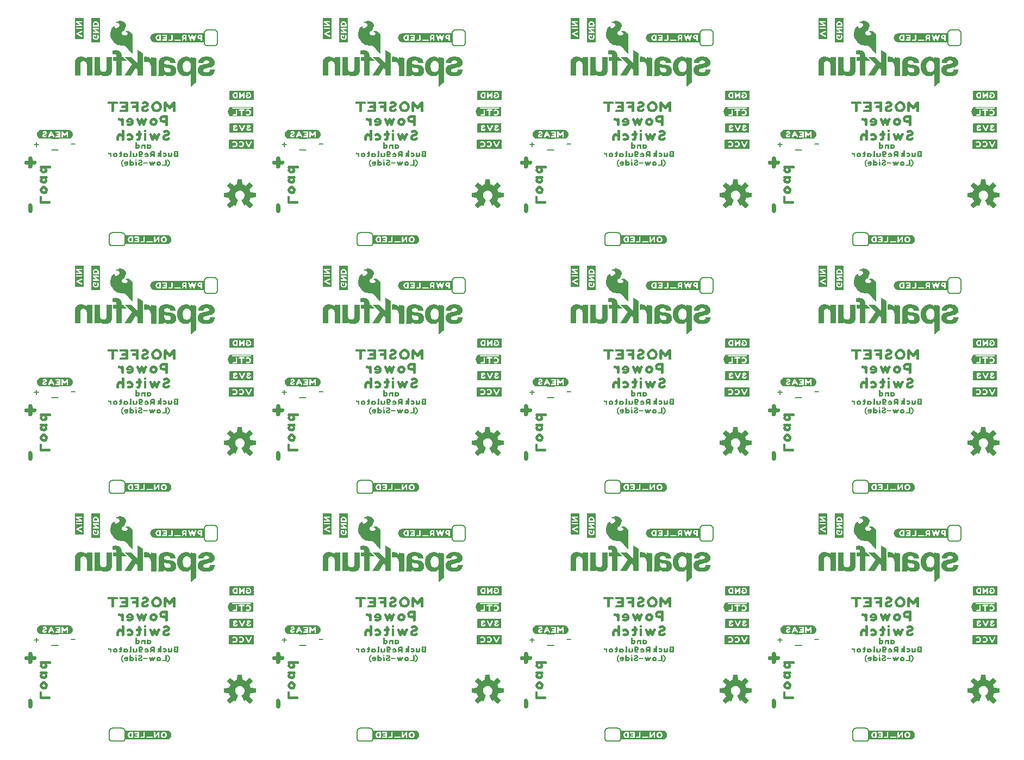
<source format=gbo>
G04 EAGLE Gerber RS-274X export*
G75*
%MOMM*%
%FSLAX34Y34*%
%LPD*%
%INSilkscreen Bottom*%
%IPPOS*%
%AMOC8*
5,1,8,0,0,1.08239X$1,22.5*%
G01*
%ADD10C,0.203200*%
%ADD11C,0.152400*%

G36*
X1055996Y1096419D02*
X1055996Y1096419D01*
X1056009Y1096419D01*
X1056309Y1096819D01*
X1056309Y1096827D01*
X1056313Y1096830D01*
X1056309Y1096834D01*
X1056309Y1096841D01*
X1056319Y1096849D01*
X1056319Y1109749D01*
X1056303Y1109770D01*
X1056305Y1109784D01*
X1056005Y1110084D01*
X1055980Y1110087D01*
X1055977Y1110091D01*
X1055975Y1110091D01*
X1055970Y1110098D01*
X1052970Y1110098D01*
X1052933Y1110071D01*
X1052925Y1110068D01*
X1052913Y1110041D01*
X1052912Y1110043D01*
X1052901Y1110087D01*
X1052882Y1110083D01*
X1052870Y1110098D01*
X978470Y1110098D01*
X978466Y1110095D01*
X978463Y1110098D01*
X977063Y1109898D01*
X977062Y1109897D01*
X977062Y1109898D01*
X976462Y1109798D01*
X976456Y1109791D01*
X976450Y1109794D01*
X975750Y1109494D01*
X975749Y1109492D01*
X975748Y1109493D01*
X974548Y1108893D01*
X974544Y1108886D01*
X974539Y1108887D01*
X974039Y1108487D01*
X974038Y1108483D01*
X974035Y1108484D01*
X973035Y1107484D01*
X973034Y1107475D01*
X973028Y1107474D01*
X972728Y1106975D01*
X972329Y1106376D01*
X972329Y1106372D01*
X972326Y1106371D01*
X972026Y1105771D01*
X972027Y1105764D01*
X972022Y1105763D01*
X971997Y1105672D01*
X971983Y1105623D01*
X971940Y1105475D01*
X971898Y1105327D01*
X971884Y1105278D01*
X971842Y1105130D01*
X971822Y1105063D01*
X971824Y1105059D01*
X971821Y1105057D01*
X971721Y1104457D01*
X971722Y1104456D01*
X971721Y1104456D01*
X971621Y1103756D01*
X971623Y1103752D01*
X971622Y1103751D01*
X971623Y1103751D01*
X971621Y1103749D01*
X971621Y1102349D01*
X971624Y1102344D01*
X971621Y1102341D01*
X971721Y1101741D01*
X971724Y1101738D01*
X971722Y1101735D01*
X971922Y1101035D01*
X971928Y1101031D01*
X971926Y1101027D01*
X972526Y1099827D01*
X972530Y1099825D01*
X972529Y1099822D01*
X972929Y1099222D01*
X972932Y1099221D01*
X972931Y1099218D01*
X973331Y1098718D01*
X973335Y1098717D01*
X973335Y1098714D01*
X973835Y1098214D01*
X973839Y1098214D01*
X973839Y1098211D01*
X974839Y1097411D01*
X974847Y1097410D01*
X974848Y1097405D01*
X975448Y1097105D01*
X975450Y1097105D01*
X975450Y1097104D01*
X976150Y1096804D01*
X976154Y1096805D01*
X976154Y1096802D01*
X976754Y1096602D01*
X976761Y1096604D01*
X976763Y1096600D01*
X978163Y1096400D01*
X978167Y1096403D01*
X978170Y1096400D01*
X1055970Y1096400D01*
X1055996Y1096419D01*
G37*
G36*
X669916Y324259D02*
X669916Y324259D01*
X669929Y324259D01*
X670229Y324659D01*
X670229Y324667D01*
X670233Y324670D01*
X670229Y324674D01*
X670229Y324681D01*
X670239Y324689D01*
X670239Y337589D01*
X670223Y337610D01*
X670225Y337624D01*
X669925Y337924D01*
X669900Y337927D01*
X669897Y337931D01*
X669895Y337931D01*
X669890Y337938D01*
X666890Y337938D01*
X666853Y337911D01*
X666845Y337908D01*
X666833Y337881D01*
X666832Y337883D01*
X666821Y337927D01*
X666802Y337923D01*
X666790Y337938D01*
X592390Y337938D01*
X592386Y337935D01*
X592383Y337938D01*
X590983Y337738D01*
X590982Y337737D01*
X590982Y337738D01*
X590382Y337638D01*
X590376Y337631D01*
X590370Y337634D01*
X589670Y337334D01*
X589669Y337332D01*
X589668Y337333D01*
X588468Y336733D01*
X588464Y336726D01*
X588459Y336727D01*
X587959Y336327D01*
X587958Y336323D01*
X587955Y336324D01*
X586955Y335324D01*
X586954Y335315D01*
X586948Y335314D01*
X586648Y334815D01*
X586249Y334216D01*
X586249Y334212D01*
X586246Y334211D01*
X585946Y333611D01*
X585947Y333604D01*
X585942Y333603D01*
X585917Y333512D01*
X585903Y333463D01*
X585860Y333315D01*
X585818Y333167D01*
X585804Y333118D01*
X585762Y332970D01*
X585742Y332903D01*
X585744Y332899D01*
X585741Y332897D01*
X585641Y332297D01*
X585642Y332296D01*
X585641Y332296D01*
X585541Y331596D01*
X585543Y331592D01*
X585542Y331591D01*
X585543Y331591D01*
X585541Y331589D01*
X585541Y330189D01*
X585544Y330184D01*
X585541Y330181D01*
X585641Y329581D01*
X585644Y329578D01*
X585642Y329575D01*
X585842Y328875D01*
X585848Y328871D01*
X585846Y328867D01*
X586446Y327667D01*
X586450Y327665D01*
X586449Y327662D01*
X586849Y327062D01*
X586852Y327061D01*
X586851Y327058D01*
X587251Y326558D01*
X587255Y326557D01*
X587255Y326554D01*
X587755Y326054D01*
X587759Y326054D01*
X587759Y326051D01*
X588759Y325251D01*
X588767Y325250D01*
X588768Y325245D01*
X589368Y324945D01*
X589370Y324945D01*
X589370Y324944D01*
X590070Y324644D01*
X590074Y324645D01*
X590074Y324642D01*
X590674Y324442D01*
X590681Y324444D01*
X590683Y324440D01*
X592083Y324240D01*
X592087Y324243D01*
X592090Y324240D01*
X669890Y324240D01*
X669916Y324259D01*
G37*
G36*
X669916Y710339D02*
X669916Y710339D01*
X669929Y710339D01*
X670229Y710739D01*
X670229Y710747D01*
X670233Y710750D01*
X670229Y710754D01*
X670229Y710761D01*
X670239Y710769D01*
X670239Y723669D01*
X670223Y723690D01*
X670225Y723704D01*
X669925Y724004D01*
X669900Y724007D01*
X669897Y724011D01*
X669895Y724011D01*
X669890Y724018D01*
X666890Y724018D01*
X666853Y723991D01*
X666845Y723988D01*
X666833Y723961D01*
X666832Y723963D01*
X666821Y724007D01*
X666802Y724003D01*
X666790Y724018D01*
X592390Y724018D01*
X592386Y724015D01*
X592383Y724018D01*
X590983Y723818D01*
X590982Y723817D01*
X590982Y723818D01*
X590382Y723718D01*
X590376Y723711D01*
X590370Y723714D01*
X589670Y723414D01*
X589669Y723412D01*
X589668Y723413D01*
X588468Y722813D01*
X588464Y722806D01*
X588459Y722807D01*
X587959Y722407D01*
X587958Y722403D01*
X587955Y722404D01*
X586955Y721404D01*
X586954Y721395D01*
X586948Y721394D01*
X586648Y720895D01*
X586249Y720296D01*
X586249Y720292D01*
X586246Y720291D01*
X585946Y719691D01*
X585947Y719684D01*
X585942Y719683D01*
X585917Y719592D01*
X585903Y719543D01*
X585860Y719395D01*
X585818Y719247D01*
X585804Y719198D01*
X585762Y719050D01*
X585742Y718983D01*
X585744Y718979D01*
X585741Y718977D01*
X585641Y718377D01*
X585642Y718376D01*
X585641Y718376D01*
X585541Y717676D01*
X585543Y717672D01*
X585542Y717671D01*
X585543Y717671D01*
X585541Y717669D01*
X585541Y716269D01*
X585544Y716264D01*
X585541Y716261D01*
X585641Y715661D01*
X585644Y715658D01*
X585642Y715655D01*
X585842Y714955D01*
X585848Y714951D01*
X585846Y714947D01*
X586446Y713747D01*
X586450Y713745D01*
X586449Y713742D01*
X586849Y713142D01*
X586852Y713141D01*
X586851Y713138D01*
X587251Y712638D01*
X587255Y712637D01*
X587255Y712634D01*
X587755Y712134D01*
X587759Y712134D01*
X587759Y712131D01*
X588759Y711331D01*
X588767Y711330D01*
X588768Y711325D01*
X589368Y711025D01*
X589370Y711025D01*
X589370Y711024D01*
X590070Y710724D01*
X590074Y710725D01*
X590074Y710722D01*
X590674Y710522D01*
X590681Y710524D01*
X590683Y710520D01*
X592083Y710320D01*
X592087Y710323D01*
X592090Y710320D01*
X669890Y710320D01*
X669916Y710339D01*
G37*
G36*
X1442076Y710339D02*
X1442076Y710339D01*
X1442089Y710339D01*
X1442389Y710739D01*
X1442389Y710747D01*
X1442393Y710750D01*
X1442389Y710754D01*
X1442389Y710761D01*
X1442399Y710769D01*
X1442399Y723669D01*
X1442383Y723690D01*
X1442385Y723704D01*
X1442085Y724004D01*
X1442060Y724007D01*
X1442057Y724011D01*
X1442055Y724011D01*
X1442050Y724018D01*
X1439050Y724018D01*
X1439013Y723991D01*
X1439005Y723988D01*
X1438993Y723961D01*
X1438992Y723963D01*
X1438981Y724007D01*
X1438962Y724003D01*
X1438950Y724018D01*
X1364550Y724018D01*
X1364546Y724015D01*
X1364543Y724018D01*
X1363143Y723818D01*
X1363142Y723817D01*
X1363142Y723818D01*
X1362542Y723718D01*
X1362536Y723711D01*
X1362530Y723714D01*
X1361830Y723414D01*
X1361829Y723412D01*
X1361828Y723413D01*
X1360628Y722813D01*
X1360624Y722806D01*
X1360619Y722807D01*
X1360119Y722407D01*
X1360118Y722403D01*
X1360115Y722404D01*
X1359115Y721404D01*
X1359114Y721395D01*
X1359108Y721394D01*
X1358808Y720895D01*
X1358409Y720296D01*
X1358409Y720292D01*
X1358406Y720291D01*
X1358106Y719691D01*
X1358107Y719684D01*
X1358102Y719683D01*
X1358077Y719592D01*
X1358063Y719543D01*
X1358020Y719395D01*
X1357978Y719247D01*
X1357964Y719198D01*
X1357922Y719050D01*
X1357902Y718983D01*
X1357904Y718979D01*
X1357901Y718977D01*
X1357801Y718377D01*
X1357802Y718376D01*
X1357801Y718376D01*
X1357701Y717676D01*
X1357703Y717672D01*
X1357702Y717671D01*
X1357703Y717671D01*
X1357701Y717669D01*
X1357701Y716269D01*
X1357704Y716264D01*
X1357701Y716261D01*
X1357801Y715661D01*
X1357804Y715658D01*
X1357802Y715655D01*
X1358002Y714955D01*
X1358008Y714951D01*
X1358006Y714947D01*
X1358606Y713747D01*
X1358610Y713745D01*
X1358609Y713742D01*
X1359009Y713142D01*
X1359012Y713141D01*
X1359011Y713138D01*
X1359411Y712638D01*
X1359415Y712637D01*
X1359415Y712634D01*
X1359915Y712134D01*
X1359919Y712134D01*
X1359919Y712131D01*
X1360919Y711331D01*
X1360927Y711330D01*
X1360928Y711325D01*
X1361528Y711025D01*
X1361530Y711025D01*
X1361530Y711024D01*
X1362230Y710724D01*
X1362234Y710725D01*
X1362234Y710722D01*
X1362834Y710522D01*
X1362841Y710524D01*
X1362843Y710520D01*
X1364243Y710320D01*
X1364247Y710323D01*
X1364250Y710320D01*
X1442050Y710320D01*
X1442076Y710339D01*
G37*
G36*
X283836Y324259D02*
X283836Y324259D01*
X283849Y324259D01*
X284149Y324659D01*
X284149Y324667D01*
X284153Y324670D01*
X284149Y324674D01*
X284149Y324681D01*
X284159Y324689D01*
X284159Y337589D01*
X284143Y337610D01*
X284145Y337624D01*
X283845Y337924D01*
X283820Y337927D01*
X283817Y337931D01*
X283815Y337931D01*
X283810Y337938D01*
X280810Y337938D01*
X280773Y337911D01*
X280765Y337908D01*
X280753Y337881D01*
X280752Y337883D01*
X280741Y337927D01*
X280722Y337923D01*
X280710Y337938D01*
X206310Y337938D01*
X206306Y337935D01*
X206303Y337938D01*
X204903Y337738D01*
X204902Y337737D01*
X204902Y337738D01*
X204302Y337638D01*
X204296Y337631D01*
X204290Y337634D01*
X203590Y337334D01*
X203589Y337332D01*
X203588Y337333D01*
X202388Y336733D01*
X202384Y336726D01*
X202379Y336727D01*
X201879Y336327D01*
X201878Y336323D01*
X201875Y336324D01*
X200875Y335324D01*
X200874Y335315D01*
X200868Y335314D01*
X200568Y334815D01*
X200169Y334216D01*
X200169Y334212D01*
X200166Y334211D01*
X199866Y333611D01*
X199867Y333604D01*
X199862Y333603D01*
X199837Y333512D01*
X199823Y333463D01*
X199780Y333315D01*
X199738Y333167D01*
X199724Y333118D01*
X199682Y332970D01*
X199662Y332903D01*
X199664Y332899D01*
X199661Y332897D01*
X199561Y332297D01*
X199562Y332296D01*
X199561Y332296D01*
X199461Y331596D01*
X199463Y331592D01*
X199462Y331591D01*
X199463Y331591D01*
X199461Y331589D01*
X199461Y330189D01*
X199464Y330184D01*
X199461Y330181D01*
X199561Y329581D01*
X199564Y329578D01*
X199562Y329575D01*
X199762Y328875D01*
X199768Y328871D01*
X199766Y328867D01*
X200366Y327667D01*
X200370Y327665D01*
X200369Y327662D01*
X200769Y327062D01*
X200772Y327061D01*
X200771Y327058D01*
X201171Y326558D01*
X201175Y326557D01*
X201175Y326554D01*
X201675Y326054D01*
X201679Y326054D01*
X201679Y326051D01*
X202679Y325251D01*
X202687Y325250D01*
X202688Y325245D01*
X203288Y324945D01*
X203290Y324945D01*
X203290Y324944D01*
X203990Y324644D01*
X203994Y324645D01*
X203994Y324642D01*
X204594Y324442D01*
X204601Y324444D01*
X204603Y324440D01*
X206003Y324240D01*
X206007Y324243D01*
X206010Y324240D01*
X283810Y324240D01*
X283836Y324259D01*
G37*
G36*
X283836Y1096419D02*
X283836Y1096419D01*
X283849Y1096419D01*
X284149Y1096819D01*
X284149Y1096827D01*
X284153Y1096830D01*
X284149Y1096834D01*
X284149Y1096841D01*
X284159Y1096849D01*
X284159Y1109749D01*
X284143Y1109770D01*
X284145Y1109784D01*
X283845Y1110084D01*
X283820Y1110087D01*
X283817Y1110091D01*
X283815Y1110091D01*
X283810Y1110098D01*
X280810Y1110098D01*
X280773Y1110071D01*
X280765Y1110068D01*
X280753Y1110041D01*
X280752Y1110043D01*
X280741Y1110087D01*
X280722Y1110083D01*
X280710Y1110098D01*
X206310Y1110098D01*
X206306Y1110095D01*
X206303Y1110098D01*
X204903Y1109898D01*
X204902Y1109897D01*
X204902Y1109898D01*
X204302Y1109798D01*
X204296Y1109791D01*
X204290Y1109794D01*
X203590Y1109494D01*
X203589Y1109492D01*
X203588Y1109493D01*
X202388Y1108893D01*
X202384Y1108886D01*
X202379Y1108887D01*
X201879Y1108487D01*
X201878Y1108483D01*
X201875Y1108484D01*
X200875Y1107484D01*
X200874Y1107475D01*
X200868Y1107474D01*
X200568Y1106975D01*
X200169Y1106376D01*
X200169Y1106372D01*
X200166Y1106371D01*
X199866Y1105771D01*
X199867Y1105764D01*
X199862Y1105763D01*
X199837Y1105672D01*
X199823Y1105623D01*
X199780Y1105475D01*
X199738Y1105327D01*
X199724Y1105278D01*
X199682Y1105130D01*
X199662Y1105063D01*
X199664Y1105059D01*
X199661Y1105057D01*
X199561Y1104457D01*
X199562Y1104456D01*
X199561Y1104456D01*
X199461Y1103756D01*
X199463Y1103752D01*
X199462Y1103751D01*
X199463Y1103751D01*
X199461Y1103749D01*
X199461Y1102349D01*
X199464Y1102344D01*
X199461Y1102341D01*
X199561Y1101741D01*
X199564Y1101738D01*
X199562Y1101735D01*
X199762Y1101035D01*
X199768Y1101031D01*
X199766Y1101027D01*
X200366Y1099827D01*
X200370Y1099825D01*
X200369Y1099822D01*
X200769Y1099222D01*
X200772Y1099221D01*
X200771Y1099218D01*
X201171Y1098718D01*
X201175Y1098717D01*
X201175Y1098714D01*
X201675Y1098214D01*
X201679Y1098214D01*
X201679Y1098211D01*
X202679Y1097411D01*
X202687Y1097410D01*
X202688Y1097405D01*
X203288Y1097105D01*
X203290Y1097105D01*
X203290Y1097104D01*
X203990Y1096804D01*
X203994Y1096805D01*
X203994Y1096802D01*
X204594Y1096602D01*
X204601Y1096604D01*
X204603Y1096600D01*
X206003Y1096400D01*
X206007Y1096403D01*
X206010Y1096400D01*
X283810Y1096400D01*
X283836Y1096419D01*
G37*
G36*
X1442076Y1096419D02*
X1442076Y1096419D01*
X1442089Y1096419D01*
X1442389Y1096819D01*
X1442389Y1096827D01*
X1442393Y1096830D01*
X1442389Y1096834D01*
X1442389Y1096841D01*
X1442399Y1096849D01*
X1442399Y1109749D01*
X1442383Y1109770D01*
X1442385Y1109784D01*
X1442085Y1110084D01*
X1442060Y1110087D01*
X1442057Y1110091D01*
X1442055Y1110091D01*
X1442050Y1110098D01*
X1439050Y1110098D01*
X1439013Y1110071D01*
X1439005Y1110068D01*
X1438993Y1110041D01*
X1438992Y1110043D01*
X1438981Y1110087D01*
X1438962Y1110083D01*
X1438950Y1110098D01*
X1364550Y1110098D01*
X1364546Y1110095D01*
X1364543Y1110098D01*
X1363143Y1109898D01*
X1363142Y1109897D01*
X1363142Y1109898D01*
X1362542Y1109798D01*
X1362536Y1109791D01*
X1362530Y1109794D01*
X1361830Y1109494D01*
X1361829Y1109492D01*
X1361828Y1109493D01*
X1360628Y1108893D01*
X1360624Y1108886D01*
X1360619Y1108887D01*
X1360119Y1108487D01*
X1360118Y1108483D01*
X1360115Y1108484D01*
X1359115Y1107484D01*
X1359114Y1107475D01*
X1359108Y1107474D01*
X1358808Y1106975D01*
X1358409Y1106376D01*
X1358409Y1106372D01*
X1358406Y1106371D01*
X1358106Y1105771D01*
X1358107Y1105764D01*
X1358102Y1105763D01*
X1358077Y1105672D01*
X1358063Y1105623D01*
X1358020Y1105475D01*
X1357978Y1105327D01*
X1357964Y1105278D01*
X1357922Y1105130D01*
X1357902Y1105063D01*
X1357904Y1105059D01*
X1357901Y1105057D01*
X1357801Y1104457D01*
X1357802Y1104456D01*
X1357801Y1104456D01*
X1357701Y1103756D01*
X1357703Y1103752D01*
X1357702Y1103751D01*
X1357703Y1103751D01*
X1357701Y1103749D01*
X1357701Y1102349D01*
X1357704Y1102344D01*
X1357701Y1102341D01*
X1357801Y1101741D01*
X1357804Y1101738D01*
X1357802Y1101735D01*
X1358002Y1101035D01*
X1358008Y1101031D01*
X1358006Y1101027D01*
X1358606Y1099827D01*
X1358610Y1099825D01*
X1358609Y1099822D01*
X1359009Y1099222D01*
X1359012Y1099221D01*
X1359011Y1099218D01*
X1359411Y1098718D01*
X1359415Y1098717D01*
X1359415Y1098714D01*
X1359915Y1098214D01*
X1359919Y1098214D01*
X1359919Y1098211D01*
X1360919Y1097411D01*
X1360927Y1097410D01*
X1360928Y1097405D01*
X1361528Y1097105D01*
X1361530Y1097105D01*
X1361530Y1097104D01*
X1362230Y1096804D01*
X1362234Y1096805D01*
X1362234Y1096802D01*
X1362834Y1096602D01*
X1362841Y1096604D01*
X1362843Y1096600D01*
X1364243Y1096400D01*
X1364247Y1096403D01*
X1364250Y1096400D01*
X1442050Y1096400D01*
X1442076Y1096419D01*
G37*
G36*
X669916Y1096419D02*
X669916Y1096419D01*
X669929Y1096419D01*
X670229Y1096819D01*
X670229Y1096827D01*
X670233Y1096830D01*
X670229Y1096834D01*
X670229Y1096841D01*
X670239Y1096849D01*
X670239Y1109749D01*
X670223Y1109770D01*
X670225Y1109784D01*
X669925Y1110084D01*
X669900Y1110087D01*
X669897Y1110091D01*
X669895Y1110091D01*
X669890Y1110098D01*
X666890Y1110098D01*
X666853Y1110071D01*
X666845Y1110068D01*
X666833Y1110041D01*
X666832Y1110043D01*
X666821Y1110087D01*
X666802Y1110083D01*
X666790Y1110098D01*
X592390Y1110098D01*
X592386Y1110095D01*
X592383Y1110098D01*
X590983Y1109898D01*
X590982Y1109897D01*
X590982Y1109898D01*
X590382Y1109798D01*
X590376Y1109791D01*
X590370Y1109794D01*
X589670Y1109494D01*
X589669Y1109492D01*
X589668Y1109493D01*
X588468Y1108893D01*
X588464Y1108886D01*
X588459Y1108887D01*
X587959Y1108487D01*
X587958Y1108483D01*
X587955Y1108484D01*
X586955Y1107484D01*
X586954Y1107475D01*
X586948Y1107474D01*
X586648Y1106975D01*
X586249Y1106376D01*
X586249Y1106372D01*
X586246Y1106371D01*
X585946Y1105771D01*
X585947Y1105764D01*
X585942Y1105763D01*
X585917Y1105672D01*
X585903Y1105623D01*
X585860Y1105475D01*
X585818Y1105327D01*
X585804Y1105278D01*
X585762Y1105130D01*
X585742Y1105063D01*
X585744Y1105059D01*
X585741Y1105057D01*
X585641Y1104457D01*
X585642Y1104456D01*
X585641Y1104456D01*
X585541Y1103756D01*
X585543Y1103752D01*
X585542Y1103751D01*
X585543Y1103751D01*
X585541Y1103749D01*
X585541Y1102349D01*
X585544Y1102344D01*
X585541Y1102341D01*
X585641Y1101741D01*
X585644Y1101738D01*
X585642Y1101735D01*
X585842Y1101035D01*
X585848Y1101031D01*
X585846Y1101027D01*
X586446Y1099827D01*
X586450Y1099825D01*
X586449Y1099822D01*
X586849Y1099222D01*
X586852Y1099221D01*
X586851Y1099218D01*
X587251Y1098718D01*
X587255Y1098717D01*
X587255Y1098714D01*
X587755Y1098214D01*
X587759Y1098214D01*
X587759Y1098211D01*
X588759Y1097411D01*
X588767Y1097410D01*
X588768Y1097405D01*
X589368Y1097105D01*
X589370Y1097105D01*
X589370Y1097104D01*
X590070Y1096804D01*
X590074Y1096805D01*
X590074Y1096802D01*
X590674Y1096602D01*
X590681Y1096604D01*
X590683Y1096600D01*
X592083Y1096400D01*
X592087Y1096403D01*
X592090Y1096400D01*
X669890Y1096400D01*
X669916Y1096419D01*
G37*
G36*
X1055996Y710339D02*
X1055996Y710339D01*
X1056009Y710339D01*
X1056309Y710739D01*
X1056309Y710747D01*
X1056313Y710750D01*
X1056309Y710754D01*
X1056309Y710761D01*
X1056319Y710769D01*
X1056319Y723669D01*
X1056303Y723690D01*
X1056305Y723704D01*
X1056005Y724004D01*
X1055980Y724007D01*
X1055977Y724011D01*
X1055975Y724011D01*
X1055970Y724018D01*
X1052970Y724018D01*
X1052933Y723991D01*
X1052925Y723988D01*
X1052913Y723961D01*
X1052912Y723963D01*
X1052901Y724007D01*
X1052882Y724003D01*
X1052870Y724018D01*
X978470Y724018D01*
X978466Y724015D01*
X978463Y724018D01*
X977063Y723818D01*
X977062Y723817D01*
X977062Y723818D01*
X976462Y723718D01*
X976456Y723711D01*
X976450Y723714D01*
X975750Y723414D01*
X975749Y723412D01*
X975748Y723413D01*
X974548Y722813D01*
X974544Y722806D01*
X974539Y722807D01*
X974039Y722407D01*
X974038Y722403D01*
X974035Y722404D01*
X973035Y721404D01*
X973034Y721395D01*
X973028Y721394D01*
X972728Y720895D01*
X972329Y720296D01*
X972329Y720292D01*
X972326Y720291D01*
X972026Y719691D01*
X972027Y719684D01*
X972022Y719683D01*
X971997Y719592D01*
X971983Y719543D01*
X971940Y719395D01*
X971898Y719247D01*
X971884Y719198D01*
X971842Y719050D01*
X971822Y718983D01*
X971824Y718979D01*
X971821Y718977D01*
X971721Y718377D01*
X971722Y718376D01*
X971721Y718376D01*
X971621Y717676D01*
X971623Y717672D01*
X971622Y717671D01*
X971623Y717671D01*
X971621Y717669D01*
X971621Y716269D01*
X971624Y716264D01*
X971621Y716261D01*
X971721Y715661D01*
X971724Y715658D01*
X971722Y715655D01*
X971922Y714955D01*
X971928Y714951D01*
X971926Y714947D01*
X972526Y713747D01*
X972530Y713745D01*
X972529Y713742D01*
X972929Y713142D01*
X972932Y713141D01*
X972931Y713138D01*
X973331Y712638D01*
X973335Y712637D01*
X973335Y712634D01*
X973835Y712134D01*
X973839Y712134D01*
X973839Y712131D01*
X974839Y711331D01*
X974847Y711330D01*
X974848Y711325D01*
X975448Y711025D01*
X975450Y711025D01*
X975450Y711024D01*
X976150Y710724D01*
X976154Y710725D01*
X976154Y710722D01*
X976754Y710522D01*
X976761Y710524D01*
X976763Y710520D01*
X978163Y710320D01*
X978167Y710323D01*
X978170Y710320D01*
X1055970Y710320D01*
X1055996Y710339D01*
G37*
G36*
X283836Y710339D02*
X283836Y710339D01*
X283849Y710339D01*
X284149Y710739D01*
X284149Y710747D01*
X284153Y710750D01*
X284149Y710754D01*
X284149Y710761D01*
X284159Y710769D01*
X284159Y723669D01*
X284143Y723690D01*
X284145Y723704D01*
X283845Y724004D01*
X283820Y724007D01*
X283817Y724011D01*
X283815Y724011D01*
X283810Y724018D01*
X280810Y724018D01*
X280773Y723991D01*
X280765Y723988D01*
X280753Y723961D01*
X280752Y723963D01*
X280741Y724007D01*
X280722Y724003D01*
X280710Y724018D01*
X206310Y724018D01*
X206306Y724015D01*
X206303Y724018D01*
X204903Y723818D01*
X204902Y723817D01*
X204902Y723818D01*
X204302Y723718D01*
X204296Y723711D01*
X204290Y723714D01*
X203590Y723414D01*
X203589Y723412D01*
X203588Y723413D01*
X202388Y722813D01*
X202384Y722806D01*
X202379Y722807D01*
X201879Y722407D01*
X201878Y722403D01*
X201875Y722404D01*
X200875Y721404D01*
X200874Y721395D01*
X200868Y721394D01*
X200568Y720895D01*
X200169Y720296D01*
X200169Y720292D01*
X200166Y720291D01*
X199866Y719691D01*
X199867Y719684D01*
X199862Y719683D01*
X199837Y719592D01*
X199823Y719543D01*
X199780Y719395D01*
X199738Y719247D01*
X199724Y719198D01*
X199682Y719050D01*
X199662Y718983D01*
X199664Y718979D01*
X199661Y718977D01*
X199561Y718377D01*
X199562Y718376D01*
X199561Y718376D01*
X199461Y717676D01*
X199463Y717672D01*
X199462Y717671D01*
X199463Y717671D01*
X199461Y717669D01*
X199461Y716269D01*
X199464Y716264D01*
X199461Y716261D01*
X199561Y715661D01*
X199564Y715658D01*
X199562Y715655D01*
X199762Y714955D01*
X199768Y714951D01*
X199766Y714947D01*
X200366Y713747D01*
X200370Y713745D01*
X200369Y713742D01*
X200769Y713142D01*
X200772Y713141D01*
X200771Y713138D01*
X201171Y712638D01*
X201175Y712637D01*
X201175Y712634D01*
X201675Y712134D01*
X201679Y712134D01*
X201679Y712131D01*
X202679Y711331D01*
X202687Y711330D01*
X202688Y711325D01*
X203288Y711025D01*
X203290Y711025D01*
X203290Y711024D01*
X203990Y710724D01*
X203994Y710725D01*
X203994Y710722D01*
X204594Y710522D01*
X204601Y710524D01*
X204603Y710520D01*
X206003Y710320D01*
X206007Y710323D01*
X206010Y710320D01*
X283810Y710320D01*
X283836Y710339D01*
G37*
G36*
X1055996Y324259D02*
X1055996Y324259D01*
X1056009Y324259D01*
X1056309Y324659D01*
X1056309Y324667D01*
X1056313Y324670D01*
X1056309Y324674D01*
X1056309Y324681D01*
X1056319Y324689D01*
X1056319Y337589D01*
X1056303Y337610D01*
X1056305Y337624D01*
X1056005Y337924D01*
X1055980Y337927D01*
X1055977Y337931D01*
X1055975Y337931D01*
X1055970Y337938D01*
X1052970Y337938D01*
X1052933Y337911D01*
X1052925Y337908D01*
X1052913Y337881D01*
X1052912Y337883D01*
X1052901Y337927D01*
X1052882Y337923D01*
X1052870Y337938D01*
X978470Y337938D01*
X978466Y337935D01*
X978463Y337938D01*
X977063Y337738D01*
X977062Y337737D01*
X977062Y337738D01*
X976462Y337638D01*
X976456Y337631D01*
X976450Y337634D01*
X975750Y337334D01*
X975749Y337332D01*
X975748Y337333D01*
X974548Y336733D01*
X974544Y336726D01*
X974539Y336727D01*
X974039Y336327D01*
X974038Y336323D01*
X974035Y336324D01*
X973035Y335324D01*
X973034Y335315D01*
X973028Y335314D01*
X972728Y334815D01*
X972329Y334216D01*
X972329Y334212D01*
X972326Y334211D01*
X972026Y333611D01*
X972027Y333604D01*
X972022Y333603D01*
X971997Y333512D01*
X971983Y333463D01*
X971940Y333315D01*
X971898Y333167D01*
X971884Y333118D01*
X971842Y332970D01*
X971822Y332903D01*
X971824Y332899D01*
X971821Y332897D01*
X971721Y332297D01*
X971722Y332296D01*
X971721Y332296D01*
X971621Y331596D01*
X971623Y331592D01*
X971622Y331591D01*
X971623Y331591D01*
X971621Y331589D01*
X971621Y330189D01*
X971624Y330184D01*
X971621Y330181D01*
X971721Y329581D01*
X971724Y329578D01*
X971722Y329575D01*
X971922Y328875D01*
X971928Y328871D01*
X971926Y328867D01*
X972526Y327667D01*
X972530Y327665D01*
X972529Y327662D01*
X972929Y327062D01*
X972932Y327061D01*
X972931Y327058D01*
X973331Y326558D01*
X973335Y326557D01*
X973335Y326554D01*
X973835Y326054D01*
X973839Y326054D01*
X973839Y326051D01*
X974839Y325251D01*
X974847Y325250D01*
X974848Y325245D01*
X975448Y324945D01*
X975450Y324945D01*
X975450Y324944D01*
X976150Y324644D01*
X976154Y324645D01*
X976154Y324642D01*
X976754Y324442D01*
X976761Y324444D01*
X976763Y324440D01*
X978163Y324240D01*
X978167Y324243D01*
X978170Y324240D01*
X1055970Y324240D01*
X1055996Y324259D01*
G37*
G36*
X1442076Y324259D02*
X1442076Y324259D01*
X1442089Y324259D01*
X1442389Y324659D01*
X1442389Y324667D01*
X1442393Y324670D01*
X1442389Y324674D01*
X1442389Y324681D01*
X1442399Y324689D01*
X1442399Y337589D01*
X1442383Y337610D01*
X1442385Y337624D01*
X1442085Y337924D01*
X1442060Y337927D01*
X1442057Y337931D01*
X1442055Y337931D01*
X1442050Y337938D01*
X1439050Y337938D01*
X1439013Y337911D01*
X1439005Y337908D01*
X1438993Y337881D01*
X1438992Y337883D01*
X1438981Y337927D01*
X1438962Y337923D01*
X1438950Y337938D01*
X1364550Y337938D01*
X1364546Y337935D01*
X1364543Y337938D01*
X1363143Y337738D01*
X1363142Y337737D01*
X1363142Y337738D01*
X1362542Y337638D01*
X1362536Y337631D01*
X1362530Y337634D01*
X1361830Y337334D01*
X1361829Y337332D01*
X1361828Y337333D01*
X1360628Y336733D01*
X1360624Y336726D01*
X1360619Y336727D01*
X1360119Y336327D01*
X1360118Y336323D01*
X1360115Y336324D01*
X1359115Y335324D01*
X1359114Y335315D01*
X1359108Y335314D01*
X1358808Y334815D01*
X1358409Y334216D01*
X1358409Y334212D01*
X1358406Y334211D01*
X1358106Y333611D01*
X1358107Y333604D01*
X1358102Y333603D01*
X1358077Y333512D01*
X1358063Y333463D01*
X1358020Y333315D01*
X1357978Y333167D01*
X1357964Y333118D01*
X1357922Y332970D01*
X1357902Y332903D01*
X1357904Y332899D01*
X1357901Y332897D01*
X1357801Y332297D01*
X1357802Y332296D01*
X1357801Y332296D01*
X1357701Y331596D01*
X1357703Y331592D01*
X1357702Y331591D01*
X1357703Y331591D01*
X1357701Y331589D01*
X1357701Y330189D01*
X1357704Y330184D01*
X1357701Y330181D01*
X1357801Y329581D01*
X1357804Y329578D01*
X1357802Y329575D01*
X1358002Y328875D01*
X1358008Y328871D01*
X1358006Y328867D01*
X1358606Y327667D01*
X1358610Y327665D01*
X1358609Y327662D01*
X1359009Y327062D01*
X1359012Y327061D01*
X1359011Y327058D01*
X1359411Y326558D01*
X1359415Y326557D01*
X1359415Y326554D01*
X1359915Y326054D01*
X1359919Y326054D01*
X1359919Y326051D01*
X1360919Y325251D01*
X1360927Y325250D01*
X1360928Y325245D01*
X1361528Y324945D01*
X1361530Y324945D01*
X1361530Y324944D01*
X1362230Y324644D01*
X1362234Y324645D01*
X1362234Y324642D01*
X1362834Y324442D01*
X1362841Y324444D01*
X1362843Y324440D01*
X1364243Y324240D01*
X1364247Y324243D01*
X1364250Y324240D01*
X1442050Y324240D01*
X1442076Y324259D01*
G37*
G36*
X1512653Y837663D02*
X1512653Y837663D01*
X1512709Y837663D01*
X1512738Y837677D01*
X1512769Y837683D01*
X1512829Y837723D01*
X1512864Y837741D01*
X1512873Y837753D01*
X1512889Y837764D01*
X1517197Y842072D01*
X1517214Y842099D01*
X1517238Y842120D01*
X1517259Y842172D01*
X1517289Y842219D01*
X1517292Y842251D01*
X1517304Y842280D01*
X1517300Y842336D01*
X1517305Y842391D01*
X1517294Y842421D01*
X1517292Y842453D01*
X1517258Y842517D01*
X1517244Y842553D01*
X1517232Y842564D01*
X1517223Y842581D01*
X1512256Y848672D01*
X1513446Y850981D01*
X1513452Y851008D01*
X1513470Y851039D01*
X1514262Y853513D01*
X1522081Y854307D01*
X1522111Y854318D01*
X1522143Y854319D01*
X1522192Y854346D01*
X1522245Y854364D01*
X1522267Y854386D01*
X1522295Y854402D01*
X1522327Y854447D01*
X1522367Y854487D01*
X1522377Y854517D01*
X1522395Y854543D01*
X1522409Y854614D01*
X1522421Y854651D01*
X1522419Y854667D01*
X1522423Y854686D01*
X1522423Y860780D01*
X1522415Y860811D01*
X1522417Y860843D01*
X1522396Y860894D01*
X1522383Y860948D01*
X1522363Y860973D01*
X1522350Y861003D01*
X1522308Y861039D01*
X1522273Y861082D01*
X1522244Y861095D01*
X1522220Y861116D01*
X1522151Y861137D01*
X1522115Y861153D01*
X1522099Y861152D01*
X1522081Y861158D01*
X1514262Y861952D01*
X1513470Y864426D01*
X1513456Y864449D01*
X1513446Y864484D01*
X1512256Y866793D01*
X1517223Y872884D01*
X1517237Y872913D01*
X1517259Y872937D01*
X1517275Y872990D01*
X1517299Y873040D01*
X1517299Y873072D01*
X1517308Y873103D01*
X1517298Y873158D01*
X1517298Y873213D01*
X1517284Y873242D01*
X1517278Y873273D01*
X1517238Y873333D01*
X1517220Y873368D01*
X1517208Y873377D01*
X1517197Y873393D01*
X1512889Y877701D01*
X1512862Y877718D01*
X1512841Y877742D01*
X1512789Y877763D01*
X1512742Y877793D01*
X1512710Y877796D01*
X1512681Y877808D01*
X1512625Y877804D01*
X1512570Y877809D01*
X1512540Y877798D01*
X1512508Y877796D01*
X1512444Y877762D01*
X1512408Y877748D01*
X1512397Y877736D01*
X1512380Y877727D01*
X1506289Y872761D01*
X1503980Y873950D01*
X1503953Y873957D01*
X1503922Y873974D01*
X1501448Y874766D01*
X1500654Y882585D01*
X1500645Y882610D01*
X1500645Y882623D01*
X1500643Y882626D01*
X1500642Y882647D01*
X1500615Y882696D01*
X1500597Y882749D01*
X1500575Y882771D01*
X1500559Y882800D01*
X1500514Y882832D01*
X1500474Y882871D01*
X1500444Y882881D01*
X1500418Y882899D01*
X1500347Y882913D01*
X1500310Y882925D01*
X1500294Y882923D01*
X1500275Y882927D01*
X1494181Y882927D01*
X1494150Y882920D01*
X1494118Y882922D01*
X1494067Y882900D01*
X1494013Y882887D01*
X1493988Y882867D01*
X1493958Y882855D01*
X1493922Y882813D01*
X1493879Y882777D01*
X1493866Y882748D01*
X1493845Y882724D01*
X1493824Y882655D01*
X1493808Y882619D01*
X1493809Y882604D01*
X1493807Y882596D01*
X1493806Y882594D01*
X1493806Y882593D01*
X1493803Y882585D01*
X1493009Y874766D01*
X1490535Y873974D01*
X1490512Y873960D01*
X1490477Y873950D01*
X1488168Y872761D01*
X1482077Y877727D01*
X1482048Y877741D01*
X1482024Y877763D01*
X1481971Y877779D01*
X1481921Y877803D01*
X1481889Y877803D01*
X1481858Y877812D01*
X1481803Y877803D01*
X1481748Y877802D01*
X1481719Y877788D01*
X1481688Y877783D01*
X1481628Y877742D01*
X1481593Y877725D01*
X1481584Y877712D01*
X1481568Y877701D01*
X1477260Y873393D01*
X1477243Y873366D01*
X1477219Y873345D01*
X1477198Y873294D01*
X1477168Y873246D01*
X1477165Y873214D01*
X1477153Y873185D01*
X1477157Y873129D01*
X1477152Y873074D01*
X1477163Y873044D01*
X1477165Y873012D01*
X1477199Y872949D01*
X1477213Y872912D01*
X1477225Y872901D01*
X1477234Y872884D01*
X1482200Y866793D01*
X1481011Y864484D01*
X1481004Y864458D01*
X1480987Y864426D01*
X1480195Y861952D01*
X1472376Y861158D01*
X1472346Y861148D01*
X1472314Y861146D01*
X1472265Y861120D01*
X1472212Y861102D01*
X1472190Y861079D01*
X1472161Y861064D01*
X1472129Y861018D01*
X1472090Y860978D01*
X1472080Y860948D01*
X1472062Y860922D01*
X1472048Y860851D01*
X1472036Y860814D01*
X1472038Y860799D01*
X1472034Y860780D01*
X1472034Y854686D01*
X1472041Y854654D01*
X1472039Y854622D01*
X1472061Y854571D01*
X1472074Y854517D01*
X1472094Y854492D01*
X1472106Y854463D01*
X1472148Y854426D01*
X1472184Y854383D01*
X1472213Y854370D01*
X1472237Y854349D01*
X1472306Y854328D01*
X1472342Y854312D01*
X1472357Y854313D01*
X1472376Y854307D01*
X1480195Y853513D01*
X1480987Y851039D01*
X1481001Y851016D01*
X1481011Y850981D01*
X1482200Y848672D01*
X1477234Y842581D01*
X1477220Y842552D01*
X1477198Y842529D01*
X1477182Y842475D01*
X1477158Y842425D01*
X1477158Y842393D01*
X1477149Y842363D01*
X1477158Y842308D01*
X1477159Y842252D01*
X1477173Y842223D01*
X1477178Y842192D01*
X1477219Y842132D01*
X1477236Y842097D01*
X1477249Y842088D01*
X1477260Y842072D01*
X1481568Y837764D01*
X1481595Y837747D01*
X1481616Y837723D01*
X1481667Y837702D01*
X1481715Y837672D01*
X1481747Y837669D01*
X1481776Y837657D01*
X1481832Y837661D01*
X1481887Y837656D01*
X1481917Y837667D01*
X1481949Y837669D01*
X1482012Y837703D01*
X1482049Y837717D01*
X1482060Y837729D01*
X1482077Y837738D01*
X1488168Y842704D01*
X1490476Y841515D01*
X1490541Y841498D01*
X1490603Y841475D01*
X1490624Y841478D01*
X1490644Y841472D01*
X1490709Y841487D01*
X1490775Y841493D01*
X1490793Y841505D01*
X1490814Y841509D01*
X1490866Y841551D01*
X1490922Y841586D01*
X1490935Y841606D01*
X1490949Y841617D01*
X1490965Y841652D01*
X1491002Y841707D01*
X1494590Y850369D01*
X1494595Y850400D01*
X1494609Y850429D01*
X1494609Y850485D01*
X1494618Y850540D01*
X1494609Y850570D01*
X1494608Y850602D01*
X1494583Y850652D01*
X1494567Y850706D01*
X1494545Y850729D01*
X1494531Y850757D01*
X1494475Y850803D01*
X1494448Y850832D01*
X1494434Y850837D01*
X1494419Y850849D01*
X1493042Y851593D01*
X1491877Y852578D01*
X1490937Y853780D01*
X1490262Y855148D01*
X1489881Y856625D01*
X1489810Y858149D01*
X1490051Y859656D01*
X1490595Y861081D01*
X1491419Y862366D01*
X1492488Y863455D01*
X1493757Y864302D01*
X1495172Y864873D01*
X1496673Y865142D01*
X1498198Y865100D01*
X1499683Y864746D01*
X1501064Y864097D01*
X1502283Y863180D01*
X1503289Y862032D01*
X1504039Y860704D01*
X1504502Y859250D01*
X1504659Y857732D01*
X1504517Y856283D01*
X1504094Y854889D01*
X1503407Y853604D01*
X1502483Y852478D01*
X1501357Y851554D01*
X1500039Y850850D01*
X1500015Y850828D01*
X1499985Y850815D01*
X1499950Y850772D01*
X1499909Y850736D01*
X1499897Y850705D01*
X1499876Y850680D01*
X1499864Y850626D01*
X1499843Y850575D01*
X1499845Y850543D01*
X1499838Y850511D01*
X1499852Y850442D01*
X1499855Y850403D01*
X1499863Y850389D01*
X1499867Y850369D01*
X1503455Y841707D01*
X1503494Y841653D01*
X1503527Y841595D01*
X1503544Y841583D01*
X1503556Y841566D01*
X1503615Y841535D01*
X1503670Y841498D01*
X1503691Y841495D01*
X1503709Y841485D01*
X1503776Y841483D01*
X1503841Y841474D01*
X1503864Y841481D01*
X1503882Y841480D01*
X1503917Y841496D01*
X1503981Y841515D01*
X1506289Y842704D01*
X1512380Y837738D01*
X1512409Y837724D01*
X1512432Y837702D01*
X1512486Y837686D01*
X1512536Y837662D01*
X1512568Y837662D01*
X1512598Y837653D01*
X1512653Y837663D01*
G37*
G36*
X354413Y451583D02*
X354413Y451583D01*
X354469Y451583D01*
X354498Y451597D01*
X354529Y451603D01*
X354589Y451643D01*
X354624Y451661D01*
X354633Y451673D01*
X354649Y451684D01*
X358957Y455992D01*
X358974Y456019D01*
X358998Y456040D01*
X359019Y456092D01*
X359049Y456139D01*
X359052Y456171D01*
X359064Y456200D01*
X359060Y456256D01*
X359065Y456311D01*
X359054Y456341D01*
X359052Y456373D01*
X359018Y456437D01*
X359004Y456473D01*
X358992Y456484D01*
X358983Y456501D01*
X354016Y462592D01*
X355206Y464901D01*
X355212Y464928D01*
X355230Y464959D01*
X356022Y467433D01*
X363841Y468227D01*
X363871Y468238D01*
X363903Y468239D01*
X363952Y468266D01*
X364005Y468284D01*
X364027Y468306D01*
X364055Y468322D01*
X364087Y468367D01*
X364127Y468407D01*
X364137Y468437D01*
X364155Y468463D01*
X364169Y468534D01*
X364181Y468571D01*
X364179Y468587D01*
X364183Y468606D01*
X364183Y474700D01*
X364175Y474731D01*
X364177Y474763D01*
X364156Y474814D01*
X364143Y474868D01*
X364123Y474893D01*
X364110Y474923D01*
X364068Y474959D01*
X364033Y475002D01*
X364004Y475015D01*
X363980Y475036D01*
X363911Y475057D01*
X363875Y475073D01*
X363859Y475072D01*
X363841Y475078D01*
X356022Y475872D01*
X355230Y478346D01*
X355216Y478369D01*
X355206Y478404D01*
X354016Y480713D01*
X358983Y486804D01*
X358997Y486833D01*
X359019Y486857D01*
X359035Y486910D01*
X359059Y486960D01*
X359059Y486992D01*
X359068Y487023D01*
X359058Y487078D01*
X359058Y487133D01*
X359044Y487162D01*
X359038Y487193D01*
X358998Y487253D01*
X358980Y487288D01*
X358968Y487297D01*
X358957Y487313D01*
X354649Y491621D01*
X354622Y491638D01*
X354601Y491662D01*
X354549Y491683D01*
X354502Y491713D01*
X354470Y491716D01*
X354441Y491728D01*
X354385Y491724D01*
X354330Y491729D01*
X354300Y491718D01*
X354268Y491716D01*
X354204Y491682D01*
X354168Y491668D01*
X354157Y491656D01*
X354140Y491647D01*
X348049Y486681D01*
X345740Y487870D01*
X345713Y487877D01*
X345682Y487894D01*
X343208Y488686D01*
X342414Y496505D01*
X342405Y496530D01*
X342405Y496543D01*
X342403Y496546D01*
X342402Y496567D01*
X342375Y496616D01*
X342357Y496669D01*
X342335Y496691D01*
X342319Y496720D01*
X342274Y496752D01*
X342234Y496791D01*
X342204Y496801D01*
X342178Y496819D01*
X342107Y496833D01*
X342070Y496845D01*
X342054Y496843D01*
X342035Y496847D01*
X335941Y496847D01*
X335910Y496840D01*
X335878Y496842D01*
X335827Y496820D01*
X335773Y496807D01*
X335748Y496787D01*
X335718Y496775D01*
X335682Y496733D01*
X335639Y496697D01*
X335626Y496668D01*
X335605Y496644D01*
X335584Y496575D01*
X335568Y496539D01*
X335569Y496524D01*
X335567Y496516D01*
X335566Y496514D01*
X335566Y496513D01*
X335563Y496505D01*
X334769Y488686D01*
X332295Y487894D01*
X332272Y487880D01*
X332237Y487870D01*
X329928Y486681D01*
X323837Y491647D01*
X323808Y491661D01*
X323784Y491683D01*
X323731Y491699D01*
X323681Y491723D01*
X323649Y491723D01*
X323618Y491732D01*
X323563Y491723D01*
X323508Y491722D01*
X323479Y491708D01*
X323448Y491703D01*
X323388Y491662D01*
X323353Y491645D01*
X323344Y491632D01*
X323328Y491621D01*
X319020Y487313D01*
X319003Y487286D01*
X318979Y487265D01*
X318958Y487214D01*
X318928Y487166D01*
X318925Y487134D01*
X318913Y487105D01*
X318917Y487049D01*
X318912Y486994D01*
X318923Y486964D01*
X318925Y486932D01*
X318959Y486869D01*
X318973Y486832D01*
X318985Y486821D01*
X318994Y486804D01*
X323960Y480713D01*
X322771Y478404D01*
X322764Y478378D01*
X322747Y478346D01*
X321955Y475872D01*
X314136Y475078D01*
X314106Y475068D01*
X314074Y475066D01*
X314025Y475040D01*
X313972Y475022D01*
X313950Y474999D01*
X313921Y474984D01*
X313889Y474938D01*
X313850Y474898D01*
X313840Y474868D01*
X313822Y474842D01*
X313808Y474771D01*
X313796Y474734D01*
X313798Y474719D01*
X313794Y474700D01*
X313794Y468606D01*
X313801Y468574D01*
X313799Y468542D01*
X313821Y468491D01*
X313834Y468437D01*
X313854Y468412D01*
X313866Y468383D01*
X313908Y468346D01*
X313944Y468303D01*
X313973Y468290D01*
X313997Y468269D01*
X314066Y468248D01*
X314102Y468232D01*
X314117Y468233D01*
X314136Y468227D01*
X321955Y467433D01*
X322747Y464959D01*
X322761Y464936D01*
X322771Y464901D01*
X323960Y462592D01*
X318994Y456501D01*
X318980Y456472D01*
X318958Y456449D01*
X318942Y456395D01*
X318918Y456345D01*
X318918Y456313D01*
X318909Y456283D01*
X318918Y456228D01*
X318919Y456172D01*
X318933Y456143D01*
X318938Y456112D01*
X318979Y456052D01*
X318996Y456017D01*
X319009Y456008D01*
X319020Y455992D01*
X323328Y451684D01*
X323355Y451667D01*
X323376Y451643D01*
X323427Y451622D01*
X323475Y451592D01*
X323507Y451589D01*
X323536Y451577D01*
X323592Y451581D01*
X323647Y451576D01*
X323677Y451587D01*
X323709Y451589D01*
X323772Y451623D01*
X323809Y451637D01*
X323820Y451649D01*
X323837Y451658D01*
X329928Y456624D01*
X332236Y455435D01*
X332301Y455418D01*
X332363Y455395D01*
X332384Y455398D01*
X332404Y455392D01*
X332469Y455407D01*
X332535Y455413D01*
X332553Y455425D01*
X332574Y455429D01*
X332626Y455471D01*
X332682Y455506D01*
X332695Y455526D01*
X332709Y455537D01*
X332725Y455572D01*
X332762Y455627D01*
X336350Y464289D01*
X336355Y464320D01*
X336369Y464349D01*
X336369Y464405D01*
X336378Y464460D01*
X336369Y464490D01*
X336368Y464522D01*
X336343Y464572D01*
X336327Y464626D01*
X336305Y464649D01*
X336291Y464677D01*
X336235Y464723D01*
X336208Y464752D01*
X336194Y464757D01*
X336179Y464769D01*
X334802Y465513D01*
X333637Y466498D01*
X332697Y467700D01*
X332022Y469068D01*
X331641Y470545D01*
X331570Y472069D01*
X331811Y473576D01*
X332355Y475001D01*
X333179Y476286D01*
X334248Y477375D01*
X335517Y478222D01*
X336932Y478793D01*
X338433Y479062D01*
X339958Y479020D01*
X341443Y478666D01*
X342824Y478017D01*
X344043Y477100D01*
X345049Y475952D01*
X345799Y474624D01*
X346262Y473170D01*
X346419Y471652D01*
X346277Y470203D01*
X345854Y468809D01*
X345167Y467524D01*
X344243Y466398D01*
X343117Y465474D01*
X341799Y464770D01*
X341775Y464748D01*
X341745Y464735D01*
X341710Y464692D01*
X341669Y464656D01*
X341657Y464625D01*
X341636Y464600D01*
X341624Y464546D01*
X341603Y464495D01*
X341605Y464463D01*
X341598Y464431D01*
X341612Y464362D01*
X341615Y464323D01*
X341623Y464309D01*
X341627Y464289D01*
X345215Y455627D01*
X345254Y455573D01*
X345287Y455515D01*
X345304Y455503D01*
X345316Y455486D01*
X345375Y455455D01*
X345430Y455418D01*
X345451Y455415D01*
X345469Y455405D01*
X345536Y455403D01*
X345601Y455394D01*
X345624Y455401D01*
X345642Y455400D01*
X345677Y455416D01*
X345741Y455435D01*
X348049Y456624D01*
X354140Y451658D01*
X354169Y451644D01*
X354192Y451622D01*
X354246Y451606D01*
X354296Y451582D01*
X354328Y451582D01*
X354358Y451573D01*
X354413Y451583D01*
G37*
G36*
X1126573Y451583D02*
X1126573Y451583D01*
X1126629Y451583D01*
X1126658Y451597D01*
X1126689Y451603D01*
X1126749Y451643D01*
X1126784Y451661D01*
X1126793Y451673D01*
X1126809Y451684D01*
X1131117Y455992D01*
X1131134Y456019D01*
X1131158Y456040D01*
X1131179Y456092D01*
X1131209Y456139D01*
X1131212Y456171D01*
X1131224Y456200D01*
X1131220Y456256D01*
X1131225Y456311D01*
X1131214Y456341D01*
X1131212Y456373D01*
X1131178Y456437D01*
X1131164Y456473D01*
X1131152Y456484D01*
X1131143Y456501D01*
X1126176Y462592D01*
X1127366Y464901D01*
X1127372Y464928D01*
X1127390Y464959D01*
X1128182Y467433D01*
X1136001Y468227D01*
X1136031Y468238D01*
X1136063Y468239D01*
X1136112Y468266D01*
X1136165Y468284D01*
X1136187Y468306D01*
X1136215Y468322D01*
X1136247Y468367D01*
X1136287Y468407D01*
X1136297Y468437D01*
X1136315Y468463D01*
X1136329Y468534D01*
X1136341Y468571D01*
X1136339Y468587D01*
X1136343Y468606D01*
X1136343Y474700D01*
X1136335Y474731D01*
X1136337Y474763D01*
X1136316Y474814D01*
X1136303Y474868D01*
X1136283Y474893D01*
X1136270Y474923D01*
X1136228Y474959D01*
X1136193Y475002D01*
X1136164Y475015D01*
X1136140Y475036D01*
X1136071Y475057D01*
X1136035Y475073D01*
X1136019Y475072D01*
X1136001Y475078D01*
X1128182Y475872D01*
X1127390Y478346D01*
X1127376Y478369D01*
X1127366Y478404D01*
X1126176Y480713D01*
X1131143Y486804D01*
X1131157Y486833D01*
X1131179Y486857D01*
X1131195Y486910D01*
X1131219Y486960D01*
X1131219Y486992D01*
X1131228Y487023D01*
X1131218Y487078D01*
X1131218Y487133D01*
X1131204Y487162D01*
X1131198Y487193D01*
X1131158Y487253D01*
X1131140Y487288D01*
X1131128Y487297D01*
X1131117Y487313D01*
X1126809Y491621D01*
X1126782Y491638D01*
X1126761Y491662D01*
X1126709Y491683D01*
X1126662Y491713D01*
X1126630Y491716D01*
X1126601Y491728D01*
X1126545Y491724D01*
X1126490Y491729D01*
X1126460Y491718D01*
X1126428Y491716D01*
X1126364Y491682D01*
X1126328Y491668D01*
X1126317Y491656D01*
X1126300Y491647D01*
X1120209Y486681D01*
X1117900Y487870D01*
X1117873Y487877D01*
X1117842Y487894D01*
X1115368Y488686D01*
X1114574Y496505D01*
X1114565Y496530D01*
X1114565Y496543D01*
X1114563Y496546D01*
X1114562Y496567D01*
X1114535Y496616D01*
X1114517Y496669D01*
X1114495Y496691D01*
X1114479Y496720D01*
X1114434Y496752D01*
X1114394Y496791D01*
X1114364Y496801D01*
X1114338Y496819D01*
X1114267Y496833D01*
X1114230Y496845D01*
X1114214Y496843D01*
X1114195Y496847D01*
X1108101Y496847D01*
X1108070Y496840D01*
X1108038Y496842D01*
X1107987Y496820D01*
X1107933Y496807D01*
X1107908Y496787D01*
X1107878Y496775D01*
X1107842Y496733D01*
X1107799Y496697D01*
X1107786Y496668D01*
X1107765Y496644D01*
X1107744Y496575D01*
X1107728Y496539D01*
X1107729Y496524D01*
X1107727Y496516D01*
X1107726Y496514D01*
X1107726Y496513D01*
X1107723Y496505D01*
X1106929Y488686D01*
X1104455Y487894D01*
X1104432Y487880D01*
X1104397Y487870D01*
X1102088Y486681D01*
X1095997Y491647D01*
X1095968Y491661D01*
X1095944Y491683D01*
X1095891Y491699D01*
X1095841Y491723D01*
X1095809Y491723D01*
X1095778Y491732D01*
X1095723Y491723D01*
X1095668Y491722D01*
X1095639Y491708D01*
X1095608Y491703D01*
X1095548Y491662D01*
X1095513Y491645D01*
X1095504Y491632D01*
X1095488Y491621D01*
X1091180Y487313D01*
X1091163Y487286D01*
X1091139Y487265D01*
X1091118Y487214D01*
X1091088Y487166D01*
X1091085Y487134D01*
X1091073Y487105D01*
X1091077Y487049D01*
X1091072Y486994D01*
X1091083Y486964D01*
X1091085Y486932D01*
X1091119Y486869D01*
X1091133Y486832D01*
X1091145Y486821D01*
X1091154Y486804D01*
X1096120Y480713D01*
X1094931Y478404D01*
X1094924Y478378D01*
X1094907Y478346D01*
X1094115Y475872D01*
X1086296Y475078D01*
X1086266Y475068D01*
X1086234Y475066D01*
X1086185Y475040D01*
X1086132Y475022D01*
X1086110Y474999D01*
X1086081Y474984D01*
X1086049Y474938D01*
X1086010Y474898D01*
X1086000Y474868D01*
X1085982Y474842D01*
X1085968Y474771D01*
X1085956Y474734D01*
X1085958Y474719D01*
X1085954Y474700D01*
X1085954Y468606D01*
X1085961Y468574D01*
X1085959Y468542D01*
X1085981Y468491D01*
X1085994Y468437D01*
X1086014Y468412D01*
X1086026Y468383D01*
X1086068Y468346D01*
X1086104Y468303D01*
X1086133Y468290D01*
X1086157Y468269D01*
X1086226Y468248D01*
X1086262Y468232D01*
X1086277Y468233D01*
X1086296Y468227D01*
X1094115Y467433D01*
X1094907Y464959D01*
X1094921Y464936D01*
X1094931Y464901D01*
X1096120Y462592D01*
X1091154Y456501D01*
X1091140Y456472D01*
X1091118Y456449D01*
X1091102Y456395D01*
X1091078Y456345D01*
X1091078Y456313D01*
X1091069Y456283D01*
X1091078Y456228D01*
X1091079Y456172D01*
X1091093Y456143D01*
X1091098Y456112D01*
X1091139Y456052D01*
X1091156Y456017D01*
X1091169Y456008D01*
X1091180Y455992D01*
X1095488Y451684D01*
X1095515Y451667D01*
X1095536Y451643D01*
X1095587Y451622D01*
X1095635Y451592D01*
X1095667Y451589D01*
X1095696Y451577D01*
X1095752Y451581D01*
X1095807Y451576D01*
X1095837Y451587D01*
X1095869Y451589D01*
X1095932Y451623D01*
X1095969Y451637D01*
X1095980Y451649D01*
X1095997Y451658D01*
X1102088Y456624D01*
X1104396Y455435D01*
X1104461Y455418D01*
X1104523Y455395D01*
X1104544Y455398D01*
X1104564Y455392D01*
X1104629Y455407D01*
X1104695Y455413D01*
X1104713Y455425D01*
X1104734Y455429D01*
X1104786Y455471D01*
X1104842Y455506D01*
X1104855Y455526D01*
X1104869Y455537D01*
X1104885Y455572D01*
X1104922Y455627D01*
X1108510Y464289D01*
X1108515Y464320D01*
X1108529Y464349D01*
X1108529Y464405D01*
X1108538Y464460D01*
X1108529Y464490D01*
X1108528Y464522D01*
X1108503Y464572D01*
X1108487Y464626D01*
X1108465Y464649D01*
X1108451Y464677D01*
X1108395Y464723D01*
X1108368Y464752D01*
X1108354Y464757D01*
X1108339Y464769D01*
X1106962Y465513D01*
X1105797Y466498D01*
X1104857Y467700D01*
X1104182Y469068D01*
X1103801Y470545D01*
X1103730Y472069D01*
X1103971Y473576D01*
X1104515Y475001D01*
X1105339Y476286D01*
X1106408Y477375D01*
X1107677Y478222D01*
X1109092Y478793D01*
X1110593Y479062D01*
X1112118Y479020D01*
X1113603Y478666D01*
X1114984Y478017D01*
X1116203Y477100D01*
X1117209Y475952D01*
X1117959Y474624D01*
X1118422Y473170D01*
X1118579Y471652D01*
X1118437Y470203D01*
X1118014Y468809D01*
X1117327Y467524D01*
X1116403Y466398D01*
X1115277Y465474D01*
X1113959Y464770D01*
X1113935Y464748D01*
X1113905Y464735D01*
X1113870Y464692D01*
X1113829Y464656D01*
X1113817Y464625D01*
X1113796Y464600D01*
X1113784Y464546D01*
X1113763Y464495D01*
X1113765Y464463D01*
X1113758Y464431D01*
X1113772Y464362D01*
X1113775Y464323D01*
X1113783Y464309D01*
X1113787Y464289D01*
X1117375Y455627D01*
X1117414Y455573D01*
X1117447Y455515D01*
X1117464Y455503D01*
X1117476Y455486D01*
X1117535Y455455D01*
X1117590Y455418D01*
X1117611Y455415D01*
X1117629Y455405D01*
X1117696Y455403D01*
X1117761Y455394D01*
X1117784Y455401D01*
X1117802Y455400D01*
X1117837Y455416D01*
X1117901Y455435D01*
X1120209Y456624D01*
X1126300Y451658D01*
X1126329Y451644D01*
X1126352Y451622D01*
X1126406Y451606D01*
X1126456Y451582D01*
X1126488Y451582D01*
X1126518Y451573D01*
X1126573Y451583D01*
G37*
G36*
X1512653Y451583D02*
X1512653Y451583D01*
X1512709Y451583D01*
X1512738Y451597D01*
X1512769Y451603D01*
X1512829Y451643D01*
X1512864Y451661D01*
X1512873Y451673D01*
X1512889Y451684D01*
X1517197Y455992D01*
X1517214Y456019D01*
X1517238Y456040D01*
X1517259Y456092D01*
X1517289Y456139D01*
X1517292Y456171D01*
X1517304Y456200D01*
X1517300Y456256D01*
X1517305Y456311D01*
X1517294Y456341D01*
X1517292Y456373D01*
X1517258Y456437D01*
X1517244Y456473D01*
X1517232Y456484D01*
X1517223Y456501D01*
X1512256Y462592D01*
X1513446Y464901D01*
X1513452Y464928D01*
X1513470Y464959D01*
X1514262Y467433D01*
X1522081Y468227D01*
X1522111Y468238D01*
X1522143Y468239D01*
X1522192Y468266D01*
X1522245Y468284D01*
X1522267Y468306D01*
X1522295Y468322D01*
X1522327Y468367D01*
X1522367Y468407D01*
X1522377Y468437D01*
X1522395Y468463D01*
X1522409Y468534D01*
X1522421Y468571D01*
X1522419Y468587D01*
X1522423Y468606D01*
X1522423Y474700D01*
X1522415Y474731D01*
X1522417Y474763D01*
X1522396Y474814D01*
X1522383Y474868D01*
X1522363Y474893D01*
X1522350Y474923D01*
X1522308Y474959D01*
X1522273Y475002D01*
X1522244Y475015D01*
X1522220Y475036D01*
X1522151Y475057D01*
X1522115Y475073D01*
X1522099Y475072D01*
X1522081Y475078D01*
X1514262Y475872D01*
X1513470Y478346D01*
X1513456Y478369D01*
X1513446Y478404D01*
X1512256Y480713D01*
X1517223Y486804D01*
X1517237Y486833D01*
X1517259Y486857D01*
X1517275Y486910D01*
X1517299Y486960D01*
X1517299Y486992D01*
X1517308Y487023D01*
X1517298Y487078D01*
X1517298Y487133D01*
X1517284Y487162D01*
X1517278Y487193D01*
X1517238Y487253D01*
X1517220Y487288D01*
X1517208Y487297D01*
X1517197Y487313D01*
X1512889Y491621D01*
X1512862Y491638D01*
X1512841Y491662D01*
X1512789Y491683D01*
X1512742Y491713D01*
X1512710Y491716D01*
X1512681Y491728D01*
X1512625Y491724D01*
X1512570Y491729D01*
X1512540Y491718D01*
X1512508Y491716D01*
X1512444Y491682D01*
X1512408Y491668D01*
X1512397Y491656D01*
X1512380Y491647D01*
X1506289Y486681D01*
X1503980Y487870D01*
X1503953Y487877D01*
X1503922Y487894D01*
X1501448Y488686D01*
X1500654Y496505D01*
X1500645Y496530D01*
X1500645Y496543D01*
X1500643Y496546D01*
X1500642Y496567D01*
X1500615Y496616D01*
X1500597Y496669D01*
X1500575Y496691D01*
X1500559Y496720D01*
X1500514Y496752D01*
X1500474Y496791D01*
X1500444Y496801D01*
X1500418Y496819D01*
X1500347Y496833D01*
X1500310Y496845D01*
X1500294Y496843D01*
X1500275Y496847D01*
X1494181Y496847D01*
X1494150Y496840D01*
X1494118Y496842D01*
X1494067Y496820D01*
X1494013Y496807D01*
X1493988Y496787D01*
X1493958Y496775D01*
X1493922Y496733D01*
X1493879Y496697D01*
X1493866Y496668D01*
X1493845Y496644D01*
X1493824Y496575D01*
X1493808Y496539D01*
X1493809Y496524D01*
X1493807Y496516D01*
X1493806Y496514D01*
X1493806Y496513D01*
X1493803Y496505D01*
X1493009Y488686D01*
X1490535Y487894D01*
X1490512Y487880D01*
X1490477Y487870D01*
X1488168Y486681D01*
X1482077Y491647D01*
X1482048Y491661D01*
X1482024Y491683D01*
X1481971Y491699D01*
X1481921Y491723D01*
X1481889Y491723D01*
X1481858Y491732D01*
X1481803Y491723D01*
X1481748Y491722D01*
X1481719Y491708D01*
X1481688Y491703D01*
X1481628Y491662D01*
X1481593Y491645D01*
X1481584Y491632D01*
X1481568Y491621D01*
X1477260Y487313D01*
X1477243Y487286D01*
X1477219Y487265D01*
X1477198Y487214D01*
X1477168Y487166D01*
X1477165Y487134D01*
X1477153Y487105D01*
X1477157Y487049D01*
X1477152Y486994D01*
X1477163Y486964D01*
X1477165Y486932D01*
X1477199Y486869D01*
X1477213Y486832D01*
X1477225Y486821D01*
X1477234Y486804D01*
X1482200Y480713D01*
X1481011Y478404D01*
X1481004Y478378D01*
X1480987Y478346D01*
X1480195Y475872D01*
X1472376Y475078D01*
X1472346Y475068D01*
X1472314Y475066D01*
X1472265Y475040D01*
X1472212Y475022D01*
X1472190Y474999D01*
X1472161Y474984D01*
X1472129Y474938D01*
X1472090Y474898D01*
X1472080Y474868D01*
X1472062Y474842D01*
X1472048Y474771D01*
X1472036Y474734D01*
X1472038Y474719D01*
X1472034Y474700D01*
X1472034Y468606D01*
X1472041Y468574D01*
X1472039Y468542D01*
X1472061Y468491D01*
X1472074Y468437D01*
X1472094Y468412D01*
X1472106Y468383D01*
X1472148Y468346D01*
X1472184Y468303D01*
X1472213Y468290D01*
X1472237Y468269D01*
X1472306Y468248D01*
X1472342Y468232D01*
X1472357Y468233D01*
X1472376Y468227D01*
X1480195Y467433D01*
X1480987Y464959D01*
X1481001Y464936D01*
X1481011Y464901D01*
X1482200Y462592D01*
X1477234Y456501D01*
X1477220Y456472D01*
X1477198Y456449D01*
X1477182Y456395D01*
X1477158Y456345D01*
X1477158Y456313D01*
X1477149Y456283D01*
X1477158Y456228D01*
X1477159Y456172D01*
X1477173Y456143D01*
X1477178Y456112D01*
X1477219Y456052D01*
X1477236Y456017D01*
X1477249Y456008D01*
X1477260Y455992D01*
X1481568Y451684D01*
X1481595Y451667D01*
X1481616Y451643D01*
X1481667Y451622D01*
X1481715Y451592D01*
X1481747Y451589D01*
X1481776Y451577D01*
X1481832Y451581D01*
X1481887Y451576D01*
X1481917Y451587D01*
X1481949Y451589D01*
X1482012Y451623D01*
X1482049Y451637D01*
X1482060Y451649D01*
X1482077Y451658D01*
X1488168Y456624D01*
X1490476Y455435D01*
X1490541Y455418D01*
X1490603Y455395D01*
X1490624Y455398D01*
X1490644Y455392D01*
X1490709Y455407D01*
X1490775Y455413D01*
X1490793Y455425D01*
X1490814Y455429D01*
X1490866Y455471D01*
X1490922Y455506D01*
X1490935Y455526D01*
X1490949Y455537D01*
X1490965Y455572D01*
X1491002Y455627D01*
X1494590Y464289D01*
X1494595Y464320D01*
X1494609Y464349D01*
X1494609Y464405D01*
X1494618Y464460D01*
X1494609Y464490D01*
X1494608Y464522D01*
X1494583Y464572D01*
X1494567Y464626D01*
X1494545Y464649D01*
X1494531Y464677D01*
X1494475Y464723D01*
X1494448Y464752D01*
X1494434Y464757D01*
X1494419Y464769D01*
X1493042Y465513D01*
X1491877Y466498D01*
X1490937Y467700D01*
X1490262Y469068D01*
X1489881Y470545D01*
X1489810Y472069D01*
X1490051Y473576D01*
X1490595Y475001D01*
X1491419Y476286D01*
X1492488Y477375D01*
X1493757Y478222D01*
X1495172Y478793D01*
X1496673Y479062D01*
X1498198Y479020D01*
X1499683Y478666D01*
X1501064Y478017D01*
X1502283Y477100D01*
X1503289Y475952D01*
X1504039Y474624D01*
X1504502Y473170D01*
X1504659Y471652D01*
X1504517Y470203D01*
X1504094Y468809D01*
X1503407Y467524D01*
X1502483Y466398D01*
X1501357Y465474D01*
X1500039Y464770D01*
X1500015Y464748D01*
X1499985Y464735D01*
X1499950Y464692D01*
X1499909Y464656D01*
X1499897Y464625D01*
X1499876Y464600D01*
X1499864Y464546D01*
X1499843Y464495D01*
X1499845Y464463D01*
X1499838Y464431D01*
X1499852Y464362D01*
X1499855Y464323D01*
X1499863Y464309D01*
X1499867Y464289D01*
X1503455Y455627D01*
X1503494Y455573D01*
X1503527Y455515D01*
X1503544Y455503D01*
X1503556Y455486D01*
X1503615Y455455D01*
X1503670Y455418D01*
X1503691Y455415D01*
X1503709Y455405D01*
X1503776Y455403D01*
X1503841Y455394D01*
X1503864Y455401D01*
X1503882Y455400D01*
X1503917Y455416D01*
X1503981Y455435D01*
X1506289Y456624D01*
X1512380Y451658D01*
X1512409Y451644D01*
X1512432Y451622D01*
X1512486Y451606D01*
X1512536Y451582D01*
X1512568Y451582D01*
X1512598Y451573D01*
X1512653Y451583D01*
G37*
G36*
X1126573Y837663D02*
X1126573Y837663D01*
X1126629Y837663D01*
X1126658Y837677D01*
X1126689Y837683D01*
X1126749Y837723D01*
X1126784Y837741D01*
X1126793Y837753D01*
X1126809Y837764D01*
X1131117Y842072D01*
X1131134Y842099D01*
X1131158Y842120D01*
X1131179Y842172D01*
X1131209Y842219D01*
X1131212Y842251D01*
X1131224Y842280D01*
X1131220Y842336D01*
X1131225Y842391D01*
X1131214Y842421D01*
X1131212Y842453D01*
X1131178Y842517D01*
X1131164Y842553D01*
X1131152Y842564D01*
X1131143Y842581D01*
X1126176Y848672D01*
X1127366Y850981D01*
X1127372Y851008D01*
X1127390Y851039D01*
X1128182Y853513D01*
X1136001Y854307D01*
X1136031Y854318D01*
X1136063Y854319D01*
X1136112Y854346D01*
X1136165Y854364D01*
X1136187Y854386D01*
X1136215Y854402D01*
X1136247Y854447D01*
X1136287Y854487D01*
X1136297Y854517D01*
X1136315Y854543D01*
X1136329Y854614D01*
X1136341Y854651D01*
X1136339Y854667D01*
X1136343Y854686D01*
X1136343Y860780D01*
X1136335Y860811D01*
X1136337Y860843D01*
X1136316Y860894D01*
X1136303Y860948D01*
X1136283Y860973D01*
X1136270Y861003D01*
X1136228Y861039D01*
X1136193Y861082D01*
X1136164Y861095D01*
X1136140Y861116D01*
X1136071Y861137D01*
X1136035Y861153D01*
X1136019Y861152D01*
X1136001Y861158D01*
X1128182Y861952D01*
X1127390Y864426D01*
X1127376Y864449D01*
X1127366Y864484D01*
X1126176Y866793D01*
X1131143Y872884D01*
X1131157Y872913D01*
X1131179Y872937D01*
X1131195Y872990D01*
X1131219Y873040D01*
X1131219Y873072D01*
X1131228Y873103D01*
X1131218Y873158D01*
X1131218Y873213D01*
X1131204Y873242D01*
X1131198Y873273D01*
X1131158Y873333D01*
X1131140Y873368D01*
X1131128Y873377D01*
X1131117Y873393D01*
X1126809Y877701D01*
X1126782Y877718D01*
X1126761Y877742D01*
X1126709Y877763D01*
X1126662Y877793D01*
X1126630Y877796D01*
X1126601Y877808D01*
X1126545Y877804D01*
X1126490Y877809D01*
X1126460Y877798D01*
X1126428Y877796D01*
X1126364Y877762D01*
X1126328Y877748D01*
X1126317Y877736D01*
X1126300Y877727D01*
X1120209Y872761D01*
X1117900Y873950D01*
X1117873Y873957D01*
X1117842Y873974D01*
X1115368Y874766D01*
X1114574Y882585D01*
X1114565Y882610D01*
X1114565Y882623D01*
X1114563Y882626D01*
X1114562Y882647D01*
X1114535Y882696D01*
X1114517Y882749D01*
X1114495Y882771D01*
X1114479Y882800D01*
X1114434Y882832D01*
X1114394Y882871D01*
X1114364Y882881D01*
X1114338Y882899D01*
X1114267Y882913D01*
X1114230Y882925D01*
X1114214Y882923D01*
X1114195Y882927D01*
X1108101Y882927D01*
X1108070Y882920D01*
X1108038Y882922D01*
X1107987Y882900D01*
X1107933Y882887D01*
X1107908Y882867D01*
X1107878Y882855D01*
X1107842Y882813D01*
X1107799Y882777D01*
X1107786Y882748D01*
X1107765Y882724D01*
X1107744Y882655D01*
X1107728Y882619D01*
X1107729Y882604D01*
X1107727Y882596D01*
X1107726Y882594D01*
X1107726Y882593D01*
X1107723Y882585D01*
X1106929Y874766D01*
X1104455Y873974D01*
X1104432Y873960D01*
X1104397Y873950D01*
X1102088Y872761D01*
X1095997Y877727D01*
X1095968Y877741D01*
X1095944Y877763D01*
X1095891Y877779D01*
X1095841Y877803D01*
X1095809Y877803D01*
X1095778Y877812D01*
X1095723Y877803D01*
X1095668Y877802D01*
X1095639Y877788D01*
X1095608Y877783D01*
X1095548Y877742D01*
X1095513Y877725D01*
X1095504Y877712D01*
X1095488Y877701D01*
X1091180Y873393D01*
X1091163Y873366D01*
X1091139Y873345D01*
X1091118Y873294D01*
X1091088Y873246D01*
X1091085Y873214D01*
X1091073Y873185D01*
X1091077Y873129D01*
X1091072Y873074D01*
X1091083Y873044D01*
X1091085Y873012D01*
X1091119Y872949D01*
X1091133Y872912D01*
X1091145Y872901D01*
X1091154Y872884D01*
X1096120Y866793D01*
X1094931Y864484D01*
X1094924Y864458D01*
X1094907Y864426D01*
X1094115Y861952D01*
X1086296Y861158D01*
X1086266Y861148D01*
X1086234Y861146D01*
X1086185Y861120D01*
X1086132Y861102D01*
X1086110Y861079D01*
X1086081Y861064D01*
X1086049Y861018D01*
X1086010Y860978D01*
X1086000Y860948D01*
X1085982Y860922D01*
X1085968Y860851D01*
X1085956Y860814D01*
X1085958Y860799D01*
X1085954Y860780D01*
X1085954Y854686D01*
X1085961Y854654D01*
X1085959Y854622D01*
X1085981Y854571D01*
X1085994Y854517D01*
X1086014Y854492D01*
X1086026Y854463D01*
X1086068Y854426D01*
X1086104Y854383D01*
X1086133Y854370D01*
X1086157Y854349D01*
X1086226Y854328D01*
X1086262Y854312D01*
X1086277Y854313D01*
X1086296Y854307D01*
X1094115Y853513D01*
X1094907Y851039D01*
X1094921Y851016D01*
X1094931Y850981D01*
X1096120Y848672D01*
X1091154Y842581D01*
X1091140Y842552D01*
X1091118Y842529D01*
X1091102Y842475D01*
X1091078Y842425D01*
X1091078Y842393D01*
X1091069Y842363D01*
X1091078Y842308D01*
X1091079Y842252D01*
X1091093Y842223D01*
X1091098Y842192D01*
X1091139Y842132D01*
X1091156Y842097D01*
X1091169Y842088D01*
X1091180Y842072D01*
X1095488Y837764D01*
X1095515Y837747D01*
X1095536Y837723D01*
X1095587Y837702D01*
X1095635Y837672D01*
X1095667Y837669D01*
X1095696Y837657D01*
X1095752Y837661D01*
X1095807Y837656D01*
X1095837Y837667D01*
X1095869Y837669D01*
X1095932Y837703D01*
X1095969Y837717D01*
X1095980Y837729D01*
X1095997Y837738D01*
X1102088Y842704D01*
X1104396Y841515D01*
X1104461Y841498D01*
X1104523Y841475D01*
X1104544Y841478D01*
X1104564Y841472D01*
X1104629Y841487D01*
X1104695Y841493D01*
X1104713Y841505D01*
X1104734Y841509D01*
X1104786Y841551D01*
X1104842Y841586D01*
X1104855Y841606D01*
X1104869Y841617D01*
X1104885Y841652D01*
X1104922Y841707D01*
X1108510Y850369D01*
X1108515Y850400D01*
X1108529Y850429D01*
X1108529Y850485D01*
X1108538Y850540D01*
X1108529Y850570D01*
X1108528Y850602D01*
X1108503Y850652D01*
X1108487Y850706D01*
X1108465Y850729D01*
X1108451Y850757D01*
X1108395Y850803D01*
X1108368Y850832D01*
X1108354Y850837D01*
X1108339Y850849D01*
X1106962Y851593D01*
X1105797Y852578D01*
X1104857Y853780D01*
X1104182Y855148D01*
X1103801Y856625D01*
X1103730Y858149D01*
X1103971Y859656D01*
X1104515Y861081D01*
X1105339Y862366D01*
X1106408Y863455D01*
X1107677Y864302D01*
X1109092Y864873D01*
X1110593Y865142D01*
X1112118Y865100D01*
X1113603Y864746D01*
X1114984Y864097D01*
X1116203Y863180D01*
X1117209Y862032D01*
X1117959Y860704D01*
X1118422Y859250D01*
X1118579Y857732D01*
X1118437Y856283D01*
X1118014Y854889D01*
X1117327Y853604D01*
X1116403Y852478D01*
X1115277Y851554D01*
X1113959Y850850D01*
X1113935Y850828D01*
X1113905Y850815D01*
X1113870Y850772D01*
X1113829Y850736D01*
X1113817Y850705D01*
X1113796Y850680D01*
X1113784Y850626D01*
X1113763Y850575D01*
X1113765Y850543D01*
X1113758Y850511D01*
X1113772Y850442D01*
X1113775Y850403D01*
X1113783Y850389D01*
X1113787Y850369D01*
X1117375Y841707D01*
X1117414Y841653D01*
X1117447Y841595D01*
X1117464Y841583D01*
X1117476Y841566D01*
X1117535Y841535D01*
X1117590Y841498D01*
X1117611Y841495D01*
X1117629Y841485D01*
X1117696Y841483D01*
X1117761Y841474D01*
X1117784Y841481D01*
X1117802Y841480D01*
X1117837Y841496D01*
X1117901Y841515D01*
X1120209Y842704D01*
X1126300Y837738D01*
X1126329Y837724D01*
X1126352Y837702D01*
X1126406Y837686D01*
X1126456Y837662D01*
X1126488Y837662D01*
X1126518Y837653D01*
X1126573Y837663D01*
G37*
G36*
X740493Y451583D02*
X740493Y451583D01*
X740549Y451583D01*
X740578Y451597D01*
X740609Y451603D01*
X740669Y451643D01*
X740704Y451661D01*
X740713Y451673D01*
X740729Y451684D01*
X745037Y455992D01*
X745054Y456019D01*
X745078Y456040D01*
X745099Y456092D01*
X745129Y456139D01*
X745132Y456171D01*
X745144Y456200D01*
X745140Y456256D01*
X745145Y456311D01*
X745134Y456341D01*
X745132Y456373D01*
X745098Y456437D01*
X745084Y456473D01*
X745072Y456484D01*
X745063Y456501D01*
X740096Y462592D01*
X741286Y464901D01*
X741292Y464928D01*
X741310Y464959D01*
X742102Y467433D01*
X749921Y468227D01*
X749951Y468238D01*
X749983Y468239D01*
X750032Y468266D01*
X750085Y468284D01*
X750107Y468306D01*
X750135Y468322D01*
X750167Y468367D01*
X750207Y468407D01*
X750217Y468437D01*
X750235Y468463D01*
X750249Y468534D01*
X750261Y468571D01*
X750259Y468587D01*
X750263Y468606D01*
X750263Y474700D01*
X750255Y474731D01*
X750257Y474763D01*
X750236Y474814D01*
X750223Y474868D01*
X750203Y474893D01*
X750190Y474923D01*
X750148Y474959D01*
X750113Y475002D01*
X750084Y475015D01*
X750060Y475036D01*
X749991Y475057D01*
X749955Y475073D01*
X749939Y475072D01*
X749921Y475078D01*
X742102Y475872D01*
X741310Y478346D01*
X741296Y478369D01*
X741286Y478404D01*
X740096Y480713D01*
X745063Y486804D01*
X745077Y486833D01*
X745099Y486857D01*
X745115Y486910D01*
X745139Y486960D01*
X745139Y486992D01*
X745148Y487023D01*
X745138Y487078D01*
X745138Y487133D01*
X745124Y487162D01*
X745118Y487193D01*
X745078Y487253D01*
X745060Y487288D01*
X745048Y487297D01*
X745037Y487313D01*
X740729Y491621D01*
X740702Y491638D01*
X740681Y491662D01*
X740629Y491683D01*
X740582Y491713D01*
X740550Y491716D01*
X740521Y491728D01*
X740465Y491724D01*
X740410Y491729D01*
X740380Y491718D01*
X740348Y491716D01*
X740284Y491682D01*
X740248Y491668D01*
X740237Y491656D01*
X740220Y491647D01*
X734129Y486681D01*
X731820Y487870D01*
X731793Y487877D01*
X731762Y487894D01*
X729288Y488686D01*
X728494Y496505D01*
X728485Y496530D01*
X728485Y496543D01*
X728483Y496546D01*
X728482Y496567D01*
X728455Y496616D01*
X728437Y496669D01*
X728415Y496691D01*
X728399Y496720D01*
X728354Y496752D01*
X728314Y496791D01*
X728284Y496801D01*
X728258Y496819D01*
X728187Y496833D01*
X728150Y496845D01*
X728134Y496843D01*
X728115Y496847D01*
X722021Y496847D01*
X721990Y496840D01*
X721958Y496842D01*
X721907Y496820D01*
X721853Y496807D01*
X721828Y496787D01*
X721798Y496775D01*
X721762Y496733D01*
X721719Y496697D01*
X721706Y496668D01*
X721685Y496644D01*
X721664Y496575D01*
X721648Y496539D01*
X721649Y496524D01*
X721647Y496516D01*
X721646Y496514D01*
X721646Y496513D01*
X721643Y496505D01*
X720849Y488686D01*
X718375Y487894D01*
X718352Y487880D01*
X718317Y487870D01*
X716008Y486681D01*
X709917Y491647D01*
X709888Y491661D01*
X709864Y491683D01*
X709811Y491699D01*
X709761Y491723D01*
X709729Y491723D01*
X709698Y491732D01*
X709643Y491723D01*
X709588Y491722D01*
X709559Y491708D01*
X709528Y491703D01*
X709468Y491662D01*
X709433Y491645D01*
X709424Y491632D01*
X709408Y491621D01*
X705100Y487313D01*
X705083Y487286D01*
X705059Y487265D01*
X705038Y487214D01*
X705008Y487166D01*
X705005Y487134D01*
X704993Y487105D01*
X704997Y487049D01*
X704992Y486994D01*
X705003Y486964D01*
X705005Y486932D01*
X705039Y486869D01*
X705053Y486832D01*
X705065Y486821D01*
X705074Y486804D01*
X710040Y480713D01*
X708851Y478404D01*
X708844Y478378D01*
X708827Y478346D01*
X708035Y475872D01*
X700216Y475078D01*
X700186Y475068D01*
X700154Y475066D01*
X700105Y475040D01*
X700052Y475022D01*
X700030Y474999D01*
X700001Y474984D01*
X699969Y474938D01*
X699930Y474898D01*
X699920Y474868D01*
X699902Y474842D01*
X699888Y474771D01*
X699876Y474734D01*
X699878Y474719D01*
X699874Y474700D01*
X699874Y468606D01*
X699881Y468574D01*
X699879Y468542D01*
X699901Y468491D01*
X699914Y468437D01*
X699934Y468412D01*
X699946Y468383D01*
X699988Y468346D01*
X700024Y468303D01*
X700053Y468290D01*
X700077Y468269D01*
X700146Y468248D01*
X700182Y468232D01*
X700197Y468233D01*
X700216Y468227D01*
X708035Y467433D01*
X708827Y464959D01*
X708841Y464936D01*
X708851Y464901D01*
X710040Y462592D01*
X705074Y456501D01*
X705060Y456472D01*
X705038Y456449D01*
X705022Y456395D01*
X704998Y456345D01*
X704998Y456313D01*
X704989Y456283D01*
X704998Y456228D01*
X704999Y456172D01*
X705013Y456143D01*
X705018Y456112D01*
X705059Y456052D01*
X705076Y456017D01*
X705089Y456008D01*
X705100Y455992D01*
X709408Y451684D01*
X709435Y451667D01*
X709456Y451643D01*
X709507Y451622D01*
X709555Y451592D01*
X709587Y451589D01*
X709616Y451577D01*
X709672Y451581D01*
X709727Y451576D01*
X709757Y451587D01*
X709789Y451589D01*
X709852Y451623D01*
X709889Y451637D01*
X709900Y451649D01*
X709917Y451658D01*
X716008Y456624D01*
X718316Y455435D01*
X718381Y455418D01*
X718443Y455395D01*
X718464Y455398D01*
X718484Y455392D01*
X718549Y455407D01*
X718615Y455413D01*
X718633Y455425D01*
X718654Y455429D01*
X718706Y455471D01*
X718762Y455506D01*
X718775Y455526D01*
X718789Y455537D01*
X718805Y455572D01*
X718842Y455627D01*
X722430Y464289D01*
X722435Y464320D01*
X722449Y464349D01*
X722449Y464405D01*
X722458Y464460D01*
X722449Y464490D01*
X722448Y464522D01*
X722423Y464572D01*
X722407Y464626D01*
X722385Y464649D01*
X722371Y464677D01*
X722315Y464723D01*
X722288Y464752D01*
X722274Y464757D01*
X722259Y464769D01*
X720882Y465513D01*
X719717Y466498D01*
X718777Y467700D01*
X718102Y469068D01*
X717721Y470545D01*
X717650Y472069D01*
X717891Y473576D01*
X718435Y475001D01*
X719259Y476286D01*
X720328Y477375D01*
X721597Y478222D01*
X723012Y478793D01*
X724513Y479062D01*
X726038Y479020D01*
X727523Y478666D01*
X728904Y478017D01*
X730123Y477100D01*
X731129Y475952D01*
X731879Y474624D01*
X732342Y473170D01*
X732499Y471652D01*
X732357Y470203D01*
X731934Y468809D01*
X731247Y467524D01*
X730323Y466398D01*
X729197Y465474D01*
X727879Y464770D01*
X727855Y464748D01*
X727825Y464735D01*
X727790Y464692D01*
X727749Y464656D01*
X727737Y464625D01*
X727716Y464600D01*
X727704Y464546D01*
X727683Y464495D01*
X727685Y464463D01*
X727678Y464431D01*
X727692Y464362D01*
X727695Y464323D01*
X727703Y464309D01*
X727707Y464289D01*
X731295Y455627D01*
X731334Y455573D01*
X731367Y455515D01*
X731384Y455503D01*
X731396Y455486D01*
X731455Y455455D01*
X731510Y455418D01*
X731531Y455415D01*
X731549Y455405D01*
X731616Y455403D01*
X731681Y455394D01*
X731704Y455401D01*
X731722Y455400D01*
X731757Y455416D01*
X731821Y455435D01*
X734129Y456624D01*
X740220Y451658D01*
X740249Y451644D01*
X740272Y451622D01*
X740326Y451606D01*
X740376Y451582D01*
X740408Y451582D01*
X740438Y451573D01*
X740493Y451583D01*
G37*
G36*
X740493Y837663D02*
X740493Y837663D01*
X740549Y837663D01*
X740578Y837677D01*
X740609Y837683D01*
X740669Y837723D01*
X740704Y837741D01*
X740713Y837753D01*
X740729Y837764D01*
X745037Y842072D01*
X745054Y842099D01*
X745078Y842120D01*
X745099Y842172D01*
X745129Y842219D01*
X745132Y842251D01*
X745144Y842280D01*
X745140Y842336D01*
X745145Y842391D01*
X745134Y842421D01*
X745132Y842453D01*
X745098Y842517D01*
X745084Y842553D01*
X745072Y842564D01*
X745063Y842581D01*
X740096Y848672D01*
X741286Y850981D01*
X741292Y851008D01*
X741310Y851039D01*
X742102Y853513D01*
X749921Y854307D01*
X749951Y854318D01*
X749983Y854319D01*
X750032Y854346D01*
X750085Y854364D01*
X750107Y854386D01*
X750135Y854402D01*
X750167Y854447D01*
X750207Y854487D01*
X750217Y854517D01*
X750235Y854543D01*
X750249Y854614D01*
X750261Y854651D01*
X750259Y854667D01*
X750263Y854686D01*
X750263Y860780D01*
X750255Y860811D01*
X750257Y860843D01*
X750236Y860894D01*
X750223Y860948D01*
X750203Y860973D01*
X750190Y861003D01*
X750148Y861039D01*
X750113Y861082D01*
X750084Y861095D01*
X750060Y861116D01*
X749991Y861137D01*
X749955Y861153D01*
X749939Y861152D01*
X749921Y861158D01*
X742102Y861952D01*
X741310Y864426D01*
X741296Y864449D01*
X741286Y864484D01*
X740096Y866793D01*
X745063Y872884D01*
X745077Y872913D01*
X745099Y872937D01*
X745115Y872990D01*
X745139Y873040D01*
X745139Y873072D01*
X745148Y873103D01*
X745138Y873158D01*
X745138Y873213D01*
X745124Y873242D01*
X745118Y873273D01*
X745078Y873333D01*
X745060Y873368D01*
X745048Y873377D01*
X745037Y873393D01*
X740729Y877701D01*
X740702Y877718D01*
X740681Y877742D01*
X740629Y877763D01*
X740582Y877793D01*
X740550Y877796D01*
X740521Y877808D01*
X740465Y877804D01*
X740410Y877809D01*
X740380Y877798D01*
X740348Y877796D01*
X740284Y877762D01*
X740248Y877748D01*
X740237Y877736D01*
X740220Y877727D01*
X734129Y872761D01*
X731820Y873950D01*
X731793Y873957D01*
X731762Y873974D01*
X729288Y874766D01*
X728494Y882585D01*
X728485Y882610D01*
X728485Y882623D01*
X728483Y882626D01*
X728482Y882647D01*
X728455Y882696D01*
X728437Y882749D01*
X728415Y882771D01*
X728399Y882800D01*
X728354Y882832D01*
X728314Y882871D01*
X728284Y882881D01*
X728258Y882899D01*
X728187Y882913D01*
X728150Y882925D01*
X728134Y882923D01*
X728115Y882927D01*
X722021Y882927D01*
X721990Y882920D01*
X721958Y882922D01*
X721907Y882900D01*
X721853Y882887D01*
X721828Y882867D01*
X721798Y882855D01*
X721762Y882813D01*
X721719Y882777D01*
X721706Y882748D01*
X721685Y882724D01*
X721664Y882655D01*
X721648Y882619D01*
X721649Y882604D01*
X721647Y882596D01*
X721646Y882594D01*
X721646Y882593D01*
X721643Y882585D01*
X720849Y874766D01*
X718375Y873974D01*
X718352Y873960D01*
X718317Y873950D01*
X716008Y872761D01*
X709917Y877727D01*
X709888Y877741D01*
X709864Y877763D01*
X709811Y877779D01*
X709761Y877803D01*
X709729Y877803D01*
X709698Y877812D01*
X709643Y877803D01*
X709588Y877802D01*
X709559Y877788D01*
X709528Y877783D01*
X709468Y877742D01*
X709433Y877725D01*
X709424Y877712D01*
X709408Y877701D01*
X705100Y873393D01*
X705083Y873366D01*
X705059Y873345D01*
X705038Y873294D01*
X705008Y873246D01*
X705005Y873214D01*
X704993Y873185D01*
X704997Y873129D01*
X704992Y873074D01*
X705003Y873044D01*
X705005Y873012D01*
X705039Y872949D01*
X705053Y872912D01*
X705065Y872901D01*
X705074Y872884D01*
X710040Y866793D01*
X708851Y864484D01*
X708844Y864458D01*
X708827Y864426D01*
X708035Y861952D01*
X700216Y861158D01*
X700186Y861148D01*
X700154Y861146D01*
X700105Y861120D01*
X700052Y861102D01*
X700030Y861079D01*
X700001Y861064D01*
X699969Y861018D01*
X699930Y860978D01*
X699920Y860948D01*
X699902Y860922D01*
X699888Y860851D01*
X699876Y860814D01*
X699878Y860799D01*
X699874Y860780D01*
X699874Y854686D01*
X699881Y854654D01*
X699879Y854622D01*
X699901Y854571D01*
X699914Y854517D01*
X699934Y854492D01*
X699946Y854463D01*
X699988Y854426D01*
X700024Y854383D01*
X700053Y854370D01*
X700077Y854349D01*
X700146Y854328D01*
X700182Y854312D01*
X700197Y854313D01*
X700216Y854307D01*
X708035Y853513D01*
X708827Y851039D01*
X708841Y851016D01*
X708851Y850981D01*
X710040Y848672D01*
X705074Y842581D01*
X705060Y842552D01*
X705038Y842529D01*
X705022Y842475D01*
X704998Y842425D01*
X704998Y842393D01*
X704989Y842363D01*
X704998Y842308D01*
X704999Y842252D01*
X705013Y842223D01*
X705018Y842192D01*
X705059Y842132D01*
X705076Y842097D01*
X705089Y842088D01*
X705100Y842072D01*
X709408Y837764D01*
X709435Y837747D01*
X709456Y837723D01*
X709507Y837702D01*
X709555Y837672D01*
X709587Y837669D01*
X709616Y837657D01*
X709672Y837661D01*
X709727Y837656D01*
X709757Y837667D01*
X709789Y837669D01*
X709852Y837703D01*
X709889Y837717D01*
X709900Y837729D01*
X709917Y837738D01*
X716008Y842704D01*
X718316Y841515D01*
X718381Y841498D01*
X718443Y841475D01*
X718464Y841478D01*
X718484Y841472D01*
X718549Y841487D01*
X718615Y841493D01*
X718633Y841505D01*
X718654Y841509D01*
X718706Y841551D01*
X718762Y841586D01*
X718775Y841606D01*
X718789Y841617D01*
X718805Y841652D01*
X718842Y841707D01*
X722430Y850369D01*
X722435Y850400D01*
X722449Y850429D01*
X722449Y850485D01*
X722458Y850540D01*
X722449Y850570D01*
X722448Y850602D01*
X722423Y850652D01*
X722407Y850706D01*
X722385Y850729D01*
X722371Y850757D01*
X722315Y850803D01*
X722288Y850832D01*
X722274Y850837D01*
X722259Y850849D01*
X720882Y851593D01*
X719717Y852578D01*
X718777Y853780D01*
X718102Y855148D01*
X717721Y856625D01*
X717650Y858149D01*
X717891Y859656D01*
X718435Y861081D01*
X719259Y862366D01*
X720328Y863455D01*
X721597Y864302D01*
X723012Y864873D01*
X724513Y865142D01*
X726038Y865100D01*
X727523Y864746D01*
X728904Y864097D01*
X730123Y863180D01*
X731129Y862032D01*
X731879Y860704D01*
X732342Y859250D01*
X732499Y857732D01*
X732357Y856283D01*
X731934Y854889D01*
X731247Y853604D01*
X730323Y852478D01*
X729197Y851554D01*
X727879Y850850D01*
X727855Y850828D01*
X727825Y850815D01*
X727790Y850772D01*
X727749Y850736D01*
X727737Y850705D01*
X727716Y850680D01*
X727704Y850626D01*
X727683Y850575D01*
X727685Y850543D01*
X727678Y850511D01*
X727692Y850442D01*
X727695Y850403D01*
X727703Y850389D01*
X727707Y850369D01*
X731295Y841707D01*
X731334Y841653D01*
X731367Y841595D01*
X731384Y841583D01*
X731396Y841566D01*
X731455Y841535D01*
X731510Y841498D01*
X731531Y841495D01*
X731549Y841485D01*
X731616Y841483D01*
X731681Y841474D01*
X731704Y841481D01*
X731722Y841480D01*
X731757Y841496D01*
X731821Y841515D01*
X734129Y842704D01*
X740220Y837738D01*
X740249Y837724D01*
X740272Y837702D01*
X740326Y837686D01*
X740376Y837662D01*
X740408Y837662D01*
X740438Y837653D01*
X740493Y837663D01*
G37*
G36*
X354413Y837663D02*
X354413Y837663D01*
X354469Y837663D01*
X354498Y837677D01*
X354529Y837683D01*
X354589Y837723D01*
X354624Y837741D01*
X354633Y837753D01*
X354649Y837764D01*
X358957Y842072D01*
X358974Y842099D01*
X358998Y842120D01*
X359019Y842172D01*
X359049Y842219D01*
X359052Y842251D01*
X359064Y842280D01*
X359060Y842336D01*
X359065Y842391D01*
X359054Y842421D01*
X359052Y842453D01*
X359018Y842517D01*
X359004Y842553D01*
X358992Y842564D01*
X358983Y842581D01*
X354016Y848672D01*
X355206Y850981D01*
X355212Y851008D01*
X355230Y851039D01*
X356022Y853513D01*
X363841Y854307D01*
X363871Y854318D01*
X363903Y854319D01*
X363952Y854346D01*
X364005Y854364D01*
X364027Y854386D01*
X364055Y854402D01*
X364087Y854447D01*
X364127Y854487D01*
X364137Y854517D01*
X364155Y854543D01*
X364169Y854614D01*
X364181Y854651D01*
X364179Y854667D01*
X364183Y854686D01*
X364183Y860780D01*
X364175Y860811D01*
X364177Y860843D01*
X364156Y860894D01*
X364143Y860948D01*
X364123Y860973D01*
X364110Y861003D01*
X364068Y861039D01*
X364033Y861082D01*
X364004Y861095D01*
X363980Y861116D01*
X363911Y861137D01*
X363875Y861153D01*
X363859Y861152D01*
X363841Y861158D01*
X356022Y861952D01*
X355230Y864426D01*
X355216Y864449D01*
X355206Y864484D01*
X354016Y866793D01*
X358983Y872884D01*
X358997Y872913D01*
X359019Y872937D01*
X359035Y872990D01*
X359059Y873040D01*
X359059Y873072D01*
X359068Y873103D01*
X359058Y873158D01*
X359058Y873213D01*
X359044Y873242D01*
X359038Y873273D01*
X358998Y873333D01*
X358980Y873368D01*
X358968Y873377D01*
X358957Y873393D01*
X354649Y877701D01*
X354622Y877718D01*
X354601Y877742D01*
X354549Y877763D01*
X354502Y877793D01*
X354470Y877796D01*
X354441Y877808D01*
X354385Y877804D01*
X354330Y877809D01*
X354300Y877798D01*
X354268Y877796D01*
X354204Y877762D01*
X354168Y877748D01*
X354157Y877736D01*
X354140Y877727D01*
X348049Y872761D01*
X345740Y873950D01*
X345713Y873957D01*
X345682Y873974D01*
X343208Y874766D01*
X342414Y882585D01*
X342405Y882610D01*
X342405Y882623D01*
X342403Y882626D01*
X342402Y882647D01*
X342375Y882696D01*
X342357Y882749D01*
X342335Y882771D01*
X342319Y882800D01*
X342274Y882832D01*
X342234Y882871D01*
X342204Y882881D01*
X342178Y882899D01*
X342107Y882913D01*
X342070Y882925D01*
X342054Y882923D01*
X342035Y882927D01*
X335941Y882927D01*
X335910Y882920D01*
X335878Y882922D01*
X335827Y882900D01*
X335773Y882887D01*
X335748Y882867D01*
X335718Y882855D01*
X335682Y882813D01*
X335639Y882777D01*
X335626Y882748D01*
X335605Y882724D01*
X335584Y882655D01*
X335568Y882619D01*
X335569Y882604D01*
X335567Y882596D01*
X335566Y882594D01*
X335566Y882593D01*
X335563Y882585D01*
X334769Y874766D01*
X332295Y873974D01*
X332272Y873960D01*
X332237Y873950D01*
X329928Y872761D01*
X323837Y877727D01*
X323808Y877741D01*
X323784Y877763D01*
X323731Y877779D01*
X323681Y877803D01*
X323649Y877803D01*
X323618Y877812D01*
X323563Y877803D01*
X323508Y877802D01*
X323479Y877788D01*
X323448Y877783D01*
X323388Y877742D01*
X323353Y877725D01*
X323344Y877712D01*
X323328Y877701D01*
X319020Y873393D01*
X319003Y873366D01*
X318979Y873345D01*
X318958Y873294D01*
X318928Y873246D01*
X318925Y873214D01*
X318913Y873185D01*
X318917Y873129D01*
X318912Y873074D01*
X318923Y873044D01*
X318925Y873012D01*
X318959Y872949D01*
X318973Y872912D01*
X318985Y872901D01*
X318994Y872884D01*
X323960Y866793D01*
X322771Y864484D01*
X322764Y864458D01*
X322747Y864426D01*
X321955Y861952D01*
X314136Y861158D01*
X314106Y861148D01*
X314074Y861146D01*
X314025Y861120D01*
X313972Y861102D01*
X313950Y861079D01*
X313921Y861064D01*
X313889Y861018D01*
X313850Y860978D01*
X313840Y860948D01*
X313822Y860922D01*
X313808Y860851D01*
X313796Y860814D01*
X313798Y860799D01*
X313794Y860780D01*
X313794Y854686D01*
X313801Y854654D01*
X313799Y854622D01*
X313821Y854571D01*
X313834Y854517D01*
X313854Y854492D01*
X313866Y854463D01*
X313908Y854426D01*
X313944Y854383D01*
X313973Y854370D01*
X313997Y854349D01*
X314066Y854328D01*
X314102Y854312D01*
X314117Y854313D01*
X314136Y854307D01*
X321955Y853513D01*
X322747Y851039D01*
X322761Y851016D01*
X322771Y850981D01*
X323960Y848672D01*
X318994Y842581D01*
X318980Y842552D01*
X318958Y842529D01*
X318942Y842475D01*
X318918Y842425D01*
X318918Y842393D01*
X318909Y842363D01*
X318918Y842308D01*
X318919Y842252D01*
X318933Y842223D01*
X318938Y842192D01*
X318979Y842132D01*
X318996Y842097D01*
X319009Y842088D01*
X319020Y842072D01*
X323328Y837764D01*
X323355Y837747D01*
X323376Y837723D01*
X323427Y837702D01*
X323475Y837672D01*
X323507Y837669D01*
X323536Y837657D01*
X323592Y837661D01*
X323647Y837656D01*
X323677Y837667D01*
X323709Y837669D01*
X323772Y837703D01*
X323809Y837717D01*
X323820Y837729D01*
X323837Y837738D01*
X329928Y842704D01*
X332236Y841515D01*
X332301Y841498D01*
X332363Y841475D01*
X332384Y841478D01*
X332404Y841472D01*
X332469Y841487D01*
X332535Y841493D01*
X332553Y841505D01*
X332574Y841509D01*
X332626Y841551D01*
X332682Y841586D01*
X332695Y841606D01*
X332709Y841617D01*
X332725Y841652D01*
X332762Y841707D01*
X336350Y850369D01*
X336355Y850400D01*
X336369Y850429D01*
X336369Y850485D01*
X336378Y850540D01*
X336369Y850570D01*
X336368Y850602D01*
X336343Y850652D01*
X336327Y850706D01*
X336305Y850729D01*
X336291Y850757D01*
X336235Y850803D01*
X336208Y850832D01*
X336194Y850837D01*
X336179Y850849D01*
X334802Y851593D01*
X333637Y852578D01*
X332697Y853780D01*
X332022Y855148D01*
X331641Y856625D01*
X331570Y858149D01*
X331811Y859656D01*
X332355Y861081D01*
X333179Y862366D01*
X334248Y863455D01*
X335517Y864302D01*
X336932Y864873D01*
X338433Y865142D01*
X339958Y865100D01*
X341443Y864746D01*
X342824Y864097D01*
X344043Y863180D01*
X345049Y862032D01*
X345799Y860704D01*
X346262Y859250D01*
X346419Y857732D01*
X346277Y856283D01*
X345854Y854889D01*
X345167Y853604D01*
X344243Y852478D01*
X343117Y851554D01*
X341799Y850850D01*
X341775Y850828D01*
X341745Y850815D01*
X341710Y850772D01*
X341669Y850736D01*
X341657Y850705D01*
X341636Y850680D01*
X341624Y850626D01*
X341603Y850575D01*
X341605Y850543D01*
X341598Y850511D01*
X341612Y850442D01*
X341615Y850403D01*
X341623Y850389D01*
X341627Y850369D01*
X345215Y841707D01*
X345254Y841653D01*
X345287Y841595D01*
X345304Y841583D01*
X345316Y841566D01*
X345375Y841535D01*
X345430Y841498D01*
X345451Y841495D01*
X345469Y841485D01*
X345536Y841483D01*
X345601Y841474D01*
X345624Y841481D01*
X345642Y841480D01*
X345677Y841496D01*
X345741Y841515D01*
X348049Y842704D01*
X354140Y837738D01*
X354169Y837724D01*
X354192Y837702D01*
X354246Y837686D01*
X354296Y837662D01*
X354328Y837662D01*
X354358Y837653D01*
X354413Y837663D01*
G37*
G36*
X740493Y65503D02*
X740493Y65503D01*
X740549Y65503D01*
X740578Y65517D01*
X740609Y65523D01*
X740669Y65563D01*
X740704Y65581D01*
X740713Y65593D01*
X740729Y65604D01*
X745037Y69912D01*
X745054Y69939D01*
X745078Y69960D01*
X745099Y70012D01*
X745129Y70059D01*
X745132Y70091D01*
X745144Y70120D01*
X745140Y70176D01*
X745145Y70231D01*
X745134Y70261D01*
X745132Y70293D01*
X745098Y70357D01*
X745084Y70393D01*
X745072Y70404D01*
X745063Y70421D01*
X740096Y76512D01*
X741286Y78821D01*
X741292Y78848D01*
X741310Y78879D01*
X742102Y81353D01*
X749921Y82147D01*
X749951Y82158D01*
X749983Y82159D01*
X750032Y82186D01*
X750085Y82204D01*
X750107Y82226D01*
X750135Y82242D01*
X750167Y82287D01*
X750207Y82327D01*
X750217Y82357D01*
X750235Y82383D01*
X750249Y82454D01*
X750261Y82491D01*
X750259Y82507D01*
X750263Y82526D01*
X750263Y88620D01*
X750255Y88651D01*
X750257Y88683D01*
X750236Y88734D01*
X750223Y88788D01*
X750203Y88813D01*
X750190Y88843D01*
X750148Y88879D01*
X750113Y88922D01*
X750084Y88935D01*
X750060Y88956D01*
X749991Y88977D01*
X749955Y88993D01*
X749939Y88992D01*
X749921Y88998D01*
X742102Y89792D01*
X741310Y92266D01*
X741296Y92289D01*
X741286Y92324D01*
X740096Y94633D01*
X745063Y100724D01*
X745077Y100753D01*
X745099Y100777D01*
X745115Y100830D01*
X745139Y100880D01*
X745139Y100912D01*
X745148Y100943D01*
X745138Y100998D01*
X745138Y101053D01*
X745124Y101082D01*
X745118Y101113D01*
X745078Y101173D01*
X745060Y101208D01*
X745048Y101217D01*
X745037Y101233D01*
X740729Y105541D01*
X740702Y105558D01*
X740681Y105582D01*
X740629Y105603D01*
X740582Y105633D01*
X740550Y105636D01*
X740521Y105648D01*
X740465Y105644D01*
X740410Y105649D01*
X740380Y105638D01*
X740348Y105636D01*
X740284Y105602D01*
X740248Y105588D01*
X740237Y105576D01*
X740220Y105567D01*
X734129Y100601D01*
X731820Y101790D01*
X731793Y101797D01*
X731762Y101814D01*
X729288Y102606D01*
X728494Y110425D01*
X728485Y110450D01*
X728485Y110463D01*
X728483Y110466D01*
X728482Y110487D01*
X728455Y110536D01*
X728437Y110589D01*
X728415Y110611D01*
X728399Y110640D01*
X728354Y110672D01*
X728314Y110711D01*
X728284Y110721D01*
X728258Y110739D01*
X728187Y110753D01*
X728150Y110765D01*
X728134Y110763D01*
X728115Y110767D01*
X722021Y110767D01*
X721990Y110760D01*
X721958Y110762D01*
X721907Y110740D01*
X721853Y110727D01*
X721828Y110707D01*
X721798Y110695D01*
X721762Y110653D01*
X721719Y110617D01*
X721706Y110588D01*
X721685Y110564D01*
X721664Y110495D01*
X721648Y110459D01*
X721649Y110444D01*
X721646Y110436D01*
X721646Y110434D01*
X721646Y110433D01*
X721643Y110425D01*
X720849Y102606D01*
X718375Y101814D01*
X718352Y101800D01*
X718317Y101790D01*
X716008Y100601D01*
X709917Y105567D01*
X709888Y105581D01*
X709864Y105603D01*
X709811Y105619D01*
X709761Y105643D01*
X709729Y105643D01*
X709698Y105652D01*
X709643Y105643D01*
X709588Y105642D01*
X709559Y105628D01*
X709528Y105623D01*
X709468Y105582D01*
X709433Y105565D01*
X709424Y105552D01*
X709408Y105541D01*
X705100Y101233D01*
X705083Y101206D01*
X705059Y101185D01*
X705038Y101134D01*
X705008Y101086D01*
X705005Y101054D01*
X704993Y101025D01*
X704997Y100969D01*
X704992Y100914D01*
X705003Y100884D01*
X705005Y100852D01*
X705039Y100789D01*
X705053Y100752D01*
X705065Y100741D01*
X705074Y100724D01*
X710040Y94633D01*
X708851Y92324D01*
X708844Y92298D01*
X708827Y92266D01*
X708035Y89792D01*
X700216Y88998D01*
X700186Y88988D01*
X700154Y88986D01*
X700105Y88960D01*
X700052Y88942D01*
X700030Y88919D01*
X700001Y88904D01*
X699969Y88858D01*
X699930Y88818D01*
X699920Y88788D01*
X699902Y88762D01*
X699888Y88691D01*
X699876Y88654D01*
X699878Y88639D01*
X699874Y88620D01*
X699874Y82526D01*
X699881Y82494D01*
X699879Y82462D01*
X699901Y82411D01*
X699914Y82357D01*
X699934Y82332D01*
X699946Y82303D01*
X699988Y82266D01*
X700024Y82223D01*
X700053Y82210D01*
X700077Y82189D01*
X700146Y82168D01*
X700182Y82152D01*
X700197Y82153D01*
X700216Y82147D01*
X708035Y81353D01*
X708827Y78879D01*
X708841Y78856D01*
X708851Y78821D01*
X710040Y76512D01*
X705074Y70421D01*
X705060Y70392D01*
X705038Y70369D01*
X705022Y70315D01*
X704998Y70265D01*
X704998Y70233D01*
X704989Y70203D01*
X704998Y70148D01*
X704999Y70092D01*
X705013Y70063D01*
X705018Y70032D01*
X705059Y69972D01*
X705076Y69937D01*
X705089Y69928D01*
X705100Y69912D01*
X709408Y65604D01*
X709435Y65587D01*
X709456Y65563D01*
X709507Y65542D01*
X709555Y65512D01*
X709587Y65509D01*
X709616Y65497D01*
X709672Y65501D01*
X709727Y65496D01*
X709757Y65507D01*
X709789Y65509D01*
X709852Y65543D01*
X709889Y65557D01*
X709900Y65569D01*
X709917Y65578D01*
X716008Y70544D01*
X718316Y69355D01*
X718381Y69338D01*
X718443Y69315D01*
X718464Y69318D01*
X718484Y69312D01*
X718549Y69327D01*
X718615Y69333D01*
X718633Y69345D01*
X718654Y69349D01*
X718706Y69391D01*
X718762Y69426D01*
X718775Y69446D01*
X718789Y69457D01*
X718805Y69492D01*
X718842Y69547D01*
X722430Y78209D01*
X722435Y78240D01*
X722449Y78269D01*
X722449Y78325D01*
X722458Y78380D01*
X722449Y78410D01*
X722448Y78442D01*
X722423Y78492D01*
X722407Y78546D01*
X722385Y78569D01*
X722371Y78597D01*
X722315Y78643D01*
X722288Y78672D01*
X722274Y78677D01*
X722259Y78689D01*
X720882Y79433D01*
X719717Y80418D01*
X718777Y81620D01*
X718102Y82988D01*
X717721Y84465D01*
X717650Y85989D01*
X717891Y87496D01*
X718435Y88921D01*
X719259Y90206D01*
X720328Y91295D01*
X721597Y92142D01*
X723012Y92713D01*
X724513Y92982D01*
X726038Y92940D01*
X727523Y92586D01*
X728904Y91937D01*
X730123Y91020D01*
X731129Y89872D01*
X731879Y88544D01*
X732342Y87090D01*
X732499Y85572D01*
X732357Y84123D01*
X731934Y82729D01*
X731247Y81444D01*
X730323Y80318D01*
X729197Y79394D01*
X727879Y78690D01*
X727855Y78668D01*
X727825Y78655D01*
X727790Y78612D01*
X727749Y78576D01*
X727737Y78545D01*
X727716Y78520D01*
X727704Y78466D01*
X727683Y78415D01*
X727685Y78383D01*
X727678Y78351D01*
X727692Y78282D01*
X727695Y78243D01*
X727703Y78229D01*
X727707Y78209D01*
X731295Y69547D01*
X731334Y69493D01*
X731367Y69435D01*
X731384Y69423D01*
X731396Y69406D01*
X731455Y69375D01*
X731510Y69338D01*
X731531Y69335D01*
X731549Y69325D01*
X731616Y69323D01*
X731681Y69314D01*
X731704Y69321D01*
X731722Y69320D01*
X731757Y69336D01*
X731821Y69355D01*
X734129Y70544D01*
X740220Y65578D01*
X740249Y65564D01*
X740272Y65542D01*
X740326Y65526D01*
X740376Y65502D01*
X740408Y65502D01*
X740438Y65493D01*
X740493Y65503D01*
G37*
G36*
X1126573Y65503D02*
X1126573Y65503D01*
X1126629Y65503D01*
X1126658Y65517D01*
X1126689Y65523D01*
X1126749Y65563D01*
X1126784Y65581D01*
X1126793Y65593D01*
X1126809Y65604D01*
X1131117Y69912D01*
X1131134Y69939D01*
X1131158Y69960D01*
X1131179Y70012D01*
X1131209Y70059D01*
X1131212Y70091D01*
X1131224Y70120D01*
X1131220Y70176D01*
X1131225Y70231D01*
X1131214Y70261D01*
X1131212Y70293D01*
X1131178Y70357D01*
X1131164Y70393D01*
X1131152Y70404D01*
X1131143Y70421D01*
X1126176Y76512D01*
X1127366Y78821D01*
X1127372Y78848D01*
X1127390Y78879D01*
X1128182Y81353D01*
X1136001Y82147D01*
X1136031Y82158D01*
X1136063Y82159D01*
X1136112Y82186D01*
X1136165Y82204D01*
X1136187Y82226D01*
X1136215Y82242D01*
X1136247Y82287D01*
X1136287Y82327D01*
X1136297Y82357D01*
X1136315Y82383D01*
X1136329Y82454D01*
X1136341Y82491D01*
X1136339Y82507D01*
X1136343Y82526D01*
X1136343Y88620D01*
X1136335Y88651D01*
X1136337Y88683D01*
X1136316Y88734D01*
X1136303Y88788D01*
X1136283Y88813D01*
X1136270Y88843D01*
X1136228Y88879D01*
X1136193Y88922D01*
X1136164Y88935D01*
X1136140Y88956D01*
X1136071Y88977D01*
X1136035Y88993D01*
X1136019Y88992D01*
X1136001Y88998D01*
X1128182Y89792D01*
X1127390Y92266D01*
X1127376Y92289D01*
X1127366Y92324D01*
X1126176Y94633D01*
X1131143Y100724D01*
X1131157Y100753D01*
X1131179Y100777D01*
X1131195Y100830D01*
X1131219Y100880D01*
X1131219Y100912D01*
X1131228Y100943D01*
X1131218Y100998D01*
X1131218Y101053D01*
X1131204Y101082D01*
X1131198Y101113D01*
X1131158Y101173D01*
X1131140Y101208D01*
X1131128Y101217D01*
X1131117Y101233D01*
X1126809Y105541D01*
X1126782Y105558D01*
X1126761Y105582D01*
X1126709Y105603D01*
X1126662Y105633D01*
X1126630Y105636D01*
X1126601Y105648D01*
X1126545Y105644D01*
X1126490Y105649D01*
X1126460Y105638D01*
X1126428Y105636D01*
X1126364Y105602D01*
X1126328Y105588D01*
X1126317Y105576D01*
X1126300Y105567D01*
X1120209Y100601D01*
X1117900Y101790D01*
X1117873Y101797D01*
X1117842Y101814D01*
X1115368Y102606D01*
X1114574Y110425D01*
X1114565Y110450D01*
X1114565Y110463D01*
X1114563Y110466D01*
X1114562Y110487D01*
X1114535Y110536D01*
X1114517Y110589D01*
X1114495Y110611D01*
X1114479Y110640D01*
X1114434Y110672D01*
X1114394Y110711D01*
X1114364Y110721D01*
X1114338Y110739D01*
X1114267Y110753D01*
X1114230Y110765D01*
X1114214Y110763D01*
X1114195Y110767D01*
X1108101Y110767D01*
X1108070Y110760D01*
X1108038Y110762D01*
X1107987Y110740D01*
X1107933Y110727D01*
X1107908Y110707D01*
X1107878Y110695D01*
X1107842Y110653D01*
X1107799Y110617D01*
X1107786Y110588D01*
X1107765Y110564D01*
X1107744Y110495D01*
X1107728Y110459D01*
X1107729Y110444D01*
X1107726Y110436D01*
X1107726Y110434D01*
X1107726Y110433D01*
X1107723Y110425D01*
X1106929Y102606D01*
X1104455Y101814D01*
X1104432Y101800D01*
X1104397Y101790D01*
X1102088Y100601D01*
X1095997Y105567D01*
X1095968Y105581D01*
X1095944Y105603D01*
X1095891Y105619D01*
X1095841Y105643D01*
X1095809Y105643D01*
X1095778Y105652D01*
X1095723Y105643D01*
X1095668Y105642D01*
X1095639Y105628D01*
X1095608Y105623D01*
X1095548Y105582D01*
X1095513Y105565D01*
X1095504Y105552D01*
X1095488Y105541D01*
X1091180Y101233D01*
X1091163Y101206D01*
X1091139Y101185D01*
X1091118Y101134D01*
X1091088Y101086D01*
X1091085Y101054D01*
X1091073Y101025D01*
X1091077Y100969D01*
X1091072Y100914D01*
X1091083Y100884D01*
X1091085Y100852D01*
X1091119Y100789D01*
X1091133Y100752D01*
X1091145Y100741D01*
X1091154Y100724D01*
X1096120Y94633D01*
X1094931Y92324D01*
X1094924Y92298D01*
X1094907Y92266D01*
X1094115Y89792D01*
X1086296Y88998D01*
X1086266Y88988D01*
X1086234Y88986D01*
X1086185Y88960D01*
X1086132Y88942D01*
X1086110Y88919D01*
X1086081Y88904D01*
X1086049Y88858D01*
X1086010Y88818D01*
X1086000Y88788D01*
X1085982Y88762D01*
X1085968Y88691D01*
X1085956Y88654D01*
X1085958Y88639D01*
X1085954Y88620D01*
X1085954Y82526D01*
X1085961Y82494D01*
X1085959Y82462D01*
X1085981Y82411D01*
X1085994Y82357D01*
X1086014Y82332D01*
X1086026Y82303D01*
X1086068Y82266D01*
X1086104Y82223D01*
X1086133Y82210D01*
X1086157Y82189D01*
X1086226Y82168D01*
X1086262Y82152D01*
X1086277Y82153D01*
X1086296Y82147D01*
X1094115Y81353D01*
X1094907Y78879D01*
X1094921Y78856D01*
X1094931Y78821D01*
X1096120Y76512D01*
X1091154Y70421D01*
X1091140Y70392D01*
X1091118Y70369D01*
X1091102Y70315D01*
X1091078Y70265D01*
X1091078Y70233D01*
X1091069Y70203D01*
X1091078Y70148D01*
X1091079Y70092D01*
X1091093Y70063D01*
X1091098Y70032D01*
X1091139Y69972D01*
X1091156Y69937D01*
X1091169Y69928D01*
X1091180Y69912D01*
X1095488Y65604D01*
X1095515Y65587D01*
X1095536Y65563D01*
X1095587Y65542D01*
X1095635Y65512D01*
X1095667Y65509D01*
X1095696Y65497D01*
X1095752Y65501D01*
X1095807Y65496D01*
X1095837Y65507D01*
X1095869Y65509D01*
X1095932Y65543D01*
X1095969Y65557D01*
X1095980Y65569D01*
X1095997Y65578D01*
X1102088Y70544D01*
X1104396Y69355D01*
X1104461Y69338D01*
X1104523Y69315D01*
X1104544Y69318D01*
X1104564Y69312D01*
X1104629Y69327D01*
X1104695Y69333D01*
X1104713Y69345D01*
X1104734Y69349D01*
X1104786Y69391D01*
X1104842Y69426D01*
X1104855Y69446D01*
X1104869Y69457D01*
X1104885Y69492D01*
X1104922Y69547D01*
X1108510Y78209D01*
X1108515Y78240D01*
X1108529Y78269D01*
X1108529Y78325D01*
X1108538Y78380D01*
X1108529Y78410D01*
X1108528Y78442D01*
X1108503Y78492D01*
X1108487Y78546D01*
X1108465Y78569D01*
X1108451Y78597D01*
X1108395Y78643D01*
X1108368Y78672D01*
X1108354Y78677D01*
X1108339Y78689D01*
X1106962Y79433D01*
X1105797Y80418D01*
X1104857Y81620D01*
X1104182Y82988D01*
X1103801Y84465D01*
X1103730Y85989D01*
X1103971Y87496D01*
X1104515Y88921D01*
X1105339Y90206D01*
X1106408Y91295D01*
X1107677Y92142D01*
X1109092Y92713D01*
X1110593Y92982D01*
X1112118Y92940D01*
X1113603Y92586D01*
X1114984Y91937D01*
X1116203Y91020D01*
X1117209Y89872D01*
X1117959Y88544D01*
X1118422Y87090D01*
X1118579Y85572D01*
X1118437Y84123D01*
X1118014Y82729D01*
X1117327Y81444D01*
X1116403Y80318D01*
X1115277Y79394D01*
X1113959Y78690D01*
X1113935Y78668D01*
X1113905Y78655D01*
X1113870Y78612D01*
X1113829Y78576D01*
X1113817Y78545D01*
X1113796Y78520D01*
X1113784Y78466D01*
X1113763Y78415D01*
X1113765Y78383D01*
X1113758Y78351D01*
X1113772Y78282D01*
X1113775Y78243D01*
X1113783Y78229D01*
X1113787Y78209D01*
X1117375Y69547D01*
X1117414Y69493D01*
X1117447Y69435D01*
X1117464Y69423D01*
X1117476Y69406D01*
X1117535Y69375D01*
X1117590Y69338D01*
X1117611Y69335D01*
X1117629Y69325D01*
X1117696Y69323D01*
X1117761Y69314D01*
X1117784Y69321D01*
X1117802Y69320D01*
X1117837Y69336D01*
X1117901Y69355D01*
X1120209Y70544D01*
X1126300Y65578D01*
X1126329Y65564D01*
X1126352Y65542D01*
X1126406Y65526D01*
X1126456Y65502D01*
X1126488Y65502D01*
X1126518Y65493D01*
X1126573Y65503D01*
G37*
G36*
X1512653Y65503D02*
X1512653Y65503D01*
X1512709Y65503D01*
X1512738Y65517D01*
X1512769Y65523D01*
X1512829Y65563D01*
X1512864Y65581D01*
X1512873Y65593D01*
X1512889Y65604D01*
X1517197Y69912D01*
X1517214Y69939D01*
X1517238Y69960D01*
X1517259Y70012D01*
X1517289Y70059D01*
X1517292Y70091D01*
X1517304Y70120D01*
X1517300Y70176D01*
X1517305Y70231D01*
X1517294Y70261D01*
X1517292Y70293D01*
X1517258Y70357D01*
X1517244Y70393D01*
X1517232Y70404D01*
X1517223Y70421D01*
X1512256Y76512D01*
X1513446Y78821D01*
X1513452Y78848D01*
X1513470Y78879D01*
X1514262Y81353D01*
X1522081Y82147D01*
X1522111Y82158D01*
X1522143Y82159D01*
X1522192Y82186D01*
X1522245Y82204D01*
X1522267Y82226D01*
X1522295Y82242D01*
X1522327Y82287D01*
X1522367Y82327D01*
X1522377Y82357D01*
X1522395Y82383D01*
X1522409Y82454D01*
X1522421Y82491D01*
X1522419Y82507D01*
X1522423Y82526D01*
X1522423Y88620D01*
X1522415Y88651D01*
X1522417Y88683D01*
X1522396Y88734D01*
X1522383Y88788D01*
X1522363Y88813D01*
X1522350Y88843D01*
X1522308Y88879D01*
X1522273Y88922D01*
X1522244Y88935D01*
X1522220Y88956D01*
X1522151Y88977D01*
X1522115Y88993D01*
X1522099Y88992D01*
X1522081Y88998D01*
X1514262Y89792D01*
X1513470Y92266D01*
X1513456Y92289D01*
X1513446Y92324D01*
X1512256Y94633D01*
X1517223Y100724D01*
X1517237Y100753D01*
X1517259Y100777D01*
X1517275Y100830D01*
X1517299Y100880D01*
X1517299Y100912D01*
X1517308Y100943D01*
X1517298Y100998D01*
X1517298Y101053D01*
X1517284Y101082D01*
X1517278Y101113D01*
X1517238Y101173D01*
X1517220Y101208D01*
X1517208Y101217D01*
X1517197Y101233D01*
X1512889Y105541D01*
X1512862Y105558D01*
X1512841Y105582D01*
X1512789Y105603D01*
X1512742Y105633D01*
X1512710Y105636D01*
X1512681Y105648D01*
X1512625Y105644D01*
X1512570Y105649D01*
X1512540Y105638D01*
X1512508Y105636D01*
X1512444Y105602D01*
X1512408Y105588D01*
X1512397Y105576D01*
X1512380Y105567D01*
X1506289Y100601D01*
X1503980Y101790D01*
X1503953Y101797D01*
X1503922Y101814D01*
X1501448Y102606D01*
X1500654Y110425D01*
X1500645Y110450D01*
X1500645Y110463D01*
X1500643Y110466D01*
X1500642Y110487D01*
X1500615Y110536D01*
X1500597Y110589D01*
X1500575Y110611D01*
X1500559Y110640D01*
X1500514Y110672D01*
X1500474Y110711D01*
X1500444Y110721D01*
X1500418Y110739D01*
X1500347Y110753D01*
X1500310Y110765D01*
X1500294Y110763D01*
X1500275Y110767D01*
X1494181Y110767D01*
X1494150Y110760D01*
X1494118Y110762D01*
X1494067Y110740D01*
X1494013Y110727D01*
X1493988Y110707D01*
X1493958Y110695D01*
X1493922Y110653D01*
X1493879Y110617D01*
X1493866Y110588D01*
X1493845Y110564D01*
X1493824Y110495D01*
X1493808Y110459D01*
X1493809Y110444D01*
X1493806Y110436D01*
X1493806Y110434D01*
X1493806Y110433D01*
X1493803Y110425D01*
X1493009Y102606D01*
X1490535Y101814D01*
X1490512Y101800D01*
X1490477Y101790D01*
X1488168Y100601D01*
X1482077Y105567D01*
X1482048Y105581D01*
X1482024Y105603D01*
X1481971Y105619D01*
X1481921Y105643D01*
X1481889Y105643D01*
X1481858Y105652D01*
X1481803Y105643D01*
X1481748Y105642D01*
X1481719Y105628D01*
X1481688Y105623D01*
X1481628Y105582D01*
X1481593Y105565D01*
X1481584Y105552D01*
X1481568Y105541D01*
X1477260Y101233D01*
X1477243Y101206D01*
X1477219Y101185D01*
X1477198Y101134D01*
X1477168Y101086D01*
X1477165Y101054D01*
X1477153Y101025D01*
X1477157Y100969D01*
X1477152Y100914D01*
X1477163Y100884D01*
X1477165Y100852D01*
X1477199Y100789D01*
X1477213Y100752D01*
X1477225Y100741D01*
X1477234Y100724D01*
X1482200Y94633D01*
X1481011Y92324D01*
X1481004Y92298D01*
X1480987Y92266D01*
X1480195Y89792D01*
X1472376Y88998D01*
X1472346Y88988D01*
X1472314Y88986D01*
X1472265Y88960D01*
X1472212Y88942D01*
X1472190Y88919D01*
X1472161Y88904D01*
X1472129Y88858D01*
X1472090Y88818D01*
X1472080Y88788D01*
X1472062Y88762D01*
X1472048Y88691D01*
X1472036Y88654D01*
X1472038Y88639D01*
X1472034Y88620D01*
X1472034Y82526D01*
X1472041Y82494D01*
X1472039Y82462D01*
X1472061Y82411D01*
X1472074Y82357D01*
X1472094Y82332D01*
X1472106Y82303D01*
X1472148Y82266D01*
X1472184Y82223D01*
X1472213Y82210D01*
X1472237Y82189D01*
X1472306Y82168D01*
X1472342Y82152D01*
X1472357Y82153D01*
X1472376Y82147D01*
X1480195Y81353D01*
X1480987Y78879D01*
X1481001Y78856D01*
X1481011Y78821D01*
X1482200Y76512D01*
X1477234Y70421D01*
X1477220Y70392D01*
X1477198Y70369D01*
X1477182Y70315D01*
X1477158Y70265D01*
X1477158Y70233D01*
X1477149Y70203D01*
X1477158Y70148D01*
X1477159Y70092D01*
X1477173Y70063D01*
X1477178Y70032D01*
X1477219Y69972D01*
X1477236Y69937D01*
X1477249Y69928D01*
X1477260Y69912D01*
X1481568Y65604D01*
X1481595Y65587D01*
X1481616Y65563D01*
X1481667Y65542D01*
X1481715Y65512D01*
X1481747Y65509D01*
X1481776Y65497D01*
X1481832Y65501D01*
X1481887Y65496D01*
X1481917Y65507D01*
X1481949Y65509D01*
X1482012Y65543D01*
X1482049Y65557D01*
X1482060Y65569D01*
X1482077Y65578D01*
X1488168Y70544D01*
X1490476Y69355D01*
X1490541Y69338D01*
X1490603Y69315D01*
X1490624Y69318D01*
X1490644Y69312D01*
X1490709Y69327D01*
X1490775Y69333D01*
X1490793Y69345D01*
X1490814Y69349D01*
X1490866Y69391D01*
X1490922Y69426D01*
X1490935Y69446D01*
X1490949Y69457D01*
X1490965Y69492D01*
X1491002Y69547D01*
X1494590Y78209D01*
X1494595Y78240D01*
X1494609Y78269D01*
X1494609Y78325D01*
X1494618Y78380D01*
X1494609Y78410D01*
X1494608Y78442D01*
X1494583Y78492D01*
X1494567Y78546D01*
X1494545Y78569D01*
X1494531Y78597D01*
X1494475Y78643D01*
X1494448Y78672D01*
X1494434Y78677D01*
X1494419Y78689D01*
X1493042Y79433D01*
X1491877Y80418D01*
X1490937Y81620D01*
X1490262Y82988D01*
X1489881Y84465D01*
X1489810Y85989D01*
X1490051Y87496D01*
X1490595Y88921D01*
X1491419Y90206D01*
X1492488Y91295D01*
X1493757Y92142D01*
X1495172Y92713D01*
X1496673Y92982D01*
X1498198Y92940D01*
X1499683Y92586D01*
X1501064Y91937D01*
X1502283Y91020D01*
X1503289Y89872D01*
X1504039Y88544D01*
X1504502Y87090D01*
X1504659Y85572D01*
X1504517Y84123D01*
X1504094Y82729D01*
X1503407Y81444D01*
X1502483Y80318D01*
X1501357Y79394D01*
X1500039Y78690D01*
X1500015Y78668D01*
X1499985Y78655D01*
X1499950Y78612D01*
X1499909Y78576D01*
X1499897Y78545D01*
X1499876Y78520D01*
X1499864Y78466D01*
X1499843Y78415D01*
X1499845Y78383D01*
X1499838Y78351D01*
X1499852Y78282D01*
X1499855Y78243D01*
X1499863Y78229D01*
X1499867Y78209D01*
X1503455Y69547D01*
X1503494Y69493D01*
X1503527Y69435D01*
X1503544Y69423D01*
X1503556Y69406D01*
X1503615Y69375D01*
X1503670Y69338D01*
X1503691Y69335D01*
X1503709Y69325D01*
X1503776Y69323D01*
X1503841Y69314D01*
X1503864Y69321D01*
X1503882Y69320D01*
X1503917Y69336D01*
X1503981Y69355D01*
X1506289Y70544D01*
X1512380Y65578D01*
X1512409Y65564D01*
X1512432Y65542D01*
X1512486Y65526D01*
X1512536Y65502D01*
X1512568Y65502D01*
X1512598Y65493D01*
X1512653Y65503D01*
G37*
G36*
X354413Y65503D02*
X354413Y65503D01*
X354469Y65503D01*
X354498Y65517D01*
X354529Y65523D01*
X354589Y65563D01*
X354624Y65581D01*
X354633Y65593D01*
X354649Y65604D01*
X358957Y69912D01*
X358974Y69939D01*
X358998Y69960D01*
X359019Y70012D01*
X359049Y70059D01*
X359052Y70091D01*
X359064Y70120D01*
X359060Y70176D01*
X359065Y70231D01*
X359054Y70261D01*
X359052Y70293D01*
X359018Y70357D01*
X359004Y70393D01*
X358992Y70404D01*
X358983Y70421D01*
X354016Y76512D01*
X355206Y78821D01*
X355212Y78848D01*
X355230Y78879D01*
X356022Y81353D01*
X363841Y82147D01*
X363871Y82158D01*
X363903Y82159D01*
X363952Y82186D01*
X364005Y82204D01*
X364027Y82226D01*
X364055Y82242D01*
X364087Y82287D01*
X364127Y82327D01*
X364137Y82357D01*
X364155Y82383D01*
X364169Y82454D01*
X364181Y82491D01*
X364179Y82507D01*
X364183Y82526D01*
X364183Y88620D01*
X364175Y88651D01*
X364177Y88683D01*
X364156Y88734D01*
X364143Y88788D01*
X364123Y88813D01*
X364110Y88843D01*
X364068Y88879D01*
X364033Y88922D01*
X364004Y88935D01*
X363980Y88956D01*
X363911Y88977D01*
X363875Y88993D01*
X363859Y88992D01*
X363841Y88998D01*
X356022Y89792D01*
X355230Y92266D01*
X355216Y92289D01*
X355206Y92324D01*
X354016Y94633D01*
X358983Y100724D01*
X358997Y100753D01*
X359019Y100777D01*
X359035Y100830D01*
X359059Y100880D01*
X359059Y100912D01*
X359068Y100943D01*
X359058Y100998D01*
X359058Y101053D01*
X359044Y101082D01*
X359038Y101113D01*
X358998Y101173D01*
X358980Y101208D01*
X358968Y101217D01*
X358957Y101233D01*
X354649Y105541D01*
X354622Y105558D01*
X354601Y105582D01*
X354549Y105603D01*
X354502Y105633D01*
X354470Y105636D01*
X354441Y105648D01*
X354385Y105644D01*
X354330Y105649D01*
X354300Y105638D01*
X354268Y105636D01*
X354204Y105602D01*
X354168Y105588D01*
X354157Y105576D01*
X354140Y105567D01*
X348049Y100601D01*
X345740Y101790D01*
X345713Y101797D01*
X345682Y101814D01*
X343208Y102606D01*
X342414Y110425D01*
X342405Y110450D01*
X342405Y110463D01*
X342403Y110466D01*
X342402Y110487D01*
X342375Y110536D01*
X342357Y110589D01*
X342335Y110611D01*
X342319Y110640D01*
X342274Y110672D01*
X342234Y110711D01*
X342204Y110721D01*
X342178Y110739D01*
X342107Y110753D01*
X342070Y110765D01*
X342054Y110763D01*
X342035Y110767D01*
X335941Y110767D01*
X335910Y110760D01*
X335878Y110762D01*
X335827Y110740D01*
X335773Y110727D01*
X335748Y110707D01*
X335718Y110695D01*
X335682Y110653D01*
X335639Y110617D01*
X335626Y110588D01*
X335605Y110564D01*
X335584Y110495D01*
X335568Y110459D01*
X335569Y110444D01*
X335566Y110436D01*
X335566Y110434D01*
X335566Y110433D01*
X335563Y110425D01*
X334769Y102606D01*
X332295Y101814D01*
X332272Y101800D01*
X332237Y101790D01*
X329928Y100601D01*
X323837Y105567D01*
X323808Y105581D01*
X323784Y105603D01*
X323731Y105619D01*
X323681Y105643D01*
X323649Y105643D01*
X323618Y105652D01*
X323563Y105643D01*
X323508Y105642D01*
X323479Y105628D01*
X323448Y105623D01*
X323388Y105582D01*
X323353Y105565D01*
X323344Y105552D01*
X323328Y105541D01*
X319020Y101233D01*
X319003Y101206D01*
X318979Y101185D01*
X318958Y101134D01*
X318928Y101086D01*
X318925Y101054D01*
X318913Y101025D01*
X318917Y100969D01*
X318912Y100914D01*
X318923Y100884D01*
X318925Y100852D01*
X318959Y100789D01*
X318973Y100752D01*
X318985Y100741D01*
X318994Y100724D01*
X323960Y94633D01*
X322771Y92324D01*
X322764Y92298D01*
X322747Y92266D01*
X321955Y89792D01*
X314136Y88998D01*
X314106Y88988D01*
X314074Y88986D01*
X314025Y88960D01*
X313972Y88942D01*
X313950Y88919D01*
X313921Y88904D01*
X313889Y88858D01*
X313850Y88818D01*
X313840Y88788D01*
X313822Y88762D01*
X313808Y88691D01*
X313796Y88654D01*
X313798Y88639D01*
X313794Y88620D01*
X313794Y82526D01*
X313801Y82494D01*
X313799Y82462D01*
X313821Y82411D01*
X313834Y82357D01*
X313854Y82332D01*
X313866Y82303D01*
X313908Y82266D01*
X313944Y82223D01*
X313973Y82210D01*
X313997Y82189D01*
X314066Y82168D01*
X314102Y82152D01*
X314117Y82153D01*
X314136Y82147D01*
X321955Y81353D01*
X322747Y78879D01*
X322761Y78856D01*
X322771Y78821D01*
X323960Y76512D01*
X318994Y70421D01*
X318980Y70392D01*
X318958Y70369D01*
X318942Y70315D01*
X318918Y70265D01*
X318918Y70233D01*
X318909Y70203D01*
X318918Y70148D01*
X318919Y70092D01*
X318933Y70063D01*
X318938Y70032D01*
X318979Y69972D01*
X318996Y69937D01*
X319009Y69928D01*
X319020Y69912D01*
X323328Y65604D01*
X323355Y65587D01*
X323376Y65563D01*
X323427Y65542D01*
X323475Y65512D01*
X323507Y65509D01*
X323536Y65497D01*
X323592Y65501D01*
X323647Y65496D01*
X323677Y65507D01*
X323709Y65509D01*
X323772Y65543D01*
X323809Y65557D01*
X323820Y65569D01*
X323837Y65578D01*
X329928Y70544D01*
X332236Y69355D01*
X332301Y69338D01*
X332363Y69315D01*
X332384Y69318D01*
X332404Y69312D01*
X332469Y69327D01*
X332535Y69333D01*
X332553Y69345D01*
X332574Y69349D01*
X332626Y69391D01*
X332682Y69426D01*
X332695Y69446D01*
X332709Y69457D01*
X332725Y69492D01*
X332762Y69547D01*
X336350Y78209D01*
X336355Y78240D01*
X336369Y78269D01*
X336369Y78325D01*
X336378Y78380D01*
X336369Y78410D01*
X336368Y78442D01*
X336343Y78492D01*
X336327Y78546D01*
X336305Y78569D01*
X336291Y78597D01*
X336235Y78643D01*
X336208Y78672D01*
X336194Y78677D01*
X336179Y78689D01*
X334802Y79433D01*
X333637Y80418D01*
X332697Y81620D01*
X332022Y82988D01*
X331641Y84465D01*
X331570Y85989D01*
X331811Y87496D01*
X332355Y88921D01*
X333179Y90206D01*
X334248Y91295D01*
X335517Y92142D01*
X336932Y92713D01*
X338433Y92982D01*
X339958Y92940D01*
X341443Y92586D01*
X342824Y91937D01*
X344043Y91020D01*
X345049Y89872D01*
X345799Y88544D01*
X346262Y87090D01*
X346419Y85572D01*
X346277Y84123D01*
X345854Y82729D01*
X345167Y81444D01*
X344243Y80318D01*
X343117Y79394D01*
X341799Y78690D01*
X341775Y78668D01*
X341745Y78655D01*
X341710Y78612D01*
X341669Y78576D01*
X341657Y78545D01*
X341636Y78520D01*
X341624Y78466D01*
X341603Y78415D01*
X341605Y78383D01*
X341598Y78351D01*
X341612Y78282D01*
X341615Y78243D01*
X341623Y78229D01*
X341627Y78209D01*
X345215Y69547D01*
X345254Y69493D01*
X345287Y69435D01*
X345304Y69423D01*
X345316Y69406D01*
X345375Y69375D01*
X345430Y69338D01*
X345451Y69335D01*
X345469Y69325D01*
X345536Y69323D01*
X345601Y69314D01*
X345624Y69321D01*
X345642Y69320D01*
X345677Y69336D01*
X345741Y69355D01*
X348049Y70544D01*
X354140Y65578D01*
X354169Y65564D01*
X354192Y65542D01*
X354246Y65526D01*
X354296Y65502D01*
X354328Y65502D01*
X354358Y65493D01*
X354413Y65503D01*
G37*
G36*
X1384153Y9715D02*
X1384153Y9715D01*
X1384155Y9712D01*
X1384855Y9812D01*
X1384856Y9813D01*
X1384856Y9812D01*
X1385456Y9912D01*
X1385459Y9915D01*
X1385462Y9913D01*
X1386162Y10113D01*
X1386166Y10119D01*
X1386170Y10117D01*
X1387370Y10717D01*
X1387372Y10721D01*
X1387376Y10720D01*
X1387976Y11120D01*
X1387977Y11123D01*
X1387979Y11122D01*
X1388479Y11522D01*
X1388480Y11526D01*
X1388483Y11526D01*
X1388983Y12026D01*
X1388984Y12030D01*
X1388987Y12030D01*
X1389387Y12530D01*
X1389387Y12538D01*
X1389392Y12539D01*
X1389691Y13136D01*
X1390089Y13734D01*
X1390089Y13743D01*
X1390095Y13745D01*
X1390295Y14345D01*
X1390295Y14347D01*
X1390296Y14347D01*
X1390332Y14475D01*
X1390332Y14476D01*
X1390375Y14623D01*
X1390389Y14672D01*
X1390389Y14673D01*
X1390431Y14820D01*
X1390473Y14968D01*
X1390487Y15017D01*
X1390496Y15047D01*
X1390494Y15051D01*
X1390497Y15053D01*
X1390597Y15653D01*
X1390597Y15654D01*
X1390697Y16354D01*
X1390695Y16358D01*
X1390698Y16361D01*
X1390698Y17061D01*
X1390694Y17065D01*
X1390697Y17068D01*
X1390597Y17768D01*
X1390592Y17772D01*
X1390595Y17776D01*
X1390395Y18375D01*
X1390196Y19074D01*
X1390190Y19078D01*
X1390192Y19083D01*
X1389592Y20283D01*
X1389586Y20286D01*
X1389587Y20292D01*
X1389187Y20792D01*
X1389183Y20793D01*
X1389183Y20796D01*
X1388685Y21293D01*
X1388287Y21792D01*
X1388276Y21794D01*
X1388276Y21802D01*
X1387676Y22202D01*
X1387671Y22202D01*
X1387670Y22205D01*
X1385870Y23105D01*
X1385859Y23103D01*
X1385855Y23110D01*
X1385156Y23209D01*
X1384556Y23309D01*
X1384555Y23310D01*
X1383855Y23410D01*
X1383851Y23407D01*
X1383848Y23410D01*
X1318148Y23410D01*
X1318139Y23403D01*
X1318136Y23403D01*
X1318130Y23407D01*
X1317630Y23207D01*
X1317614Y23180D01*
X1317601Y23170D01*
X1317605Y23165D01*
X1317599Y23161D01*
X1317599Y10361D01*
X1317606Y10352D01*
X1317602Y10345D01*
X1317802Y9745D01*
X1317846Y9715D01*
X1317848Y9712D01*
X1384148Y9712D01*
X1384153Y9715D01*
G37*
G36*
X998073Y395795D02*
X998073Y395795D01*
X998075Y395792D01*
X998775Y395892D01*
X998776Y395893D01*
X998776Y395892D01*
X999376Y395992D01*
X999379Y395995D01*
X999382Y395993D01*
X1000082Y396193D01*
X1000086Y396199D01*
X1000090Y396197D01*
X1001290Y396797D01*
X1001292Y396801D01*
X1001296Y396800D01*
X1001896Y397200D01*
X1001897Y397203D01*
X1001899Y397202D01*
X1002399Y397602D01*
X1002400Y397606D01*
X1002403Y397606D01*
X1002903Y398106D01*
X1002904Y398110D01*
X1002907Y398110D01*
X1003307Y398610D01*
X1003307Y398618D01*
X1003312Y398619D01*
X1003611Y399216D01*
X1004009Y399814D01*
X1004009Y399823D01*
X1004015Y399825D01*
X1004215Y400425D01*
X1004215Y400427D01*
X1004216Y400427D01*
X1004252Y400555D01*
X1004252Y400556D01*
X1004295Y400703D01*
X1004309Y400752D01*
X1004309Y400753D01*
X1004351Y400900D01*
X1004393Y401048D01*
X1004407Y401097D01*
X1004416Y401127D01*
X1004414Y401131D01*
X1004417Y401133D01*
X1004517Y401733D01*
X1004517Y401734D01*
X1004617Y402434D01*
X1004615Y402438D01*
X1004618Y402441D01*
X1004618Y403141D01*
X1004614Y403145D01*
X1004617Y403148D01*
X1004517Y403848D01*
X1004512Y403852D01*
X1004515Y403856D01*
X1004315Y404455D01*
X1004116Y405154D01*
X1004110Y405158D01*
X1004112Y405163D01*
X1003512Y406363D01*
X1003506Y406366D01*
X1003507Y406372D01*
X1003107Y406872D01*
X1003103Y406873D01*
X1003103Y406876D01*
X1002605Y407373D01*
X1002207Y407872D01*
X1002196Y407874D01*
X1002196Y407882D01*
X1001596Y408282D01*
X1001591Y408282D01*
X1001590Y408285D01*
X999790Y409185D01*
X999779Y409183D01*
X999775Y409190D01*
X999076Y409289D01*
X998476Y409389D01*
X998475Y409390D01*
X997775Y409490D01*
X997771Y409487D01*
X997768Y409490D01*
X932068Y409490D01*
X932059Y409483D01*
X932056Y409483D01*
X932050Y409487D01*
X931550Y409287D01*
X931534Y409260D01*
X931521Y409250D01*
X931525Y409245D01*
X931519Y409241D01*
X931519Y396441D01*
X931526Y396432D01*
X931522Y396425D01*
X931722Y395825D01*
X931766Y395795D01*
X931768Y395792D01*
X998068Y395792D01*
X998073Y395795D01*
G37*
G36*
X998073Y781875D02*
X998073Y781875D01*
X998075Y781872D01*
X998775Y781972D01*
X998776Y781973D01*
X998776Y781972D01*
X999376Y782072D01*
X999379Y782075D01*
X999382Y782073D01*
X1000082Y782273D01*
X1000086Y782279D01*
X1000090Y782277D01*
X1001290Y782877D01*
X1001292Y782881D01*
X1001296Y782880D01*
X1001896Y783280D01*
X1001897Y783283D01*
X1001899Y783282D01*
X1002399Y783682D01*
X1002400Y783686D01*
X1002403Y783686D01*
X1002903Y784186D01*
X1002904Y784190D01*
X1002907Y784190D01*
X1003307Y784690D01*
X1003307Y784698D01*
X1003312Y784699D01*
X1003611Y785296D01*
X1004009Y785894D01*
X1004009Y785903D01*
X1004015Y785905D01*
X1004215Y786505D01*
X1004215Y786507D01*
X1004216Y786507D01*
X1004252Y786635D01*
X1004252Y786636D01*
X1004295Y786783D01*
X1004309Y786832D01*
X1004309Y786833D01*
X1004351Y786980D01*
X1004393Y787128D01*
X1004407Y787177D01*
X1004416Y787207D01*
X1004414Y787211D01*
X1004417Y787213D01*
X1004517Y787813D01*
X1004517Y787814D01*
X1004617Y788514D01*
X1004615Y788518D01*
X1004618Y788521D01*
X1004618Y789221D01*
X1004614Y789225D01*
X1004617Y789228D01*
X1004517Y789928D01*
X1004512Y789932D01*
X1004515Y789936D01*
X1004315Y790535D01*
X1004116Y791234D01*
X1004110Y791238D01*
X1004112Y791243D01*
X1003512Y792443D01*
X1003506Y792446D01*
X1003507Y792452D01*
X1003107Y792952D01*
X1003103Y792953D01*
X1003103Y792956D01*
X1002605Y793453D01*
X1002207Y793952D01*
X1002196Y793954D01*
X1002196Y793962D01*
X1001596Y794362D01*
X1001591Y794362D01*
X1001590Y794365D01*
X999790Y795265D01*
X999779Y795263D01*
X999775Y795270D01*
X999076Y795369D01*
X998476Y795469D01*
X998475Y795470D01*
X997775Y795570D01*
X997771Y795567D01*
X997768Y795570D01*
X932068Y795570D01*
X932059Y795563D01*
X932056Y795563D01*
X932050Y795567D01*
X931550Y795367D01*
X931534Y795340D01*
X931521Y795330D01*
X931525Y795325D01*
X931519Y795321D01*
X931519Y782521D01*
X931526Y782512D01*
X931522Y782505D01*
X931722Y781905D01*
X931766Y781875D01*
X931768Y781872D01*
X998068Y781872D01*
X998073Y781875D01*
G37*
G36*
X225913Y781875D02*
X225913Y781875D01*
X225915Y781872D01*
X226615Y781972D01*
X226616Y781973D01*
X226616Y781972D01*
X227216Y782072D01*
X227219Y782075D01*
X227222Y782073D01*
X227922Y782273D01*
X227926Y782279D01*
X227930Y782277D01*
X229130Y782877D01*
X229132Y782881D01*
X229136Y782880D01*
X229736Y783280D01*
X229737Y783283D01*
X229739Y783282D01*
X230239Y783682D01*
X230240Y783686D01*
X230243Y783686D01*
X230743Y784186D01*
X230744Y784190D01*
X230747Y784190D01*
X231147Y784690D01*
X231147Y784698D01*
X231152Y784699D01*
X231451Y785296D01*
X231849Y785894D01*
X231849Y785903D01*
X231855Y785905D01*
X232055Y786505D01*
X232055Y786507D01*
X232056Y786507D01*
X232092Y786635D01*
X232092Y786636D01*
X232135Y786783D01*
X232149Y786832D01*
X232149Y786833D01*
X232191Y786980D01*
X232233Y787128D01*
X232247Y787177D01*
X232256Y787207D01*
X232254Y787211D01*
X232257Y787213D01*
X232357Y787813D01*
X232357Y787814D01*
X232457Y788514D01*
X232455Y788518D01*
X232458Y788521D01*
X232458Y789221D01*
X232454Y789225D01*
X232457Y789228D01*
X232357Y789928D01*
X232352Y789932D01*
X232355Y789936D01*
X232155Y790535D01*
X231956Y791234D01*
X231950Y791238D01*
X231952Y791243D01*
X231352Y792443D01*
X231346Y792446D01*
X231347Y792452D01*
X230947Y792952D01*
X230943Y792953D01*
X230943Y792956D01*
X230445Y793453D01*
X230047Y793952D01*
X230036Y793954D01*
X230036Y793962D01*
X229436Y794362D01*
X229431Y794362D01*
X229430Y794365D01*
X227630Y795265D01*
X227619Y795263D01*
X227615Y795270D01*
X226916Y795369D01*
X226316Y795469D01*
X226315Y795470D01*
X225615Y795570D01*
X225611Y795567D01*
X225608Y795570D01*
X159908Y795570D01*
X159899Y795563D01*
X159896Y795563D01*
X159890Y795567D01*
X159390Y795367D01*
X159374Y795340D01*
X159361Y795330D01*
X159365Y795325D01*
X159359Y795321D01*
X159359Y782521D01*
X159366Y782512D01*
X159362Y782505D01*
X159562Y781905D01*
X159606Y781875D01*
X159608Y781872D01*
X225908Y781872D01*
X225913Y781875D01*
G37*
G36*
X1384153Y781875D02*
X1384153Y781875D01*
X1384155Y781872D01*
X1384855Y781972D01*
X1384856Y781973D01*
X1384856Y781972D01*
X1385456Y782072D01*
X1385459Y782075D01*
X1385462Y782073D01*
X1386162Y782273D01*
X1386166Y782279D01*
X1386170Y782277D01*
X1387370Y782877D01*
X1387372Y782881D01*
X1387376Y782880D01*
X1387976Y783280D01*
X1387977Y783283D01*
X1387979Y783282D01*
X1388479Y783682D01*
X1388480Y783686D01*
X1388483Y783686D01*
X1388983Y784186D01*
X1388984Y784190D01*
X1388987Y784190D01*
X1389387Y784690D01*
X1389387Y784698D01*
X1389392Y784699D01*
X1389691Y785296D01*
X1390089Y785894D01*
X1390089Y785903D01*
X1390095Y785905D01*
X1390295Y786505D01*
X1390295Y786507D01*
X1390296Y786507D01*
X1390332Y786635D01*
X1390332Y786636D01*
X1390375Y786783D01*
X1390389Y786832D01*
X1390389Y786833D01*
X1390431Y786980D01*
X1390473Y787128D01*
X1390487Y787177D01*
X1390496Y787207D01*
X1390494Y787211D01*
X1390497Y787213D01*
X1390597Y787813D01*
X1390597Y787814D01*
X1390697Y788514D01*
X1390695Y788518D01*
X1390698Y788521D01*
X1390698Y789221D01*
X1390694Y789225D01*
X1390697Y789228D01*
X1390597Y789928D01*
X1390592Y789932D01*
X1390595Y789936D01*
X1390395Y790535D01*
X1390196Y791234D01*
X1390190Y791238D01*
X1390192Y791243D01*
X1389592Y792443D01*
X1389586Y792446D01*
X1389587Y792452D01*
X1389187Y792952D01*
X1389183Y792953D01*
X1389183Y792956D01*
X1388685Y793453D01*
X1388287Y793952D01*
X1388276Y793954D01*
X1388276Y793962D01*
X1387676Y794362D01*
X1387671Y794362D01*
X1387670Y794365D01*
X1385870Y795265D01*
X1385859Y795263D01*
X1385855Y795270D01*
X1385156Y795369D01*
X1384556Y795469D01*
X1384555Y795470D01*
X1383855Y795570D01*
X1383851Y795567D01*
X1383848Y795570D01*
X1318148Y795570D01*
X1318139Y795563D01*
X1318136Y795563D01*
X1318130Y795567D01*
X1317630Y795367D01*
X1317614Y795340D01*
X1317601Y795330D01*
X1317605Y795325D01*
X1317599Y795321D01*
X1317599Y782521D01*
X1317606Y782512D01*
X1317602Y782505D01*
X1317802Y781905D01*
X1317846Y781875D01*
X1317848Y781872D01*
X1384148Y781872D01*
X1384153Y781875D01*
G37*
G36*
X611993Y781875D02*
X611993Y781875D01*
X611995Y781872D01*
X612695Y781972D01*
X612696Y781973D01*
X612696Y781972D01*
X613296Y782072D01*
X613299Y782075D01*
X613302Y782073D01*
X614002Y782273D01*
X614006Y782279D01*
X614010Y782277D01*
X615210Y782877D01*
X615212Y782881D01*
X615216Y782880D01*
X615816Y783280D01*
X615817Y783283D01*
X615819Y783282D01*
X616319Y783682D01*
X616320Y783686D01*
X616323Y783686D01*
X616823Y784186D01*
X616824Y784190D01*
X616827Y784190D01*
X617227Y784690D01*
X617227Y784698D01*
X617232Y784699D01*
X617531Y785296D01*
X617929Y785894D01*
X617929Y785903D01*
X617935Y785905D01*
X618135Y786505D01*
X618135Y786507D01*
X618136Y786507D01*
X618172Y786635D01*
X618172Y786636D01*
X618215Y786783D01*
X618229Y786832D01*
X618229Y786833D01*
X618271Y786980D01*
X618313Y787128D01*
X618327Y787177D01*
X618336Y787207D01*
X618334Y787211D01*
X618337Y787213D01*
X618437Y787813D01*
X618437Y787814D01*
X618537Y788514D01*
X618535Y788518D01*
X618538Y788521D01*
X618538Y789221D01*
X618534Y789225D01*
X618537Y789228D01*
X618437Y789928D01*
X618432Y789932D01*
X618435Y789936D01*
X618235Y790535D01*
X618036Y791234D01*
X618030Y791238D01*
X618032Y791243D01*
X617432Y792443D01*
X617426Y792446D01*
X617427Y792452D01*
X617027Y792952D01*
X617023Y792953D01*
X617023Y792956D01*
X616525Y793453D01*
X616127Y793952D01*
X616116Y793954D01*
X616116Y793962D01*
X615516Y794362D01*
X615511Y794362D01*
X615510Y794365D01*
X613710Y795265D01*
X613699Y795263D01*
X613695Y795270D01*
X612996Y795369D01*
X612396Y795469D01*
X612395Y795470D01*
X611695Y795570D01*
X611691Y795567D01*
X611688Y795570D01*
X545988Y795570D01*
X545979Y795563D01*
X545976Y795563D01*
X545970Y795567D01*
X545470Y795367D01*
X545454Y795340D01*
X545441Y795330D01*
X545445Y795325D01*
X545439Y795321D01*
X545439Y782521D01*
X545446Y782512D01*
X545442Y782505D01*
X545642Y781905D01*
X545686Y781875D01*
X545688Y781872D01*
X611988Y781872D01*
X611993Y781875D01*
G37*
G36*
X998073Y9715D02*
X998073Y9715D01*
X998075Y9712D01*
X998775Y9812D01*
X998776Y9813D01*
X998776Y9812D01*
X999376Y9912D01*
X999379Y9915D01*
X999382Y9913D01*
X1000082Y10113D01*
X1000086Y10119D01*
X1000090Y10117D01*
X1001290Y10717D01*
X1001292Y10721D01*
X1001296Y10720D01*
X1001896Y11120D01*
X1001897Y11123D01*
X1001899Y11122D01*
X1002399Y11522D01*
X1002400Y11526D01*
X1002403Y11526D01*
X1002903Y12026D01*
X1002904Y12030D01*
X1002907Y12030D01*
X1003307Y12530D01*
X1003307Y12538D01*
X1003312Y12539D01*
X1003611Y13136D01*
X1004009Y13734D01*
X1004009Y13743D01*
X1004015Y13745D01*
X1004215Y14345D01*
X1004215Y14347D01*
X1004216Y14347D01*
X1004252Y14475D01*
X1004252Y14476D01*
X1004295Y14623D01*
X1004309Y14672D01*
X1004309Y14673D01*
X1004351Y14820D01*
X1004393Y14968D01*
X1004407Y15017D01*
X1004416Y15047D01*
X1004414Y15051D01*
X1004417Y15053D01*
X1004517Y15653D01*
X1004517Y15654D01*
X1004617Y16354D01*
X1004615Y16358D01*
X1004618Y16361D01*
X1004618Y17061D01*
X1004614Y17065D01*
X1004617Y17068D01*
X1004517Y17768D01*
X1004512Y17772D01*
X1004515Y17776D01*
X1004315Y18375D01*
X1004116Y19074D01*
X1004110Y19078D01*
X1004112Y19083D01*
X1003512Y20283D01*
X1003506Y20286D01*
X1003507Y20292D01*
X1003107Y20792D01*
X1003103Y20793D01*
X1003103Y20796D01*
X1002605Y21293D01*
X1002207Y21792D01*
X1002196Y21794D01*
X1002196Y21802D01*
X1001596Y22202D01*
X1001591Y22202D01*
X1001590Y22205D01*
X999790Y23105D01*
X999779Y23103D01*
X999775Y23110D01*
X999076Y23209D01*
X998476Y23309D01*
X998475Y23310D01*
X997775Y23410D01*
X997771Y23407D01*
X997768Y23410D01*
X932068Y23410D01*
X932059Y23403D01*
X932056Y23403D01*
X932050Y23407D01*
X931550Y23207D01*
X931534Y23180D01*
X931521Y23170D01*
X931525Y23165D01*
X931519Y23161D01*
X931519Y10361D01*
X931526Y10352D01*
X931522Y10345D01*
X931722Y9745D01*
X931766Y9715D01*
X931768Y9712D01*
X998068Y9712D01*
X998073Y9715D01*
G37*
G36*
X1384153Y395795D02*
X1384153Y395795D01*
X1384155Y395792D01*
X1384855Y395892D01*
X1384856Y395893D01*
X1384856Y395892D01*
X1385456Y395992D01*
X1385459Y395995D01*
X1385462Y395993D01*
X1386162Y396193D01*
X1386166Y396199D01*
X1386170Y396197D01*
X1387370Y396797D01*
X1387372Y396801D01*
X1387376Y396800D01*
X1387976Y397200D01*
X1387977Y397203D01*
X1387979Y397202D01*
X1388479Y397602D01*
X1388480Y397606D01*
X1388483Y397606D01*
X1388983Y398106D01*
X1388984Y398110D01*
X1388987Y398110D01*
X1389387Y398610D01*
X1389387Y398618D01*
X1389392Y398619D01*
X1389691Y399216D01*
X1390089Y399814D01*
X1390089Y399823D01*
X1390095Y399825D01*
X1390295Y400425D01*
X1390295Y400427D01*
X1390296Y400427D01*
X1390332Y400555D01*
X1390332Y400556D01*
X1390375Y400703D01*
X1390389Y400752D01*
X1390389Y400753D01*
X1390431Y400900D01*
X1390473Y401048D01*
X1390487Y401097D01*
X1390496Y401127D01*
X1390494Y401131D01*
X1390497Y401133D01*
X1390597Y401733D01*
X1390597Y401734D01*
X1390697Y402434D01*
X1390695Y402438D01*
X1390698Y402441D01*
X1390698Y403141D01*
X1390694Y403145D01*
X1390697Y403148D01*
X1390597Y403848D01*
X1390592Y403852D01*
X1390595Y403856D01*
X1390395Y404455D01*
X1390196Y405154D01*
X1390190Y405158D01*
X1390192Y405163D01*
X1389592Y406363D01*
X1389586Y406366D01*
X1389587Y406372D01*
X1389187Y406872D01*
X1389183Y406873D01*
X1389183Y406876D01*
X1388685Y407373D01*
X1388287Y407872D01*
X1388276Y407874D01*
X1388276Y407882D01*
X1387676Y408282D01*
X1387671Y408282D01*
X1387670Y408285D01*
X1385870Y409185D01*
X1385859Y409183D01*
X1385855Y409190D01*
X1385156Y409289D01*
X1384556Y409389D01*
X1384555Y409390D01*
X1383855Y409490D01*
X1383851Y409487D01*
X1383848Y409490D01*
X1318148Y409490D01*
X1318139Y409483D01*
X1318136Y409483D01*
X1318130Y409487D01*
X1317630Y409287D01*
X1317614Y409260D01*
X1317601Y409250D01*
X1317605Y409245D01*
X1317599Y409241D01*
X1317599Y396441D01*
X1317606Y396432D01*
X1317602Y396425D01*
X1317802Y395825D01*
X1317846Y395795D01*
X1317848Y395792D01*
X1384148Y395792D01*
X1384153Y395795D01*
G37*
G36*
X225913Y395795D02*
X225913Y395795D01*
X225915Y395792D01*
X226615Y395892D01*
X226616Y395893D01*
X226616Y395892D01*
X227216Y395992D01*
X227219Y395995D01*
X227222Y395993D01*
X227922Y396193D01*
X227926Y396199D01*
X227930Y396197D01*
X229130Y396797D01*
X229132Y396801D01*
X229136Y396800D01*
X229736Y397200D01*
X229737Y397203D01*
X229739Y397202D01*
X230239Y397602D01*
X230240Y397606D01*
X230243Y397606D01*
X230743Y398106D01*
X230744Y398110D01*
X230747Y398110D01*
X231147Y398610D01*
X231147Y398618D01*
X231152Y398619D01*
X231451Y399216D01*
X231849Y399814D01*
X231849Y399823D01*
X231855Y399825D01*
X232055Y400425D01*
X232055Y400427D01*
X232056Y400427D01*
X232092Y400555D01*
X232092Y400556D01*
X232135Y400703D01*
X232149Y400752D01*
X232149Y400753D01*
X232191Y400900D01*
X232233Y401048D01*
X232247Y401097D01*
X232256Y401127D01*
X232254Y401131D01*
X232257Y401133D01*
X232357Y401733D01*
X232357Y401734D01*
X232457Y402434D01*
X232455Y402438D01*
X232458Y402441D01*
X232458Y403141D01*
X232454Y403145D01*
X232457Y403148D01*
X232357Y403848D01*
X232352Y403852D01*
X232355Y403856D01*
X232155Y404455D01*
X231956Y405154D01*
X231950Y405158D01*
X231952Y405163D01*
X231352Y406363D01*
X231346Y406366D01*
X231347Y406372D01*
X230947Y406872D01*
X230943Y406873D01*
X230943Y406876D01*
X230445Y407373D01*
X230047Y407872D01*
X230036Y407874D01*
X230036Y407882D01*
X229436Y408282D01*
X229431Y408282D01*
X229430Y408285D01*
X227630Y409185D01*
X227619Y409183D01*
X227615Y409190D01*
X226916Y409289D01*
X226316Y409389D01*
X226315Y409390D01*
X225615Y409490D01*
X225611Y409487D01*
X225608Y409490D01*
X159908Y409490D01*
X159899Y409483D01*
X159896Y409483D01*
X159890Y409487D01*
X159390Y409287D01*
X159374Y409260D01*
X159361Y409250D01*
X159365Y409245D01*
X159359Y409241D01*
X159359Y396441D01*
X159366Y396432D01*
X159362Y396425D01*
X159562Y395825D01*
X159606Y395795D01*
X159608Y395792D01*
X225908Y395792D01*
X225913Y395795D01*
G37*
G36*
X611993Y9715D02*
X611993Y9715D01*
X611995Y9712D01*
X612695Y9812D01*
X612696Y9813D01*
X612696Y9812D01*
X613296Y9912D01*
X613299Y9915D01*
X613302Y9913D01*
X614002Y10113D01*
X614006Y10119D01*
X614010Y10117D01*
X615210Y10717D01*
X615212Y10721D01*
X615216Y10720D01*
X615816Y11120D01*
X615817Y11123D01*
X615819Y11122D01*
X616319Y11522D01*
X616320Y11526D01*
X616323Y11526D01*
X616823Y12026D01*
X616824Y12030D01*
X616827Y12030D01*
X617227Y12530D01*
X617227Y12538D01*
X617232Y12539D01*
X617531Y13136D01*
X617929Y13734D01*
X617929Y13743D01*
X617935Y13745D01*
X618135Y14345D01*
X618135Y14347D01*
X618136Y14347D01*
X618172Y14475D01*
X618172Y14476D01*
X618215Y14623D01*
X618229Y14672D01*
X618229Y14673D01*
X618271Y14820D01*
X618313Y14968D01*
X618327Y15017D01*
X618336Y15047D01*
X618334Y15051D01*
X618337Y15053D01*
X618437Y15653D01*
X618437Y15654D01*
X618537Y16354D01*
X618535Y16358D01*
X618538Y16361D01*
X618538Y17061D01*
X618534Y17065D01*
X618537Y17068D01*
X618437Y17768D01*
X618432Y17772D01*
X618435Y17776D01*
X618235Y18375D01*
X618036Y19074D01*
X618030Y19078D01*
X618032Y19083D01*
X617432Y20283D01*
X617426Y20286D01*
X617427Y20292D01*
X617027Y20792D01*
X617023Y20793D01*
X617023Y20796D01*
X616525Y21293D01*
X616127Y21792D01*
X616116Y21794D01*
X616116Y21802D01*
X615516Y22202D01*
X615511Y22202D01*
X615510Y22205D01*
X613710Y23105D01*
X613699Y23103D01*
X613695Y23110D01*
X612996Y23209D01*
X612396Y23309D01*
X612395Y23310D01*
X611695Y23410D01*
X611691Y23407D01*
X611688Y23410D01*
X545988Y23410D01*
X545979Y23403D01*
X545976Y23403D01*
X545970Y23407D01*
X545470Y23207D01*
X545454Y23180D01*
X545441Y23170D01*
X545445Y23165D01*
X545439Y23161D01*
X545439Y10361D01*
X545446Y10352D01*
X545442Y10345D01*
X545642Y9745D01*
X545686Y9715D01*
X545688Y9712D01*
X611988Y9712D01*
X611993Y9715D01*
G37*
G36*
X611993Y395795D02*
X611993Y395795D01*
X611995Y395792D01*
X612695Y395892D01*
X612696Y395893D01*
X612696Y395892D01*
X613296Y395992D01*
X613299Y395995D01*
X613302Y395993D01*
X614002Y396193D01*
X614006Y396199D01*
X614010Y396197D01*
X615210Y396797D01*
X615212Y396801D01*
X615216Y396800D01*
X615816Y397200D01*
X615817Y397203D01*
X615819Y397202D01*
X616319Y397602D01*
X616320Y397606D01*
X616323Y397606D01*
X616823Y398106D01*
X616824Y398110D01*
X616827Y398110D01*
X617227Y398610D01*
X617227Y398618D01*
X617232Y398619D01*
X617531Y399216D01*
X617929Y399814D01*
X617929Y399823D01*
X617935Y399825D01*
X618135Y400425D01*
X618135Y400427D01*
X618136Y400427D01*
X618172Y400555D01*
X618172Y400556D01*
X618215Y400703D01*
X618229Y400752D01*
X618229Y400753D01*
X618271Y400900D01*
X618313Y401048D01*
X618327Y401097D01*
X618336Y401127D01*
X618334Y401131D01*
X618337Y401133D01*
X618437Y401733D01*
X618437Y401734D01*
X618537Y402434D01*
X618535Y402438D01*
X618538Y402441D01*
X618538Y403141D01*
X618534Y403145D01*
X618537Y403148D01*
X618437Y403848D01*
X618432Y403852D01*
X618435Y403856D01*
X618235Y404455D01*
X618036Y405154D01*
X618030Y405158D01*
X618032Y405163D01*
X617432Y406363D01*
X617426Y406366D01*
X617427Y406372D01*
X617027Y406872D01*
X617023Y406873D01*
X617023Y406876D01*
X616525Y407373D01*
X616127Y407872D01*
X616116Y407874D01*
X616116Y407882D01*
X615516Y408282D01*
X615511Y408282D01*
X615510Y408285D01*
X613710Y409185D01*
X613699Y409183D01*
X613695Y409190D01*
X612996Y409289D01*
X612396Y409389D01*
X612395Y409390D01*
X611695Y409490D01*
X611691Y409487D01*
X611688Y409490D01*
X545988Y409490D01*
X545979Y409483D01*
X545976Y409483D01*
X545970Y409487D01*
X545470Y409287D01*
X545454Y409260D01*
X545441Y409250D01*
X545445Y409245D01*
X545439Y409241D01*
X545439Y396441D01*
X545446Y396432D01*
X545442Y396425D01*
X545642Y395825D01*
X545686Y395795D01*
X545688Y395792D01*
X611988Y395792D01*
X611993Y395795D01*
G37*
G36*
X225913Y9715D02*
X225913Y9715D01*
X225915Y9712D01*
X226615Y9812D01*
X226616Y9813D01*
X226616Y9812D01*
X227216Y9912D01*
X227219Y9915D01*
X227222Y9913D01*
X227922Y10113D01*
X227926Y10119D01*
X227930Y10117D01*
X229130Y10717D01*
X229132Y10721D01*
X229136Y10720D01*
X229736Y11120D01*
X229737Y11123D01*
X229739Y11122D01*
X230239Y11522D01*
X230240Y11526D01*
X230243Y11526D01*
X230743Y12026D01*
X230744Y12030D01*
X230747Y12030D01*
X231147Y12530D01*
X231147Y12538D01*
X231152Y12539D01*
X231451Y13136D01*
X231849Y13734D01*
X231849Y13743D01*
X231855Y13745D01*
X232055Y14345D01*
X232055Y14347D01*
X232056Y14347D01*
X232092Y14475D01*
X232092Y14476D01*
X232135Y14623D01*
X232149Y14672D01*
X232149Y14673D01*
X232191Y14820D01*
X232233Y14968D01*
X232247Y15017D01*
X232256Y15047D01*
X232254Y15051D01*
X232257Y15053D01*
X232357Y15653D01*
X232357Y15654D01*
X232457Y16354D01*
X232455Y16358D01*
X232458Y16361D01*
X232458Y17061D01*
X232454Y17065D01*
X232457Y17068D01*
X232357Y17768D01*
X232352Y17772D01*
X232355Y17776D01*
X232155Y18375D01*
X231956Y19074D01*
X231950Y19078D01*
X231952Y19083D01*
X231352Y20283D01*
X231346Y20286D01*
X231347Y20292D01*
X230947Y20792D01*
X230943Y20793D01*
X230943Y20796D01*
X230445Y21293D01*
X230047Y21792D01*
X230036Y21794D01*
X230036Y21802D01*
X229436Y22202D01*
X229431Y22202D01*
X229430Y22205D01*
X227630Y23105D01*
X227619Y23103D01*
X227615Y23110D01*
X226916Y23209D01*
X226316Y23309D01*
X226315Y23310D01*
X225615Y23410D01*
X225611Y23407D01*
X225608Y23410D01*
X159908Y23410D01*
X159899Y23403D01*
X159896Y23403D01*
X159890Y23407D01*
X159390Y23207D01*
X159374Y23180D01*
X159361Y23170D01*
X159365Y23165D01*
X159359Y23161D01*
X159359Y10361D01*
X159366Y10352D01*
X159362Y10345D01*
X159562Y9745D01*
X159606Y9715D01*
X159608Y9712D01*
X225908Y9712D01*
X225913Y9715D01*
G37*
G36*
X943585Y305860D02*
X943585Y305860D01*
X943672Y305864D01*
X943673Y305864D01*
X943674Y305864D01*
X943748Y305905D01*
X943824Y305946D01*
X943825Y305947D01*
X943876Y306020D01*
X943924Y306088D01*
X943924Y306089D01*
X943925Y306089D01*
X943926Y306096D01*
X943952Y306230D01*
X943952Y333830D01*
X943947Y333851D01*
X943949Y333877D01*
X943749Y335477D01*
X943737Y335509D01*
X943730Y335558D01*
X943230Y336958D01*
X943222Y336970D01*
X943218Y336988D01*
X942718Y338088D01*
X942700Y338111D01*
X942683Y338148D01*
X941983Y339148D01*
X941964Y339165D01*
X941953Y339185D01*
X941931Y339200D01*
X941905Y339230D01*
X941005Y339930D01*
X940993Y339936D01*
X940982Y339947D01*
X940082Y340547D01*
X940052Y340558D01*
X940013Y340583D01*
X939013Y340983D01*
X938998Y340986D01*
X938981Y340994D01*
X937981Y341294D01*
X937962Y341296D01*
X937939Y341304D01*
X936839Y341504D01*
X936810Y341503D01*
X936771Y341510D01*
X935071Y341510D01*
X935049Y341505D01*
X935018Y341507D01*
X934318Y341407D01*
X934284Y341394D01*
X934230Y341383D01*
X933741Y341187D01*
X933510Y341110D01*
X933371Y341110D01*
X933203Y341071D01*
X933069Y340961D01*
X932998Y340803D01*
X933005Y340630D01*
X933087Y340477D01*
X933229Y340378D01*
X933350Y340354D01*
X933560Y340214D01*
X933592Y340202D01*
X933679Y340161D01*
X934005Y340080D01*
X934343Y339826D01*
X934359Y339819D01*
X934376Y339804D01*
X935336Y339228D01*
X935669Y338894D01*
X935924Y338470D01*
X936091Y337968D01*
X936091Y337392D01*
X935923Y336886D01*
X935558Y336248D01*
X935111Y335711D01*
X934482Y335262D01*
X933643Y334889D01*
X932632Y334614D01*
X931133Y334707D01*
X929719Y335084D01*
X928632Y335718D01*
X927905Y336718D01*
X927457Y337793D01*
X927546Y339044D01*
X928101Y340430D01*
X929350Y341871D01*
X931040Y343561D01*
X931054Y343584D01*
X931080Y343608D01*
X932380Y345408D01*
X932386Y345422D01*
X932399Y345437D01*
X933399Y347137D01*
X933411Y347174D01*
X933443Y347248D01*
X933843Y349048D01*
X933842Y349082D01*
X933852Y349130D01*
X933852Y350830D01*
X933843Y350868D01*
X933834Y350944D01*
X933334Y352544D01*
X933315Y352577D01*
X933285Y352646D01*
X932185Y354246D01*
X932158Y354270D01*
X932123Y354315D01*
X930423Y355815D01*
X930389Y355834D01*
X930335Y355873D01*
X928035Y356973D01*
X928002Y356981D01*
X927956Y357001D01*
X925756Y357501D01*
X925717Y357501D01*
X925652Y357510D01*
X923652Y357410D01*
X923626Y357402D01*
X923589Y357401D01*
X921789Y357001D01*
X921758Y356987D01*
X921711Y356975D01*
X920211Y356275D01*
X920207Y356272D01*
X920201Y356270D01*
X919668Y356003D01*
X919001Y355670D01*
X918979Y355652D01*
X918943Y355634D01*
X918143Y355034D01*
X918128Y355016D01*
X918103Y354999D01*
X917903Y354799D01*
X917889Y354777D01*
X917869Y354761D01*
X917844Y354704D01*
X917811Y354652D01*
X917809Y354626D01*
X917798Y354603D01*
X917800Y354541D01*
X917795Y354479D01*
X917804Y354455D01*
X917805Y354430D01*
X917834Y354375D01*
X917856Y354317D01*
X917875Y354300D01*
X917887Y354277D01*
X917938Y354242D01*
X917983Y354200D01*
X918008Y354192D01*
X918029Y354178D01*
X918114Y354161D01*
X918149Y354151D01*
X918159Y354152D01*
X918171Y354150D01*
X918271Y354150D01*
X918307Y354158D01*
X918364Y354161D01*
X918749Y354258D01*
X919303Y354350D01*
X919948Y354350D01*
X920687Y354258D01*
X921526Y353978D01*
X922259Y353611D01*
X922900Y353062D01*
X923361Y352509D01*
X923624Y352070D01*
X923791Y351568D01*
X923791Y350492D01*
X923623Y349986D01*
X923251Y349336D01*
X922780Y348677D01*
X921625Y347521D01*
X920966Y347051D01*
X920292Y346665D01*
X919955Y346497D01*
X919519Y346279D01*
X918777Y346001D01*
X918144Y345910D01*
X917649Y345910D01*
X917069Y346159D01*
X916674Y346475D01*
X916424Y346976D01*
X916252Y347492D01*
X916252Y348468D01*
X916332Y348710D01*
X916334Y348731D01*
X916341Y348746D01*
X916340Y348769D01*
X916352Y348830D01*
X916352Y349030D01*
X916337Y349093D01*
X916330Y349157D01*
X916317Y349176D01*
X916312Y349199D01*
X916271Y349249D01*
X916236Y349303D01*
X916217Y349315D01*
X916202Y349333D01*
X916143Y349359D01*
X916088Y349392D01*
X916065Y349394D01*
X916044Y349403D01*
X915979Y349401D01*
X915915Y349406D01*
X915891Y349398D01*
X915871Y349397D01*
X915837Y349379D01*
X915779Y349358D01*
X914079Y348358D01*
X914050Y348331D01*
X913995Y348291D01*
X912395Y346591D01*
X912378Y346563D01*
X912347Y346528D01*
X910947Y344228D01*
X910936Y344196D01*
X910912Y344154D01*
X909912Y341254D01*
X909909Y341226D01*
X909896Y341189D01*
X909396Y337989D01*
X909398Y337956D01*
X909392Y337909D01*
X909592Y334409D01*
X909601Y334377D01*
X909604Y334331D01*
X910604Y330631D01*
X910622Y330599D01*
X910639Y330546D01*
X912639Y326946D01*
X912656Y326927D01*
X912671Y326897D01*
X914071Y325097D01*
X914083Y325087D01*
X914094Y325070D01*
X915594Y323470D01*
X915612Y323458D01*
X915630Y323437D01*
X917330Y322037D01*
X917349Y322027D01*
X917368Y322009D01*
X919268Y320809D01*
X919296Y320799D01*
X919330Y320777D01*
X921330Y319977D01*
X921343Y319975D01*
X921356Y319968D01*
X923556Y319268D01*
X923586Y319266D01*
X923624Y319253D01*
X926024Y318953D01*
X926045Y318955D01*
X926071Y318950D01*
X929825Y318950D01*
X930939Y318671D01*
X931884Y318199D01*
X932941Y317526D01*
X933903Y316660D01*
X934890Y315574D01*
X934891Y315574D01*
X934892Y315572D01*
X936087Y314278D01*
X937283Y312883D01*
X937288Y312879D01*
X937292Y312872D01*
X938491Y311573D01*
X940691Y309173D01*
X941580Y308186D01*
X942271Y307297D01*
X942278Y307292D01*
X942283Y307283D01*
X942875Y306592D01*
X943147Y306229D01*
X943231Y306062D01*
X943231Y306061D01*
X943231Y306060D01*
X943284Y305997D01*
X943341Y305928D01*
X943342Y305927D01*
X943418Y305893D01*
X943499Y305857D01*
X943500Y305857D01*
X943585Y305860D01*
G37*
G36*
X171425Y691940D02*
X171425Y691940D01*
X171512Y691944D01*
X171513Y691944D01*
X171514Y691944D01*
X171588Y691985D01*
X171664Y692026D01*
X171665Y692027D01*
X171716Y692100D01*
X171764Y692168D01*
X171764Y692169D01*
X171765Y692169D01*
X171766Y692176D01*
X171792Y692310D01*
X171792Y719910D01*
X171787Y719931D01*
X171789Y719957D01*
X171589Y721557D01*
X171577Y721589D01*
X171570Y721638D01*
X171070Y723038D01*
X171062Y723050D01*
X171058Y723068D01*
X170558Y724168D01*
X170540Y724191D01*
X170523Y724228D01*
X169823Y725228D01*
X169804Y725245D01*
X169793Y725265D01*
X169771Y725280D01*
X169745Y725310D01*
X168845Y726010D01*
X168833Y726016D01*
X168822Y726027D01*
X167922Y726627D01*
X167892Y726638D01*
X167853Y726663D01*
X166853Y727063D01*
X166838Y727066D01*
X166821Y727074D01*
X165821Y727374D01*
X165802Y727376D01*
X165779Y727384D01*
X164679Y727584D01*
X164650Y727583D01*
X164611Y727590D01*
X162911Y727590D01*
X162889Y727585D01*
X162858Y727587D01*
X162158Y727487D01*
X162124Y727474D01*
X162070Y727463D01*
X161581Y727267D01*
X161350Y727190D01*
X161211Y727190D01*
X161043Y727151D01*
X160909Y727041D01*
X160838Y726883D01*
X160845Y726710D01*
X160927Y726557D01*
X161069Y726458D01*
X161190Y726434D01*
X161400Y726294D01*
X161432Y726282D01*
X161519Y726241D01*
X161845Y726160D01*
X162183Y725906D01*
X162199Y725899D01*
X162216Y725884D01*
X163176Y725308D01*
X163509Y724974D01*
X163764Y724550D01*
X163931Y724048D01*
X163931Y723472D01*
X163763Y722966D01*
X163398Y722328D01*
X162951Y721791D01*
X162322Y721342D01*
X161483Y720969D01*
X160472Y720694D01*
X158973Y720787D01*
X157559Y721164D01*
X156472Y721798D01*
X155745Y722798D01*
X155297Y723873D01*
X155386Y725124D01*
X155941Y726510D01*
X157190Y727951D01*
X158880Y729641D01*
X158894Y729664D01*
X158920Y729688D01*
X160220Y731488D01*
X160226Y731502D01*
X160239Y731517D01*
X161239Y733217D01*
X161251Y733254D01*
X161283Y733328D01*
X161683Y735128D01*
X161682Y735162D01*
X161692Y735210D01*
X161692Y736910D01*
X161683Y736948D01*
X161674Y737024D01*
X161174Y738624D01*
X161155Y738657D01*
X161125Y738726D01*
X160025Y740326D01*
X159998Y740350D01*
X159963Y740395D01*
X158263Y741895D01*
X158229Y741914D01*
X158175Y741953D01*
X155875Y743053D01*
X155842Y743061D01*
X155796Y743081D01*
X153596Y743581D01*
X153557Y743581D01*
X153492Y743590D01*
X151492Y743490D01*
X151466Y743482D01*
X151429Y743481D01*
X149629Y743081D01*
X149598Y743067D01*
X149551Y743055D01*
X148051Y742355D01*
X148047Y742352D01*
X148041Y742350D01*
X147508Y742083D01*
X146841Y741750D01*
X146819Y741732D01*
X146783Y741714D01*
X145983Y741114D01*
X145968Y741096D01*
X145943Y741079D01*
X145743Y740879D01*
X145729Y740857D01*
X145709Y740841D01*
X145684Y740784D01*
X145651Y740732D01*
X145649Y740706D01*
X145638Y740683D01*
X145640Y740621D01*
X145635Y740559D01*
X145644Y740535D01*
X145645Y740510D01*
X145674Y740455D01*
X145696Y740397D01*
X145715Y740380D01*
X145727Y740357D01*
X145778Y740322D01*
X145823Y740280D01*
X145848Y740272D01*
X145869Y740258D01*
X145954Y740241D01*
X145989Y740231D01*
X145999Y740232D01*
X146011Y740230D01*
X146111Y740230D01*
X146147Y740238D01*
X146204Y740241D01*
X146589Y740338D01*
X147143Y740430D01*
X147788Y740430D01*
X148527Y740338D01*
X149366Y740058D01*
X150099Y739691D01*
X150740Y739142D01*
X151201Y738589D01*
X151464Y738150D01*
X151631Y737648D01*
X151631Y736572D01*
X151463Y736066D01*
X151091Y735416D01*
X150620Y734757D01*
X149465Y733601D01*
X148806Y733131D01*
X148132Y732745D01*
X147795Y732577D01*
X147359Y732359D01*
X146617Y732081D01*
X145984Y731990D01*
X145489Y731990D01*
X144909Y732239D01*
X144514Y732555D01*
X144264Y733056D01*
X144092Y733572D01*
X144092Y734548D01*
X144172Y734790D01*
X144174Y734811D01*
X144181Y734826D01*
X144180Y734849D01*
X144192Y734910D01*
X144192Y735110D01*
X144177Y735173D01*
X144170Y735237D01*
X144157Y735256D01*
X144152Y735279D01*
X144111Y735329D01*
X144076Y735383D01*
X144057Y735395D01*
X144042Y735413D01*
X143983Y735439D01*
X143928Y735472D01*
X143905Y735474D01*
X143884Y735483D01*
X143819Y735481D01*
X143755Y735486D01*
X143731Y735478D01*
X143711Y735477D01*
X143677Y735459D01*
X143619Y735438D01*
X141919Y734438D01*
X141890Y734411D01*
X141835Y734371D01*
X140235Y732671D01*
X140218Y732643D01*
X140187Y732608D01*
X138787Y730308D01*
X138776Y730276D01*
X138752Y730234D01*
X137752Y727334D01*
X137749Y727306D01*
X137736Y727269D01*
X137236Y724069D01*
X137238Y724036D01*
X137232Y723989D01*
X137432Y720489D01*
X137441Y720457D01*
X137444Y720411D01*
X138444Y716711D01*
X138462Y716679D01*
X138479Y716626D01*
X140479Y713026D01*
X140496Y713007D01*
X140511Y712977D01*
X141911Y711177D01*
X141923Y711167D01*
X141934Y711150D01*
X143434Y709550D01*
X143452Y709538D01*
X143470Y709517D01*
X145170Y708117D01*
X145189Y708107D01*
X145208Y708089D01*
X147108Y706889D01*
X147136Y706879D01*
X147170Y706857D01*
X149170Y706057D01*
X149183Y706055D01*
X149196Y706048D01*
X151396Y705348D01*
X151426Y705346D01*
X151464Y705333D01*
X153864Y705033D01*
X153885Y705035D01*
X153911Y705030D01*
X157665Y705030D01*
X158779Y704751D01*
X159724Y704279D01*
X160781Y703606D01*
X161743Y702740D01*
X162730Y701654D01*
X162731Y701654D01*
X162732Y701652D01*
X163927Y700358D01*
X165123Y698963D01*
X165128Y698959D01*
X165132Y698952D01*
X166331Y697653D01*
X168531Y695253D01*
X169420Y694266D01*
X170111Y693377D01*
X170118Y693372D01*
X170123Y693363D01*
X170715Y692672D01*
X170987Y692309D01*
X171071Y692142D01*
X171071Y692141D01*
X171071Y692140D01*
X171124Y692077D01*
X171181Y692008D01*
X171182Y692007D01*
X171258Y691973D01*
X171339Y691937D01*
X171340Y691937D01*
X171425Y691940D01*
G37*
G36*
X1329665Y305860D02*
X1329665Y305860D01*
X1329752Y305864D01*
X1329753Y305864D01*
X1329754Y305864D01*
X1329828Y305905D01*
X1329904Y305946D01*
X1329905Y305947D01*
X1329956Y306020D01*
X1330004Y306088D01*
X1330004Y306089D01*
X1330005Y306089D01*
X1330006Y306096D01*
X1330032Y306230D01*
X1330032Y333830D01*
X1330027Y333851D01*
X1330029Y333877D01*
X1329829Y335477D01*
X1329817Y335509D01*
X1329810Y335558D01*
X1329310Y336958D01*
X1329302Y336970D01*
X1329298Y336988D01*
X1328798Y338088D01*
X1328780Y338111D01*
X1328763Y338148D01*
X1328063Y339148D01*
X1328044Y339165D01*
X1328033Y339185D01*
X1328011Y339200D01*
X1327985Y339230D01*
X1327085Y339930D01*
X1327073Y339936D01*
X1327062Y339947D01*
X1326162Y340547D01*
X1326132Y340558D01*
X1326093Y340583D01*
X1325093Y340983D01*
X1325078Y340986D01*
X1325061Y340994D01*
X1324061Y341294D01*
X1324042Y341296D01*
X1324019Y341304D01*
X1322919Y341504D01*
X1322890Y341503D01*
X1322851Y341510D01*
X1321151Y341510D01*
X1321129Y341505D01*
X1321098Y341507D01*
X1320398Y341407D01*
X1320364Y341394D01*
X1320310Y341383D01*
X1319821Y341187D01*
X1319590Y341110D01*
X1319451Y341110D01*
X1319283Y341071D01*
X1319149Y340961D01*
X1319078Y340803D01*
X1319085Y340630D01*
X1319167Y340477D01*
X1319309Y340378D01*
X1319430Y340354D01*
X1319640Y340214D01*
X1319672Y340202D01*
X1319759Y340161D01*
X1320085Y340080D01*
X1320423Y339826D01*
X1320439Y339819D01*
X1320456Y339804D01*
X1321416Y339228D01*
X1321749Y338894D01*
X1322004Y338470D01*
X1322171Y337968D01*
X1322171Y337392D01*
X1322003Y336886D01*
X1321638Y336248D01*
X1321191Y335711D01*
X1320562Y335262D01*
X1319723Y334889D01*
X1318712Y334614D01*
X1317213Y334707D01*
X1315799Y335084D01*
X1314712Y335718D01*
X1313985Y336718D01*
X1313537Y337793D01*
X1313626Y339044D01*
X1314181Y340430D01*
X1315430Y341871D01*
X1317120Y343561D01*
X1317134Y343584D01*
X1317160Y343608D01*
X1318460Y345408D01*
X1318466Y345422D01*
X1318479Y345437D01*
X1319479Y347137D01*
X1319491Y347174D01*
X1319523Y347248D01*
X1319923Y349048D01*
X1319922Y349082D01*
X1319932Y349130D01*
X1319932Y350830D01*
X1319923Y350868D01*
X1319914Y350944D01*
X1319414Y352544D01*
X1319395Y352577D01*
X1319365Y352646D01*
X1318265Y354246D01*
X1318238Y354270D01*
X1318203Y354315D01*
X1316503Y355815D01*
X1316469Y355834D01*
X1316415Y355873D01*
X1314115Y356973D01*
X1314082Y356981D01*
X1314036Y357001D01*
X1311836Y357501D01*
X1311797Y357501D01*
X1311732Y357510D01*
X1309732Y357410D01*
X1309706Y357402D01*
X1309669Y357401D01*
X1307869Y357001D01*
X1307838Y356987D01*
X1307791Y356975D01*
X1306291Y356275D01*
X1306287Y356272D01*
X1306281Y356270D01*
X1305748Y356003D01*
X1305081Y355670D01*
X1305059Y355652D01*
X1305023Y355634D01*
X1304223Y355034D01*
X1304208Y355016D01*
X1304183Y354999D01*
X1303983Y354799D01*
X1303969Y354777D01*
X1303949Y354761D01*
X1303924Y354704D01*
X1303891Y354652D01*
X1303889Y354626D01*
X1303878Y354603D01*
X1303880Y354541D01*
X1303875Y354479D01*
X1303884Y354455D01*
X1303885Y354430D01*
X1303914Y354375D01*
X1303936Y354317D01*
X1303955Y354300D01*
X1303967Y354277D01*
X1304018Y354242D01*
X1304063Y354200D01*
X1304088Y354192D01*
X1304109Y354178D01*
X1304194Y354161D01*
X1304229Y354151D01*
X1304239Y354152D01*
X1304251Y354150D01*
X1304351Y354150D01*
X1304387Y354158D01*
X1304444Y354161D01*
X1304829Y354258D01*
X1305383Y354350D01*
X1306028Y354350D01*
X1306767Y354258D01*
X1307606Y353978D01*
X1308339Y353611D01*
X1308980Y353062D01*
X1309441Y352509D01*
X1309704Y352070D01*
X1309871Y351568D01*
X1309871Y350492D01*
X1309703Y349986D01*
X1309331Y349336D01*
X1308860Y348677D01*
X1307705Y347521D01*
X1307046Y347051D01*
X1306372Y346665D01*
X1306035Y346497D01*
X1305599Y346279D01*
X1304857Y346001D01*
X1304224Y345910D01*
X1303729Y345910D01*
X1303149Y346159D01*
X1302754Y346475D01*
X1302504Y346976D01*
X1302332Y347492D01*
X1302332Y348468D01*
X1302412Y348710D01*
X1302414Y348731D01*
X1302421Y348746D01*
X1302420Y348769D01*
X1302432Y348830D01*
X1302432Y349030D01*
X1302417Y349093D01*
X1302410Y349157D01*
X1302397Y349176D01*
X1302392Y349199D01*
X1302351Y349249D01*
X1302316Y349303D01*
X1302297Y349315D01*
X1302282Y349333D01*
X1302223Y349359D01*
X1302168Y349392D01*
X1302145Y349394D01*
X1302124Y349403D01*
X1302059Y349401D01*
X1301995Y349406D01*
X1301971Y349398D01*
X1301951Y349397D01*
X1301917Y349379D01*
X1301859Y349358D01*
X1300159Y348358D01*
X1300130Y348331D01*
X1300075Y348291D01*
X1298475Y346591D01*
X1298458Y346563D01*
X1298427Y346528D01*
X1297027Y344228D01*
X1297016Y344196D01*
X1296992Y344154D01*
X1295992Y341254D01*
X1295989Y341226D01*
X1295976Y341189D01*
X1295476Y337989D01*
X1295478Y337956D01*
X1295472Y337909D01*
X1295672Y334409D01*
X1295681Y334377D01*
X1295684Y334331D01*
X1296684Y330631D01*
X1296702Y330599D01*
X1296719Y330546D01*
X1298719Y326946D01*
X1298736Y326927D01*
X1298751Y326897D01*
X1300151Y325097D01*
X1300163Y325087D01*
X1300174Y325070D01*
X1301674Y323470D01*
X1301692Y323458D01*
X1301710Y323437D01*
X1303410Y322037D01*
X1303429Y322027D01*
X1303448Y322009D01*
X1305348Y320809D01*
X1305376Y320799D01*
X1305410Y320777D01*
X1307410Y319977D01*
X1307423Y319975D01*
X1307436Y319968D01*
X1309636Y319268D01*
X1309666Y319266D01*
X1309704Y319253D01*
X1312104Y318953D01*
X1312125Y318955D01*
X1312151Y318950D01*
X1315905Y318950D01*
X1317019Y318671D01*
X1317964Y318199D01*
X1319021Y317526D01*
X1319983Y316660D01*
X1320970Y315574D01*
X1320971Y315574D01*
X1320972Y315572D01*
X1322167Y314278D01*
X1323363Y312883D01*
X1323368Y312879D01*
X1323372Y312872D01*
X1324571Y311573D01*
X1326771Y309173D01*
X1327660Y308186D01*
X1328351Y307297D01*
X1328358Y307292D01*
X1328363Y307283D01*
X1328955Y306592D01*
X1329227Y306229D01*
X1329311Y306062D01*
X1329311Y306061D01*
X1329311Y306060D01*
X1329364Y305997D01*
X1329421Y305928D01*
X1329422Y305927D01*
X1329498Y305893D01*
X1329579Y305857D01*
X1329580Y305857D01*
X1329665Y305860D01*
G37*
G36*
X171425Y1078020D02*
X171425Y1078020D01*
X171512Y1078024D01*
X171513Y1078024D01*
X171514Y1078024D01*
X171588Y1078065D01*
X171664Y1078106D01*
X171665Y1078107D01*
X171716Y1078180D01*
X171764Y1078248D01*
X171764Y1078249D01*
X171765Y1078249D01*
X171766Y1078256D01*
X171792Y1078390D01*
X171792Y1105990D01*
X171787Y1106011D01*
X171789Y1106037D01*
X171589Y1107637D01*
X171577Y1107669D01*
X171570Y1107718D01*
X171070Y1109118D01*
X171062Y1109130D01*
X171058Y1109148D01*
X170558Y1110248D01*
X170540Y1110271D01*
X170523Y1110308D01*
X169823Y1111308D01*
X169804Y1111325D01*
X169793Y1111345D01*
X169771Y1111360D01*
X169745Y1111390D01*
X168845Y1112090D01*
X168833Y1112096D01*
X168822Y1112107D01*
X167922Y1112707D01*
X167892Y1112718D01*
X167853Y1112743D01*
X166853Y1113143D01*
X166838Y1113146D01*
X166821Y1113154D01*
X165821Y1113454D01*
X165802Y1113456D01*
X165779Y1113464D01*
X164679Y1113664D01*
X164650Y1113663D01*
X164611Y1113670D01*
X162911Y1113670D01*
X162889Y1113665D01*
X162858Y1113667D01*
X162158Y1113567D01*
X162124Y1113554D01*
X162070Y1113543D01*
X161581Y1113347D01*
X161350Y1113270D01*
X161211Y1113270D01*
X161043Y1113231D01*
X160909Y1113121D01*
X160838Y1112963D01*
X160845Y1112790D01*
X160927Y1112637D01*
X161069Y1112538D01*
X161190Y1112514D01*
X161400Y1112374D01*
X161432Y1112362D01*
X161519Y1112321D01*
X161845Y1112240D01*
X162183Y1111986D01*
X162199Y1111979D01*
X162216Y1111964D01*
X163176Y1111388D01*
X163509Y1111054D01*
X163764Y1110630D01*
X163931Y1110128D01*
X163931Y1109552D01*
X163763Y1109046D01*
X163398Y1108408D01*
X162951Y1107871D01*
X162322Y1107422D01*
X161483Y1107049D01*
X160472Y1106774D01*
X158973Y1106867D01*
X157559Y1107244D01*
X156472Y1107878D01*
X155745Y1108878D01*
X155297Y1109953D01*
X155386Y1111204D01*
X155941Y1112590D01*
X157190Y1114031D01*
X158880Y1115721D01*
X158894Y1115744D01*
X158920Y1115768D01*
X160220Y1117568D01*
X160226Y1117582D01*
X160239Y1117597D01*
X161239Y1119297D01*
X161251Y1119334D01*
X161283Y1119408D01*
X161683Y1121208D01*
X161682Y1121242D01*
X161692Y1121290D01*
X161692Y1122990D01*
X161683Y1123028D01*
X161674Y1123104D01*
X161174Y1124704D01*
X161155Y1124737D01*
X161125Y1124806D01*
X160025Y1126406D01*
X159998Y1126430D01*
X159963Y1126475D01*
X158263Y1127975D01*
X158229Y1127994D01*
X158175Y1128033D01*
X155875Y1129133D01*
X155842Y1129141D01*
X155796Y1129161D01*
X153596Y1129661D01*
X153557Y1129661D01*
X153492Y1129670D01*
X151492Y1129570D01*
X151466Y1129562D01*
X151429Y1129561D01*
X149629Y1129161D01*
X149598Y1129147D01*
X149551Y1129135D01*
X148051Y1128435D01*
X148047Y1128432D01*
X148041Y1128430D01*
X147508Y1128163D01*
X146841Y1127830D01*
X146819Y1127812D01*
X146783Y1127794D01*
X145983Y1127194D01*
X145968Y1127176D01*
X145943Y1127159D01*
X145743Y1126959D01*
X145729Y1126937D01*
X145709Y1126921D01*
X145684Y1126864D01*
X145651Y1126812D01*
X145649Y1126786D01*
X145638Y1126763D01*
X145640Y1126701D01*
X145635Y1126639D01*
X145644Y1126615D01*
X145645Y1126590D01*
X145674Y1126535D01*
X145696Y1126477D01*
X145715Y1126460D01*
X145727Y1126437D01*
X145778Y1126402D01*
X145823Y1126360D01*
X145848Y1126352D01*
X145869Y1126338D01*
X145954Y1126321D01*
X145989Y1126311D01*
X145999Y1126312D01*
X146011Y1126310D01*
X146111Y1126310D01*
X146147Y1126318D01*
X146204Y1126321D01*
X146589Y1126418D01*
X147143Y1126510D01*
X147788Y1126510D01*
X148527Y1126418D01*
X149366Y1126138D01*
X150099Y1125771D01*
X150740Y1125222D01*
X151201Y1124669D01*
X151464Y1124230D01*
X151631Y1123728D01*
X151631Y1122652D01*
X151463Y1122146D01*
X151091Y1121496D01*
X150620Y1120837D01*
X149465Y1119681D01*
X148806Y1119211D01*
X148132Y1118825D01*
X147795Y1118657D01*
X147359Y1118439D01*
X146617Y1118161D01*
X145984Y1118070D01*
X145489Y1118070D01*
X144909Y1118319D01*
X144514Y1118635D01*
X144264Y1119136D01*
X144092Y1119652D01*
X144092Y1120628D01*
X144172Y1120870D01*
X144174Y1120891D01*
X144181Y1120906D01*
X144180Y1120929D01*
X144192Y1120990D01*
X144192Y1121190D01*
X144177Y1121253D01*
X144170Y1121317D01*
X144157Y1121336D01*
X144152Y1121359D01*
X144111Y1121409D01*
X144076Y1121463D01*
X144057Y1121475D01*
X144042Y1121493D01*
X143983Y1121519D01*
X143928Y1121552D01*
X143905Y1121554D01*
X143884Y1121563D01*
X143819Y1121561D01*
X143755Y1121566D01*
X143731Y1121558D01*
X143711Y1121557D01*
X143677Y1121539D01*
X143619Y1121518D01*
X141919Y1120518D01*
X141890Y1120491D01*
X141835Y1120451D01*
X140235Y1118751D01*
X140218Y1118723D01*
X140187Y1118688D01*
X138787Y1116388D01*
X138776Y1116356D01*
X138752Y1116314D01*
X137752Y1113414D01*
X137749Y1113386D01*
X137736Y1113349D01*
X137236Y1110149D01*
X137238Y1110116D01*
X137232Y1110069D01*
X137432Y1106569D01*
X137441Y1106537D01*
X137444Y1106491D01*
X138444Y1102791D01*
X138462Y1102759D01*
X138479Y1102706D01*
X140479Y1099106D01*
X140496Y1099087D01*
X140511Y1099057D01*
X141911Y1097257D01*
X141923Y1097247D01*
X141934Y1097230D01*
X143434Y1095630D01*
X143452Y1095618D01*
X143470Y1095597D01*
X145170Y1094197D01*
X145189Y1094187D01*
X145208Y1094169D01*
X147108Y1092969D01*
X147136Y1092959D01*
X147170Y1092937D01*
X149170Y1092137D01*
X149183Y1092135D01*
X149196Y1092128D01*
X151396Y1091428D01*
X151426Y1091426D01*
X151464Y1091413D01*
X153864Y1091113D01*
X153885Y1091115D01*
X153911Y1091110D01*
X157665Y1091110D01*
X158779Y1090831D01*
X159724Y1090359D01*
X160781Y1089686D01*
X161743Y1088820D01*
X162730Y1087734D01*
X162731Y1087734D01*
X162732Y1087732D01*
X163927Y1086438D01*
X165123Y1085043D01*
X165128Y1085039D01*
X165132Y1085032D01*
X166331Y1083733D01*
X168531Y1081333D01*
X169420Y1080346D01*
X170111Y1079457D01*
X170118Y1079452D01*
X170123Y1079443D01*
X170715Y1078752D01*
X170987Y1078389D01*
X171071Y1078222D01*
X171071Y1078221D01*
X171071Y1078220D01*
X171124Y1078157D01*
X171181Y1078088D01*
X171182Y1078087D01*
X171258Y1078053D01*
X171339Y1078017D01*
X171340Y1078017D01*
X171425Y1078020D01*
G37*
G36*
X557505Y1078020D02*
X557505Y1078020D01*
X557592Y1078024D01*
X557593Y1078024D01*
X557594Y1078024D01*
X557668Y1078065D01*
X557744Y1078106D01*
X557745Y1078107D01*
X557796Y1078180D01*
X557844Y1078248D01*
X557844Y1078249D01*
X557845Y1078249D01*
X557846Y1078256D01*
X557872Y1078390D01*
X557872Y1105990D01*
X557867Y1106011D01*
X557869Y1106037D01*
X557669Y1107637D01*
X557657Y1107669D01*
X557650Y1107718D01*
X557150Y1109118D01*
X557142Y1109130D01*
X557138Y1109148D01*
X556638Y1110248D01*
X556620Y1110271D01*
X556603Y1110308D01*
X555903Y1111308D01*
X555884Y1111325D01*
X555873Y1111345D01*
X555851Y1111360D01*
X555825Y1111390D01*
X554925Y1112090D01*
X554913Y1112096D01*
X554902Y1112107D01*
X554002Y1112707D01*
X553972Y1112718D01*
X553933Y1112743D01*
X552933Y1113143D01*
X552918Y1113146D01*
X552901Y1113154D01*
X551901Y1113454D01*
X551882Y1113456D01*
X551859Y1113464D01*
X550759Y1113664D01*
X550730Y1113663D01*
X550691Y1113670D01*
X548991Y1113670D01*
X548969Y1113665D01*
X548938Y1113667D01*
X548238Y1113567D01*
X548204Y1113554D01*
X548150Y1113543D01*
X547661Y1113347D01*
X547430Y1113270D01*
X547291Y1113270D01*
X547123Y1113231D01*
X546989Y1113121D01*
X546918Y1112963D01*
X546925Y1112790D01*
X547007Y1112637D01*
X547149Y1112538D01*
X547270Y1112514D01*
X547480Y1112374D01*
X547512Y1112362D01*
X547599Y1112321D01*
X547925Y1112240D01*
X548263Y1111986D01*
X548279Y1111979D01*
X548296Y1111964D01*
X549256Y1111388D01*
X549589Y1111054D01*
X549844Y1110630D01*
X550011Y1110128D01*
X550011Y1109552D01*
X549843Y1109046D01*
X549478Y1108408D01*
X549031Y1107871D01*
X548402Y1107422D01*
X547563Y1107049D01*
X546552Y1106774D01*
X545053Y1106867D01*
X543639Y1107244D01*
X542552Y1107878D01*
X541825Y1108878D01*
X541377Y1109953D01*
X541466Y1111204D01*
X542021Y1112590D01*
X543270Y1114031D01*
X544960Y1115721D01*
X544974Y1115744D01*
X545000Y1115768D01*
X546300Y1117568D01*
X546306Y1117582D01*
X546319Y1117597D01*
X547319Y1119297D01*
X547331Y1119334D01*
X547363Y1119408D01*
X547763Y1121208D01*
X547762Y1121242D01*
X547772Y1121290D01*
X547772Y1122990D01*
X547763Y1123028D01*
X547754Y1123104D01*
X547254Y1124704D01*
X547235Y1124737D01*
X547205Y1124806D01*
X546105Y1126406D01*
X546078Y1126430D01*
X546043Y1126475D01*
X544343Y1127975D01*
X544309Y1127994D01*
X544255Y1128033D01*
X541955Y1129133D01*
X541922Y1129141D01*
X541876Y1129161D01*
X539676Y1129661D01*
X539637Y1129661D01*
X539572Y1129670D01*
X537572Y1129570D01*
X537546Y1129562D01*
X537509Y1129561D01*
X535709Y1129161D01*
X535678Y1129147D01*
X535631Y1129135D01*
X534131Y1128435D01*
X534127Y1128432D01*
X534121Y1128430D01*
X533588Y1128163D01*
X532921Y1127830D01*
X532899Y1127812D01*
X532863Y1127794D01*
X532063Y1127194D01*
X532048Y1127176D01*
X532023Y1127159D01*
X531823Y1126959D01*
X531809Y1126937D01*
X531789Y1126921D01*
X531764Y1126864D01*
X531731Y1126812D01*
X531729Y1126786D01*
X531718Y1126763D01*
X531720Y1126701D01*
X531715Y1126639D01*
X531724Y1126615D01*
X531725Y1126590D01*
X531754Y1126535D01*
X531776Y1126477D01*
X531795Y1126460D01*
X531807Y1126437D01*
X531858Y1126402D01*
X531903Y1126360D01*
X531928Y1126352D01*
X531949Y1126338D01*
X532034Y1126321D01*
X532069Y1126311D01*
X532079Y1126312D01*
X532091Y1126310D01*
X532191Y1126310D01*
X532227Y1126318D01*
X532284Y1126321D01*
X532669Y1126418D01*
X533223Y1126510D01*
X533868Y1126510D01*
X534607Y1126418D01*
X535446Y1126138D01*
X536179Y1125771D01*
X536820Y1125222D01*
X537281Y1124669D01*
X537544Y1124230D01*
X537711Y1123728D01*
X537711Y1122652D01*
X537543Y1122146D01*
X537171Y1121496D01*
X536700Y1120837D01*
X535545Y1119681D01*
X534886Y1119211D01*
X534212Y1118825D01*
X533875Y1118657D01*
X533439Y1118439D01*
X532697Y1118161D01*
X532064Y1118070D01*
X531569Y1118070D01*
X530989Y1118319D01*
X530594Y1118635D01*
X530344Y1119136D01*
X530172Y1119652D01*
X530172Y1120628D01*
X530252Y1120870D01*
X530254Y1120891D01*
X530261Y1120906D01*
X530260Y1120929D01*
X530272Y1120990D01*
X530272Y1121190D01*
X530257Y1121253D01*
X530250Y1121317D01*
X530237Y1121336D01*
X530232Y1121359D01*
X530191Y1121409D01*
X530156Y1121463D01*
X530137Y1121475D01*
X530122Y1121493D01*
X530063Y1121519D01*
X530008Y1121552D01*
X529985Y1121554D01*
X529964Y1121563D01*
X529899Y1121561D01*
X529835Y1121566D01*
X529811Y1121558D01*
X529791Y1121557D01*
X529757Y1121539D01*
X529699Y1121518D01*
X527999Y1120518D01*
X527970Y1120491D01*
X527915Y1120451D01*
X526315Y1118751D01*
X526298Y1118723D01*
X526267Y1118688D01*
X524867Y1116388D01*
X524856Y1116356D01*
X524832Y1116314D01*
X523832Y1113414D01*
X523829Y1113386D01*
X523816Y1113349D01*
X523316Y1110149D01*
X523318Y1110116D01*
X523312Y1110069D01*
X523512Y1106569D01*
X523521Y1106537D01*
X523524Y1106491D01*
X524524Y1102791D01*
X524542Y1102759D01*
X524559Y1102706D01*
X526559Y1099106D01*
X526576Y1099087D01*
X526591Y1099057D01*
X527991Y1097257D01*
X528003Y1097247D01*
X528014Y1097230D01*
X529514Y1095630D01*
X529532Y1095618D01*
X529550Y1095597D01*
X531250Y1094197D01*
X531269Y1094187D01*
X531288Y1094169D01*
X533188Y1092969D01*
X533216Y1092959D01*
X533250Y1092937D01*
X535250Y1092137D01*
X535263Y1092135D01*
X535276Y1092128D01*
X537476Y1091428D01*
X537506Y1091426D01*
X537544Y1091413D01*
X539944Y1091113D01*
X539965Y1091115D01*
X539991Y1091110D01*
X543745Y1091110D01*
X544859Y1090831D01*
X545804Y1090359D01*
X546861Y1089686D01*
X547823Y1088820D01*
X548810Y1087734D01*
X548811Y1087734D01*
X548812Y1087732D01*
X550007Y1086438D01*
X551203Y1085043D01*
X551208Y1085039D01*
X551212Y1085032D01*
X552411Y1083733D01*
X554611Y1081333D01*
X555500Y1080346D01*
X556191Y1079457D01*
X556198Y1079452D01*
X556203Y1079443D01*
X556795Y1078752D01*
X557067Y1078389D01*
X557151Y1078222D01*
X557151Y1078221D01*
X557151Y1078220D01*
X557204Y1078157D01*
X557261Y1078088D01*
X557262Y1078087D01*
X557338Y1078053D01*
X557419Y1078017D01*
X557420Y1078017D01*
X557505Y1078020D01*
G37*
G36*
X1329665Y1078020D02*
X1329665Y1078020D01*
X1329752Y1078024D01*
X1329753Y1078024D01*
X1329754Y1078024D01*
X1329828Y1078065D01*
X1329904Y1078106D01*
X1329905Y1078107D01*
X1329956Y1078180D01*
X1330004Y1078248D01*
X1330004Y1078249D01*
X1330005Y1078249D01*
X1330006Y1078256D01*
X1330032Y1078390D01*
X1330032Y1105990D01*
X1330027Y1106011D01*
X1330029Y1106037D01*
X1329829Y1107637D01*
X1329817Y1107669D01*
X1329810Y1107718D01*
X1329310Y1109118D01*
X1329302Y1109130D01*
X1329298Y1109148D01*
X1328798Y1110248D01*
X1328780Y1110271D01*
X1328763Y1110308D01*
X1328063Y1111308D01*
X1328044Y1111325D01*
X1328033Y1111345D01*
X1328011Y1111360D01*
X1327985Y1111390D01*
X1327085Y1112090D01*
X1327073Y1112096D01*
X1327062Y1112107D01*
X1326162Y1112707D01*
X1326132Y1112718D01*
X1326093Y1112743D01*
X1325093Y1113143D01*
X1325078Y1113146D01*
X1325061Y1113154D01*
X1324061Y1113454D01*
X1324042Y1113456D01*
X1324019Y1113464D01*
X1322919Y1113664D01*
X1322890Y1113663D01*
X1322851Y1113670D01*
X1321151Y1113670D01*
X1321129Y1113665D01*
X1321098Y1113667D01*
X1320398Y1113567D01*
X1320364Y1113554D01*
X1320310Y1113543D01*
X1319821Y1113347D01*
X1319590Y1113270D01*
X1319451Y1113270D01*
X1319283Y1113231D01*
X1319149Y1113121D01*
X1319078Y1112963D01*
X1319085Y1112790D01*
X1319167Y1112637D01*
X1319309Y1112538D01*
X1319430Y1112514D01*
X1319640Y1112374D01*
X1319672Y1112362D01*
X1319759Y1112321D01*
X1320085Y1112240D01*
X1320423Y1111986D01*
X1320439Y1111979D01*
X1320456Y1111964D01*
X1321416Y1111388D01*
X1321749Y1111054D01*
X1322004Y1110630D01*
X1322171Y1110128D01*
X1322171Y1109552D01*
X1322003Y1109046D01*
X1321638Y1108408D01*
X1321191Y1107871D01*
X1320562Y1107422D01*
X1319723Y1107049D01*
X1318712Y1106774D01*
X1317213Y1106867D01*
X1315799Y1107244D01*
X1314712Y1107878D01*
X1313985Y1108878D01*
X1313537Y1109953D01*
X1313626Y1111204D01*
X1314181Y1112590D01*
X1315430Y1114031D01*
X1317120Y1115721D01*
X1317134Y1115744D01*
X1317160Y1115768D01*
X1318460Y1117568D01*
X1318466Y1117582D01*
X1318479Y1117597D01*
X1319479Y1119297D01*
X1319491Y1119334D01*
X1319523Y1119408D01*
X1319923Y1121208D01*
X1319922Y1121242D01*
X1319932Y1121290D01*
X1319932Y1122990D01*
X1319923Y1123028D01*
X1319914Y1123104D01*
X1319414Y1124704D01*
X1319395Y1124737D01*
X1319365Y1124806D01*
X1318265Y1126406D01*
X1318238Y1126430D01*
X1318203Y1126475D01*
X1316503Y1127975D01*
X1316469Y1127994D01*
X1316415Y1128033D01*
X1314115Y1129133D01*
X1314082Y1129141D01*
X1314036Y1129161D01*
X1311836Y1129661D01*
X1311797Y1129661D01*
X1311732Y1129670D01*
X1309732Y1129570D01*
X1309706Y1129562D01*
X1309669Y1129561D01*
X1307869Y1129161D01*
X1307838Y1129147D01*
X1307791Y1129135D01*
X1306291Y1128435D01*
X1306287Y1128432D01*
X1306281Y1128430D01*
X1305748Y1128163D01*
X1305081Y1127830D01*
X1305059Y1127812D01*
X1305023Y1127794D01*
X1304223Y1127194D01*
X1304208Y1127176D01*
X1304183Y1127159D01*
X1303983Y1126959D01*
X1303969Y1126937D01*
X1303949Y1126921D01*
X1303924Y1126864D01*
X1303891Y1126812D01*
X1303889Y1126786D01*
X1303878Y1126763D01*
X1303880Y1126701D01*
X1303875Y1126639D01*
X1303884Y1126615D01*
X1303885Y1126590D01*
X1303914Y1126535D01*
X1303936Y1126477D01*
X1303955Y1126460D01*
X1303967Y1126437D01*
X1304018Y1126402D01*
X1304063Y1126360D01*
X1304088Y1126352D01*
X1304109Y1126338D01*
X1304194Y1126321D01*
X1304229Y1126311D01*
X1304239Y1126312D01*
X1304251Y1126310D01*
X1304351Y1126310D01*
X1304387Y1126318D01*
X1304444Y1126321D01*
X1304829Y1126418D01*
X1305383Y1126510D01*
X1306028Y1126510D01*
X1306767Y1126418D01*
X1307606Y1126138D01*
X1308339Y1125771D01*
X1308980Y1125222D01*
X1309441Y1124669D01*
X1309704Y1124230D01*
X1309871Y1123728D01*
X1309871Y1122652D01*
X1309703Y1122146D01*
X1309331Y1121496D01*
X1308860Y1120837D01*
X1307705Y1119681D01*
X1307046Y1119211D01*
X1306372Y1118825D01*
X1306035Y1118657D01*
X1305599Y1118439D01*
X1304857Y1118161D01*
X1304224Y1118070D01*
X1303729Y1118070D01*
X1303149Y1118319D01*
X1302754Y1118635D01*
X1302504Y1119136D01*
X1302332Y1119652D01*
X1302332Y1120628D01*
X1302412Y1120870D01*
X1302414Y1120891D01*
X1302421Y1120906D01*
X1302420Y1120929D01*
X1302432Y1120990D01*
X1302432Y1121190D01*
X1302417Y1121253D01*
X1302410Y1121317D01*
X1302397Y1121336D01*
X1302392Y1121359D01*
X1302351Y1121409D01*
X1302316Y1121463D01*
X1302297Y1121475D01*
X1302282Y1121493D01*
X1302223Y1121519D01*
X1302168Y1121552D01*
X1302145Y1121554D01*
X1302124Y1121563D01*
X1302059Y1121561D01*
X1301995Y1121566D01*
X1301971Y1121558D01*
X1301951Y1121557D01*
X1301917Y1121539D01*
X1301859Y1121518D01*
X1300159Y1120518D01*
X1300130Y1120491D01*
X1300075Y1120451D01*
X1298475Y1118751D01*
X1298458Y1118723D01*
X1298427Y1118688D01*
X1297027Y1116388D01*
X1297016Y1116356D01*
X1296992Y1116314D01*
X1295992Y1113414D01*
X1295989Y1113386D01*
X1295976Y1113349D01*
X1295476Y1110149D01*
X1295478Y1110116D01*
X1295472Y1110069D01*
X1295672Y1106569D01*
X1295681Y1106537D01*
X1295684Y1106491D01*
X1296684Y1102791D01*
X1296702Y1102759D01*
X1296719Y1102706D01*
X1298719Y1099106D01*
X1298736Y1099087D01*
X1298751Y1099057D01*
X1300151Y1097257D01*
X1300163Y1097247D01*
X1300174Y1097230D01*
X1301674Y1095630D01*
X1301692Y1095618D01*
X1301710Y1095597D01*
X1303410Y1094197D01*
X1303429Y1094187D01*
X1303448Y1094169D01*
X1305348Y1092969D01*
X1305376Y1092959D01*
X1305410Y1092937D01*
X1307410Y1092137D01*
X1307423Y1092135D01*
X1307436Y1092128D01*
X1309636Y1091428D01*
X1309666Y1091426D01*
X1309704Y1091413D01*
X1312104Y1091113D01*
X1312125Y1091115D01*
X1312151Y1091110D01*
X1315905Y1091110D01*
X1317019Y1090831D01*
X1317964Y1090359D01*
X1319021Y1089686D01*
X1319983Y1088820D01*
X1320970Y1087734D01*
X1320971Y1087734D01*
X1320972Y1087732D01*
X1322167Y1086438D01*
X1323363Y1085043D01*
X1323368Y1085039D01*
X1323372Y1085032D01*
X1324571Y1083733D01*
X1326771Y1081333D01*
X1327660Y1080346D01*
X1328351Y1079457D01*
X1328358Y1079452D01*
X1328363Y1079443D01*
X1328955Y1078752D01*
X1329227Y1078389D01*
X1329311Y1078222D01*
X1329311Y1078221D01*
X1329311Y1078220D01*
X1329364Y1078157D01*
X1329421Y1078088D01*
X1329422Y1078087D01*
X1329498Y1078053D01*
X1329579Y1078017D01*
X1329580Y1078017D01*
X1329665Y1078020D01*
G37*
G36*
X943585Y1078020D02*
X943585Y1078020D01*
X943672Y1078024D01*
X943673Y1078024D01*
X943674Y1078024D01*
X943748Y1078065D01*
X943824Y1078106D01*
X943825Y1078107D01*
X943876Y1078180D01*
X943924Y1078248D01*
X943924Y1078249D01*
X943925Y1078249D01*
X943926Y1078256D01*
X943952Y1078390D01*
X943952Y1105990D01*
X943947Y1106011D01*
X943949Y1106037D01*
X943749Y1107637D01*
X943737Y1107669D01*
X943730Y1107718D01*
X943230Y1109118D01*
X943222Y1109130D01*
X943218Y1109148D01*
X942718Y1110248D01*
X942700Y1110271D01*
X942683Y1110308D01*
X941983Y1111308D01*
X941964Y1111325D01*
X941953Y1111345D01*
X941931Y1111360D01*
X941905Y1111390D01*
X941005Y1112090D01*
X940993Y1112096D01*
X940982Y1112107D01*
X940082Y1112707D01*
X940052Y1112718D01*
X940013Y1112743D01*
X939013Y1113143D01*
X938998Y1113146D01*
X938981Y1113154D01*
X937981Y1113454D01*
X937962Y1113456D01*
X937939Y1113464D01*
X936839Y1113664D01*
X936810Y1113663D01*
X936771Y1113670D01*
X935071Y1113670D01*
X935049Y1113665D01*
X935018Y1113667D01*
X934318Y1113567D01*
X934284Y1113554D01*
X934230Y1113543D01*
X933741Y1113347D01*
X933510Y1113270D01*
X933371Y1113270D01*
X933203Y1113231D01*
X933069Y1113121D01*
X932998Y1112963D01*
X933005Y1112790D01*
X933087Y1112637D01*
X933229Y1112538D01*
X933350Y1112514D01*
X933560Y1112374D01*
X933592Y1112362D01*
X933679Y1112321D01*
X934005Y1112240D01*
X934343Y1111986D01*
X934359Y1111979D01*
X934376Y1111964D01*
X935336Y1111388D01*
X935669Y1111054D01*
X935924Y1110630D01*
X936091Y1110128D01*
X936091Y1109552D01*
X935923Y1109046D01*
X935558Y1108408D01*
X935111Y1107871D01*
X934482Y1107422D01*
X933643Y1107049D01*
X932632Y1106774D01*
X931133Y1106867D01*
X929719Y1107244D01*
X928632Y1107878D01*
X927905Y1108878D01*
X927457Y1109953D01*
X927546Y1111204D01*
X928101Y1112590D01*
X929350Y1114031D01*
X931040Y1115721D01*
X931054Y1115744D01*
X931080Y1115768D01*
X932380Y1117568D01*
X932386Y1117582D01*
X932399Y1117597D01*
X933399Y1119297D01*
X933411Y1119334D01*
X933443Y1119408D01*
X933843Y1121208D01*
X933842Y1121242D01*
X933852Y1121290D01*
X933852Y1122990D01*
X933843Y1123028D01*
X933834Y1123104D01*
X933334Y1124704D01*
X933315Y1124737D01*
X933285Y1124806D01*
X932185Y1126406D01*
X932158Y1126430D01*
X932123Y1126475D01*
X930423Y1127975D01*
X930389Y1127994D01*
X930335Y1128033D01*
X928035Y1129133D01*
X928002Y1129141D01*
X927956Y1129161D01*
X925756Y1129661D01*
X925717Y1129661D01*
X925652Y1129670D01*
X923652Y1129570D01*
X923626Y1129562D01*
X923589Y1129561D01*
X921789Y1129161D01*
X921758Y1129147D01*
X921711Y1129135D01*
X920211Y1128435D01*
X920207Y1128432D01*
X920201Y1128430D01*
X919668Y1128163D01*
X919001Y1127830D01*
X918979Y1127812D01*
X918943Y1127794D01*
X918143Y1127194D01*
X918128Y1127176D01*
X918103Y1127159D01*
X917903Y1126959D01*
X917889Y1126937D01*
X917869Y1126921D01*
X917844Y1126864D01*
X917811Y1126812D01*
X917809Y1126786D01*
X917798Y1126763D01*
X917800Y1126701D01*
X917795Y1126639D01*
X917804Y1126615D01*
X917805Y1126590D01*
X917834Y1126535D01*
X917856Y1126477D01*
X917875Y1126460D01*
X917887Y1126437D01*
X917938Y1126402D01*
X917983Y1126360D01*
X918008Y1126352D01*
X918029Y1126338D01*
X918114Y1126321D01*
X918149Y1126311D01*
X918159Y1126312D01*
X918171Y1126310D01*
X918271Y1126310D01*
X918307Y1126318D01*
X918364Y1126321D01*
X918749Y1126418D01*
X919303Y1126510D01*
X919948Y1126510D01*
X920687Y1126418D01*
X921526Y1126138D01*
X922259Y1125771D01*
X922900Y1125222D01*
X923361Y1124669D01*
X923624Y1124230D01*
X923791Y1123728D01*
X923791Y1122652D01*
X923623Y1122146D01*
X923251Y1121496D01*
X922780Y1120837D01*
X921625Y1119681D01*
X920966Y1119211D01*
X920292Y1118825D01*
X919955Y1118657D01*
X919519Y1118439D01*
X918777Y1118161D01*
X918144Y1118070D01*
X917649Y1118070D01*
X917069Y1118319D01*
X916674Y1118635D01*
X916424Y1119136D01*
X916252Y1119652D01*
X916252Y1120628D01*
X916332Y1120870D01*
X916334Y1120891D01*
X916341Y1120906D01*
X916340Y1120929D01*
X916352Y1120990D01*
X916352Y1121190D01*
X916337Y1121253D01*
X916330Y1121317D01*
X916317Y1121336D01*
X916312Y1121359D01*
X916271Y1121409D01*
X916236Y1121463D01*
X916217Y1121475D01*
X916202Y1121493D01*
X916143Y1121519D01*
X916088Y1121552D01*
X916065Y1121554D01*
X916044Y1121563D01*
X915979Y1121561D01*
X915915Y1121566D01*
X915891Y1121558D01*
X915871Y1121557D01*
X915837Y1121539D01*
X915779Y1121518D01*
X914079Y1120518D01*
X914050Y1120491D01*
X913995Y1120451D01*
X912395Y1118751D01*
X912378Y1118723D01*
X912347Y1118688D01*
X910947Y1116388D01*
X910936Y1116356D01*
X910912Y1116314D01*
X909912Y1113414D01*
X909909Y1113386D01*
X909896Y1113349D01*
X909396Y1110149D01*
X909398Y1110116D01*
X909392Y1110069D01*
X909592Y1106569D01*
X909601Y1106537D01*
X909604Y1106491D01*
X910604Y1102791D01*
X910622Y1102759D01*
X910639Y1102706D01*
X912639Y1099106D01*
X912656Y1099087D01*
X912671Y1099057D01*
X914071Y1097257D01*
X914083Y1097247D01*
X914094Y1097230D01*
X915594Y1095630D01*
X915612Y1095618D01*
X915630Y1095597D01*
X917330Y1094197D01*
X917349Y1094187D01*
X917368Y1094169D01*
X919268Y1092969D01*
X919296Y1092959D01*
X919330Y1092937D01*
X921330Y1092137D01*
X921343Y1092135D01*
X921356Y1092128D01*
X923556Y1091428D01*
X923586Y1091426D01*
X923624Y1091413D01*
X926024Y1091113D01*
X926045Y1091115D01*
X926071Y1091110D01*
X929825Y1091110D01*
X930939Y1090831D01*
X931884Y1090359D01*
X932941Y1089686D01*
X933903Y1088820D01*
X934890Y1087734D01*
X934891Y1087734D01*
X934892Y1087732D01*
X936087Y1086438D01*
X937283Y1085043D01*
X937288Y1085039D01*
X937292Y1085032D01*
X938491Y1083733D01*
X940691Y1081333D01*
X941580Y1080346D01*
X942271Y1079457D01*
X942278Y1079452D01*
X942283Y1079443D01*
X942875Y1078752D01*
X943147Y1078389D01*
X943231Y1078222D01*
X943231Y1078221D01*
X943231Y1078220D01*
X943284Y1078157D01*
X943341Y1078088D01*
X943342Y1078087D01*
X943418Y1078053D01*
X943499Y1078017D01*
X943500Y1078017D01*
X943585Y1078020D01*
G37*
G36*
X171425Y305860D02*
X171425Y305860D01*
X171512Y305864D01*
X171513Y305864D01*
X171514Y305864D01*
X171588Y305905D01*
X171664Y305946D01*
X171665Y305947D01*
X171716Y306020D01*
X171764Y306088D01*
X171764Y306089D01*
X171765Y306089D01*
X171766Y306096D01*
X171792Y306230D01*
X171792Y333830D01*
X171787Y333851D01*
X171789Y333877D01*
X171589Y335477D01*
X171577Y335509D01*
X171570Y335558D01*
X171070Y336958D01*
X171062Y336970D01*
X171058Y336988D01*
X170558Y338088D01*
X170540Y338111D01*
X170523Y338148D01*
X169823Y339148D01*
X169804Y339165D01*
X169793Y339185D01*
X169771Y339200D01*
X169745Y339230D01*
X168845Y339930D01*
X168833Y339936D01*
X168822Y339947D01*
X167922Y340547D01*
X167892Y340558D01*
X167853Y340583D01*
X166853Y340983D01*
X166838Y340986D01*
X166821Y340994D01*
X165821Y341294D01*
X165802Y341296D01*
X165779Y341304D01*
X164679Y341504D01*
X164650Y341503D01*
X164611Y341510D01*
X162911Y341510D01*
X162889Y341505D01*
X162858Y341507D01*
X162158Y341407D01*
X162124Y341394D01*
X162070Y341383D01*
X161581Y341187D01*
X161350Y341110D01*
X161211Y341110D01*
X161043Y341071D01*
X160909Y340961D01*
X160838Y340803D01*
X160845Y340630D01*
X160927Y340477D01*
X161069Y340378D01*
X161190Y340354D01*
X161400Y340214D01*
X161432Y340202D01*
X161519Y340161D01*
X161845Y340080D01*
X162183Y339826D01*
X162199Y339819D01*
X162216Y339804D01*
X163176Y339228D01*
X163509Y338894D01*
X163764Y338470D01*
X163931Y337968D01*
X163931Y337392D01*
X163763Y336886D01*
X163398Y336248D01*
X162951Y335711D01*
X162322Y335262D01*
X161483Y334889D01*
X160472Y334614D01*
X158973Y334707D01*
X157559Y335084D01*
X156472Y335718D01*
X155745Y336718D01*
X155297Y337793D01*
X155386Y339044D01*
X155941Y340430D01*
X157190Y341871D01*
X158880Y343561D01*
X158894Y343584D01*
X158920Y343608D01*
X160220Y345408D01*
X160226Y345422D01*
X160239Y345437D01*
X161239Y347137D01*
X161251Y347174D01*
X161283Y347248D01*
X161683Y349048D01*
X161682Y349082D01*
X161692Y349130D01*
X161692Y350830D01*
X161683Y350868D01*
X161674Y350944D01*
X161174Y352544D01*
X161155Y352577D01*
X161125Y352646D01*
X160025Y354246D01*
X159998Y354270D01*
X159963Y354315D01*
X158263Y355815D01*
X158229Y355834D01*
X158175Y355873D01*
X155875Y356973D01*
X155842Y356981D01*
X155796Y357001D01*
X153596Y357501D01*
X153557Y357501D01*
X153492Y357510D01*
X151492Y357410D01*
X151466Y357402D01*
X151429Y357401D01*
X149629Y357001D01*
X149598Y356987D01*
X149551Y356975D01*
X148051Y356275D01*
X148047Y356272D01*
X148041Y356270D01*
X147508Y356003D01*
X146841Y355670D01*
X146819Y355652D01*
X146783Y355634D01*
X145983Y355034D01*
X145968Y355016D01*
X145943Y354999D01*
X145743Y354799D01*
X145729Y354777D01*
X145709Y354761D01*
X145684Y354704D01*
X145651Y354652D01*
X145649Y354626D01*
X145638Y354603D01*
X145640Y354541D01*
X145635Y354479D01*
X145644Y354455D01*
X145645Y354430D01*
X145674Y354375D01*
X145696Y354317D01*
X145715Y354300D01*
X145727Y354277D01*
X145778Y354242D01*
X145823Y354200D01*
X145848Y354192D01*
X145869Y354178D01*
X145954Y354161D01*
X145989Y354151D01*
X145999Y354152D01*
X146011Y354150D01*
X146111Y354150D01*
X146147Y354158D01*
X146204Y354161D01*
X146589Y354258D01*
X147143Y354350D01*
X147788Y354350D01*
X148527Y354258D01*
X149366Y353978D01*
X150099Y353611D01*
X150740Y353062D01*
X151201Y352509D01*
X151464Y352070D01*
X151631Y351568D01*
X151631Y350492D01*
X151463Y349986D01*
X151091Y349336D01*
X150620Y348677D01*
X149465Y347521D01*
X148806Y347051D01*
X148132Y346665D01*
X147795Y346497D01*
X147359Y346279D01*
X146617Y346001D01*
X145984Y345910D01*
X145489Y345910D01*
X144909Y346159D01*
X144514Y346475D01*
X144264Y346976D01*
X144092Y347492D01*
X144092Y348468D01*
X144172Y348710D01*
X144174Y348731D01*
X144181Y348746D01*
X144180Y348769D01*
X144192Y348830D01*
X144192Y349030D01*
X144177Y349093D01*
X144170Y349157D01*
X144157Y349176D01*
X144152Y349199D01*
X144111Y349249D01*
X144076Y349303D01*
X144057Y349315D01*
X144042Y349333D01*
X143983Y349359D01*
X143928Y349392D01*
X143905Y349394D01*
X143884Y349403D01*
X143819Y349401D01*
X143755Y349406D01*
X143731Y349398D01*
X143711Y349397D01*
X143677Y349379D01*
X143619Y349358D01*
X141919Y348358D01*
X141890Y348331D01*
X141835Y348291D01*
X140235Y346591D01*
X140218Y346563D01*
X140187Y346528D01*
X138787Y344228D01*
X138776Y344196D01*
X138752Y344154D01*
X137752Y341254D01*
X137749Y341226D01*
X137736Y341189D01*
X137236Y337989D01*
X137238Y337956D01*
X137232Y337909D01*
X137432Y334409D01*
X137441Y334377D01*
X137444Y334331D01*
X138444Y330631D01*
X138462Y330599D01*
X138479Y330546D01*
X140479Y326946D01*
X140496Y326927D01*
X140511Y326897D01*
X141911Y325097D01*
X141923Y325087D01*
X141934Y325070D01*
X143434Y323470D01*
X143452Y323458D01*
X143470Y323437D01*
X145170Y322037D01*
X145189Y322027D01*
X145208Y322009D01*
X147108Y320809D01*
X147136Y320799D01*
X147170Y320777D01*
X149170Y319977D01*
X149183Y319975D01*
X149196Y319968D01*
X151396Y319268D01*
X151426Y319266D01*
X151464Y319253D01*
X153864Y318953D01*
X153885Y318955D01*
X153911Y318950D01*
X157665Y318950D01*
X158779Y318671D01*
X159724Y318199D01*
X160781Y317526D01*
X161743Y316660D01*
X162730Y315574D01*
X162731Y315574D01*
X162732Y315572D01*
X163927Y314278D01*
X165123Y312883D01*
X165128Y312879D01*
X165132Y312872D01*
X166331Y311573D01*
X168531Y309173D01*
X169420Y308186D01*
X170111Y307297D01*
X170118Y307292D01*
X170123Y307283D01*
X170715Y306592D01*
X170987Y306229D01*
X171071Y306062D01*
X171071Y306061D01*
X171071Y306060D01*
X171124Y305997D01*
X171181Y305928D01*
X171182Y305927D01*
X171258Y305893D01*
X171339Y305857D01*
X171340Y305857D01*
X171425Y305860D01*
G37*
G36*
X557505Y305860D02*
X557505Y305860D01*
X557592Y305864D01*
X557593Y305864D01*
X557594Y305864D01*
X557668Y305905D01*
X557744Y305946D01*
X557745Y305947D01*
X557796Y306020D01*
X557844Y306088D01*
X557844Y306089D01*
X557845Y306089D01*
X557846Y306096D01*
X557872Y306230D01*
X557872Y333830D01*
X557867Y333851D01*
X557869Y333877D01*
X557669Y335477D01*
X557657Y335509D01*
X557650Y335558D01*
X557150Y336958D01*
X557142Y336970D01*
X557138Y336988D01*
X556638Y338088D01*
X556620Y338111D01*
X556603Y338148D01*
X555903Y339148D01*
X555884Y339165D01*
X555873Y339185D01*
X555851Y339200D01*
X555825Y339230D01*
X554925Y339930D01*
X554913Y339936D01*
X554902Y339947D01*
X554002Y340547D01*
X553972Y340558D01*
X553933Y340583D01*
X552933Y340983D01*
X552918Y340986D01*
X552901Y340994D01*
X551901Y341294D01*
X551882Y341296D01*
X551859Y341304D01*
X550759Y341504D01*
X550730Y341503D01*
X550691Y341510D01*
X548991Y341510D01*
X548969Y341505D01*
X548938Y341507D01*
X548238Y341407D01*
X548204Y341394D01*
X548150Y341383D01*
X547661Y341187D01*
X547430Y341110D01*
X547291Y341110D01*
X547123Y341071D01*
X546989Y340961D01*
X546918Y340803D01*
X546925Y340630D01*
X547007Y340477D01*
X547149Y340378D01*
X547270Y340354D01*
X547480Y340214D01*
X547512Y340202D01*
X547599Y340161D01*
X547925Y340080D01*
X548263Y339826D01*
X548279Y339819D01*
X548296Y339804D01*
X549256Y339228D01*
X549589Y338894D01*
X549844Y338470D01*
X550011Y337968D01*
X550011Y337392D01*
X549843Y336886D01*
X549478Y336248D01*
X549031Y335711D01*
X548402Y335262D01*
X547563Y334889D01*
X546552Y334614D01*
X545053Y334707D01*
X543639Y335084D01*
X542552Y335718D01*
X541825Y336718D01*
X541377Y337793D01*
X541466Y339044D01*
X542021Y340430D01*
X543270Y341871D01*
X544960Y343561D01*
X544974Y343584D01*
X545000Y343608D01*
X546300Y345408D01*
X546306Y345422D01*
X546319Y345437D01*
X547319Y347137D01*
X547331Y347174D01*
X547363Y347248D01*
X547763Y349048D01*
X547762Y349082D01*
X547772Y349130D01*
X547772Y350830D01*
X547763Y350868D01*
X547754Y350944D01*
X547254Y352544D01*
X547235Y352577D01*
X547205Y352646D01*
X546105Y354246D01*
X546078Y354270D01*
X546043Y354315D01*
X544343Y355815D01*
X544309Y355834D01*
X544255Y355873D01*
X541955Y356973D01*
X541922Y356981D01*
X541876Y357001D01*
X539676Y357501D01*
X539637Y357501D01*
X539572Y357510D01*
X537572Y357410D01*
X537546Y357402D01*
X537509Y357401D01*
X535709Y357001D01*
X535678Y356987D01*
X535631Y356975D01*
X534131Y356275D01*
X534127Y356272D01*
X534121Y356270D01*
X533588Y356003D01*
X532921Y355670D01*
X532899Y355652D01*
X532863Y355634D01*
X532063Y355034D01*
X532048Y355016D01*
X532023Y354999D01*
X531823Y354799D01*
X531809Y354777D01*
X531789Y354761D01*
X531764Y354704D01*
X531731Y354652D01*
X531729Y354626D01*
X531718Y354603D01*
X531720Y354541D01*
X531715Y354479D01*
X531724Y354455D01*
X531725Y354430D01*
X531754Y354375D01*
X531776Y354317D01*
X531795Y354300D01*
X531807Y354277D01*
X531858Y354242D01*
X531903Y354200D01*
X531928Y354192D01*
X531949Y354178D01*
X532034Y354161D01*
X532069Y354151D01*
X532079Y354152D01*
X532091Y354150D01*
X532191Y354150D01*
X532227Y354158D01*
X532284Y354161D01*
X532669Y354258D01*
X533223Y354350D01*
X533868Y354350D01*
X534607Y354258D01*
X535446Y353978D01*
X536179Y353611D01*
X536820Y353062D01*
X537281Y352509D01*
X537544Y352070D01*
X537711Y351568D01*
X537711Y350492D01*
X537543Y349986D01*
X537171Y349336D01*
X536700Y348677D01*
X535545Y347521D01*
X534886Y347051D01*
X534212Y346665D01*
X533875Y346497D01*
X533439Y346279D01*
X532697Y346001D01*
X532064Y345910D01*
X531569Y345910D01*
X530989Y346159D01*
X530594Y346475D01*
X530344Y346976D01*
X530172Y347492D01*
X530172Y348468D01*
X530252Y348710D01*
X530254Y348731D01*
X530261Y348746D01*
X530260Y348769D01*
X530272Y348830D01*
X530272Y349030D01*
X530257Y349093D01*
X530250Y349157D01*
X530237Y349176D01*
X530232Y349199D01*
X530191Y349249D01*
X530156Y349303D01*
X530137Y349315D01*
X530122Y349333D01*
X530063Y349359D01*
X530008Y349392D01*
X529985Y349394D01*
X529964Y349403D01*
X529899Y349401D01*
X529835Y349406D01*
X529811Y349398D01*
X529791Y349397D01*
X529757Y349379D01*
X529699Y349358D01*
X527999Y348358D01*
X527970Y348331D01*
X527915Y348291D01*
X526315Y346591D01*
X526298Y346563D01*
X526267Y346528D01*
X524867Y344228D01*
X524856Y344196D01*
X524832Y344154D01*
X523832Y341254D01*
X523829Y341226D01*
X523816Y341189D01*
X523316Y337989D01*
X523318Y337956D01*
X523312Y337909D01*
X523512Y334409D01*
X523521Y334377D01*
X523524Y334331D01*
X524524Y330631D01*
X524542Y330599D01*
X524559Y330546D01*
X526559Y326946D01*
X526576Y326927D01*
X526591Y326897D01*
X527991Y325097D01*
X528003Y325087D01*
X528014Y325070D01*
X529514Y323470D01*
X529532Y323458D01*
X529550Y323437D01*
X531250Y322037D01*
X531269Y322027D01*
X531288Y322009D01*
X533188Y320809D01*
X533216Y320799D01*
X533250Y320777D01*
X535250Y319977D01*
X535263Y319975D01*
X535276Y319968D01*
X537476Y319268D01*
X537506Y319266D01*
X537544Y319253D01*
X539944Y318953D01*
X539965Y318955D01*
X539991Y318950D01*
X543745Y318950D01*
X544859Y318671D01*
X545804Y318199D01*
X546861Y317526D01*
X547823Y316660D01*
X548810Y315574D01*
X548811Y315574D01*
X548812Y315572D01*
X550007Y314278D01*
X551203Y312883D01*
X551208Y312879D01*
X551212Y312872D01*
X552411Y311573D01*
X554611Y309173D01*
X555500Y308186D01*
X556191Y307297D01*
X556198Y307292D01*
X556203Y307283D01*
X556795Y306592D01*
X557067Y306229D01*
X557151Y306062D01*
X557151Y306061D01*
X557151Y306060D01*
X557204Y305997D01*
X557261Y305928D01*
X557262Y305927D01*
X557338Y305893D01*
X557419Y305857D01*
X557420Y305857D01*
X557505Y305860D01*
G37*
G36*
X557505Y691940D02*
X557505Y691940D01*
X557592Y691944D01*
X557593Y691944D01*
X557594Y691944D01*
X557668Y691985D01*
X557744Y692026D01*
X557745Y692027D01*
X557796Y692100D01*
X557844Y692168D01*
X557844Y692169D01*
X557845Y692169D01*
X557846Y692176D01*
X557872Y692310D01*
X557872Y719910D01*
X557867Y719931D01*
X557869Y719957D01*
X557669Y721557D01*
X557657Y721589D01*
X557650Y721638D01*
X557150Y723038D01*
X557142Y723050D01*
X557138Y723068D01*
X556638Y724168D01*
X556620Y724191D01*
X556603Y724228D01*
X555903Y725228D01*
X555884Y725245D01*
X555873Y725265D01*
X555851Y725280D01*
X555825Y725310D01*
X554925Y726010D01*
X554913Y726016D01*
X554902Y726027D01*
X554002Y726627D01*
X553972Y726638D01*
X553933Y726663D01*
X552933Y727063D01*
X552918Y727066D01*
X552901Y727074D01*
X551901Y727374D01*
X551882Y727376D01*
X551859Y727384D01*
X550759Y727584D01*
X550730Y727583D01*
X550691Y727590D01*
X548991Y727590D01*
X548969Y727585D01*
X548938Y727587D01*
X548238Y727487D01*
X548204Y727474D01*
X548150Y727463D01*
X547661Y727267D01*
X547430Y727190D01*
X547291Y727190D01*
X547123Y727151D01*
X546989Y727041D01*
X546918Y726883D01*
X546925Y726710D01*
X547007Y726557D01*
X547149Y726458D01*
X547270Y726434D01*
X547480Y726294D01*
X547512Y726282D01*
X547599Y726241D01*
X547925Y726160D01*
X548263Y725906D01*
X548279Y725899D01*
X548296Y725884D01*
X549256Y725308D01*
X549589Y724974D01*
X549844Y724550D01*
X550011Y724048D01*
X550011Y723472D01*
X549843Y722966D01*
X549478Y722328D01*
X549031Y721791D01*
X548402Y721342D01*
X547563Y720969D01*
X546552Y720694D01*
X545053Y720787D01*
X543639Y721164D01*
X542552Y721798D01*
X541825Y722798D01*
X541377Y723873D01*
X541466Y725124D01*
X542021Y726510D01*
X543270Y727951D01*
X544960Y729641D01*
X544974Y729664D01*
X545000Y729688D01*
X546300Y731488D01*
X546306Y731502D01*
X546319Y731517D01*
X547319Y733217D01*
X547331Y733254D01*
X547363Y733328D01*
X547763Y735128D01*
X547762Y735162D01*
X547772Y735210D01*
X547772Y736910D01*
X547763Y736948D01*
X547754Y737024D01*
X547254Y738624D01*
X547235Y738657D01*
X547205Y738726D01*
X546105Y740326D01*
X546078Y740350D01*
X546043Y740395D01*
X544343Y741895D01*
X544309Y741914D01*
X544255Y741953D01*
X541955Y743053D01*
X541922Y743061D01*
X541876Y743081D01*
X539676Y743581D01*
X539637Y743581D01*
X539572Y743590D01*
X537572Y743490D01*
X537546Y743482D01*
X537509Y743481D01*
X535709Y743081D01*
X535678Y743067D01*
X535631Y743055D01*
X534131Y742355D01*
X534127Y742352D01*
X534121Y742350D01*
X533588Y742083D01*
X532921Y741750D01*
X532899Y741732D01*
X532863Y741714D01*
X532063Y741114D01*
X532048Y741096D01*
X532023Y741079D01*
X531823Y740879D01*
X531809Y740857D01*
X531789Y740841D01*
X531764Y740784D01*
X531731Y740732D01*
X531729Y740706D01*
X531718Y740683D01*
X531720Y740621D01*
X531715Y740559D01*
X531724Y740535D01*
X531725Y740510D01*
X531754Y740455D01*
X531776Y740397D01*
X531795Y740380D01*
X531807Y740357D01*
X531858Y740322D01*
X531903Y740280D01*
X531928Y740272D01*
X531949Y740258D01*
X532034Y740241D01*
X532069Y740231D01*
X532079Y740232D01*
X532091Y740230D01*
X532191Y740230D01*
X532227Y740238D01*
X532284Y740241D01*
X532669Y740338D01*
X533223Y740430D01*
X533868Y740430D01*
X534607Y740338D01*
X535446Y740058D01*
X536179Y739691D01*
X536820Y739142D01*
X537281Y738589D01*
X537544Y738150D01*
X537711Y737648D01*
X537711Y736572D01*
X537543Y736066D01*
X537171Y735416D01*
X536700Y734757D01*
X535545Y733601D01*
X534886Y733131D01*
X534212Y732745D01*
X533875Y732577D01*
X533439Y732359D01*
X532697Y732081D01*
X532064Y731990D01*
X531569Y731990D01*
X530989Y732239D01*
X530594Y732555D01*
X530344Y733056D01*
X530172Y733572D01*
X530172Y734548D01*
X530252Y734790D01*
X530254Y734811D01*
X530261Y734826D01*
X530260Y734849D01*
X530272Y734910D01*
X530272Y735110D01*
X530257Y735173D01*
X530250Y735237D01*
X530237Y735256D01*
X530232Y735279D01*
X530191Y735329D01*
X530156Y735383D01*
X530137Y735395D01*
X530122Y735413D01*
X530063Y735439D01*
X530008Y735472D01*
X529985Y735474D01*
X529964Y735483D01*
X529899Y735481D01*
X529835Y735486D01*
X529811Y735478D01*
X529791Y735477D01*
X529757Y735459D01*
X529699Y735438D01*
X527999Y734438D01*
X527970Y734411D01*
X527915Y734371D01*
X526315Y732671D01*
X526298Y732643D01*
X526267Y732608D01*
X524867Y730308D01*
X524856Y730276D01*
X524832Y730234D01*
X523832Y727334D01*
X523829Y727306D01*
X523816Y727269D01*
X523316Y724069D01*
X523318Y724036D01*
X523312Y723989D01*
X523512Y720489D01*
X523521Y720457D01*
X523524Y720411D01*
X524524Y716711D01*
X524542Y716679D01*
X524559Y716626D01*
X526559Y713026D01*
X526576Y713007D01*
X526591Y712977D01*
X527991Y711177D01*
X528003Y711167D01*
X528014Y711150D01*
X529514Y709550D01*
X529532Y709538D01*
X529550Y709517D01*
X531250Y708117D01*
X531269Y708107D01*
X531288Y708089D01*
X533188Y706889D01*
X533216Y706879D01*
X533250Y706857D01*
X535250Y706057D01*
X535263Y706055D01*
X535276Y706048D01*
X537476Y705348D01*
X537506Y705346D01*
X537544Y705333D01*
X539944Y705033D01*
X539965Y705035D01*
X539991Y705030D01*
X543745Y705030D01*
X544859Y704751D01*
X545804Y704279D01*
X546861Y703606D01*
X547823Y702740D01*
X548810Y701654D01*
X548811Y701654D01*
X548812Y701652D01*
X550007Y700358D01*
X551203Y698963D01*
X551208Y698959D01*
X551212Y698952D01*
X552411Y697653D01*
X554611Y695253D01*
X555500Y694266D01*
X556191Y693377D01*
X556198Y693372D01*
X556203Y693363D01*
X556795Y692672D01*
X557067Y692309D01*
X557151Y692142D01*
X557151Y692141D01*
X557151Y692140D01*
X557204Y692077D01*
X557261Y692008D01*
X557262Y692007D01*
X557338Y691973D01*
X557419Y691937D01*
X557420Y691937D01*
X557505Y691940D01*
G37*
G36*
X1329665Y691940D02*
X1329665Y691940D01*
X1329752Y691944D01*
X1329753Y691944D01*
X1329754Y691944D01*
X1329828Y691985D01*
X1329904Y692026D01*
X1329905Y692027D01*
X1329956Y692100D01*
X1330004Y692168D01*
X1330004Y692169D01*
X1330005Y692169D01*
X1330006Y692176D01*
X1330032Y692310D01*
X1330032Y719910D01*
X1330027Y719931D01*
X1330029Y719957D01*
X1329829Y721557D01*
X1329817Y721589D01*
X1329810Y721638D01*
X1329310Y723038D01*
X1329302Y723050D01*
X1329298Y723068D01*
X1328798Y724168D01*
X1328780Y724191D01*
X1328763Y724228D01*
X1328063Y725228D01*
X1328044Y725245D01*
X1328033Y725265D01*
X1328011Y725280D01*
X1327985Y725310D01*
X1327085Y726010D01*
X1327073Y726016D01*
X1327062Y726027D01*
X1326162Y726627D01*
X1326132Y726638D01*
X1326093Y726663D01*
X1325093Y727063D01*
X1325078Y727066D01*
X1325061Y727074D01*
X1324061Y727374D01*
X1324042Y727376D01*
X1324019Y727384D01*
X1322919Y727584D01*
X1322890Y727583D01*
X1322851Y727590D01*
X1321151Y727590D01*
X1321129Y727585D01*
X1321098Y727587D01*
X1320398Y727487D01*
X1320364Y727474D01*
X1320310Y727463D01*
X1319821Y727267D01*
X1319590Y727190D01*
X1319451Y727190D01*
X1319283Y727151D01*
X1319149Y727041D01*
X1319078Y726883D01*
X1319085Y726710D01*
X1319167Y726557D01*
X1319309Y726458D01*
X1319430Y726434D01*
X1319640Y726294D01*
X1319672Y726282D01*
X1319759Y726241D01*
X1320085Y726160D01*
X1320423Y725906D01*
X1320439Y725899D01*
X1320456Y725884D01*
X1321416Y725308D01*
X1321749Y724974D01*
X1322004Y724550D01*
X1322171Y724048D01*
X1322171Y723472D01*
X1322003Y722966D01*
X1321638Y722328D01*
X1321191Y721791D01*
X1320562Y721342D01*
X1319723Y720969D01*
X1318712Y720694D01*
X1317213Y720787D01*
X1315799Y721164D01*
X1314712Y721798D01*
X1313985Y722798D01*
X1313537Y723873D01*
X1313626Y725124D01*
X1314181Y726510D01*
X1315430Y727951D01*
X1317120Y729641D01*
X1317134Y729664D01*
X1317160Y729688D01*
X1318460Y731488D01*
X1318466Y731502D01*
X1318479Y731517D01*
X1319479Y733217D01*
X1319491Y733254D01*
X1319523Y733328D01*
X1319923Y735128D01*
X1319922Y735162D01*
X1319932Y735210D01*
X1319932Y736910D01*
X1319923Y736948D01*
X1319914Y737024D01*
X1319414Y738624D01*
X1319395Y738657D01*
X1319365Y738726D01*
X1318265Y740326D01*
X1318238Y740350D01*
X1318203Y740395D01*
X1316503Y741895D01*
X1316469Y741914D01*
X1316415Y741953D01*
X1314115Y743053D01*
X1314082Y743061D01*
X1314036Y743081D01*
X1311836Y743581D01*
X1311797Y743581D01*
X1311732Y743590D01*
X1309732Y743490D01*
X1309706Y743482D01*
X1309669Y743481D01*
X1307869Y743081D01*
X1307838Y743067D01*
X1307791Y743055D01*
X1306291Y742355D01*
X1306287Y742352D01*
X1306281Y742350D01*
X1305748Y742083D01*
X1305081Y741750D01*
X1305059Y741732D01*
X1305023Y741714D01*
X1304223Y741114D01*
X1304208Y741096D01*
X1304183Y741079D01*
X1303983Y740879D01*
X1303969Y740857D01*
X1303949Y740841D01*
X1303924Y740784D01*
X1303891Y740732D01*
X1303889Y740706D01*
X1303878Y740683D01*
X1303880Y740621D01*
X1303875Y740559D01*
X1303884Y740535D01*
X1303885Y740510D01*
X1303914Y740455D01*
X1303936Y740397D01*
X1303955Y740380D01*
X1303967Y740357D01*
X1304018Y740322D01*
X1304063Y740280D01*
X1304088Y740272D01*
X1304109Y740258D01*
X1304194Y740241D01*
X1304229Y740231D01*
X1304239Y740232D01*
X1304251Y740230D01*
X1304351Y740230D01*
X1304387Y740238D01*
X1304444Y740241D01*
X1304829Y740338D01*
X1305383Y740430D01*
X1306028Y740430D01*
X1306767Y740338D01*
X1307606Y740058D01*
X1308339Y739691D01*
X1308980Y739142D01*
X1309441Y738589D01*
X1309704Y738150D01*
X1309871Y737648D01*
X1309871Y736572D01*
X1309703Y736066D01*
X1309331Y735416D01*
X1308860Y734757D01*
X1307705Y733601D01*
X1307046Y733131D01*
X1306372Y732745D01*
X1306035Y732577D01*
X1305599Y732359D01*
X1304857Y732081D01*
X1304224Y731990D01*
X1303729Y731990D01*
X1303149Y732239D01*
X1302754Y732555D01*
X1302504Y733056D01*
X1302332Y733572D01*
X1302332Y734548D01*
X1302412Y734790D01*
X1302414Y734811D01*
X1302421Y734826D01*
X1302420Y734849D01*
X1302432Y734910D01*
X1302432Y735110D01*
X1302417Y735173D01*
X1302410Y735237D01*
X1302397Y735256D01*
X1302392Y735279D01*
X1302351Y735329D01*
X1302316Y735383D01*
X1302297Y735395D01*
X1302282Y735413D01*
X1302223Y735439D01*
X1302168Y735472D01*
X1302145Y735474D01*
X1302124Y735483D01*
X1302059Y735481D01*
X1301995Y735486D01*
X1301971Y735478D01*
X1301951Y735477D01*
X1301917Y735459D01*
X1301859Y735438D01*
X1300159Y734438D01*
X1300130Y734411D01*
X1300075Y734371D01*
X1298475Y732671D01*
X1298458Y732643D01*
X1298427Y732608D01*
X1297027Y730308D01*
X1297016Y730276D01*
X1296992Y730234D01*
X1295992Y727334D01*
X1295989Y727306D01*
X1295976Y727269D01*
X1295476Y724069D01*
X1295478Y724036D01*
X1295472Y723989D01*
X1295672Y720489D01*
X1295681Y720457D01*
X1295684Y720411D01*
X1296684Y716711D01*
X1296702Y716679D01*
X1296719Y716626D01*
X1298719Y713026D01*
X1298736Y713007D01*
X1298751Y712977D01*
X1300151Y711177D01*
X1300163Y711167D01*
X1300174Y711150D01*
X1301674Y709550D01*
X1301692Y709538D01*
X1301710Y709517D01*
X1303410Y708117D01*
X1303429Y708107D01*
X1303448Y708089D01*
X1305348Y706889D01*
X1305376Y706879D01*
X1305410Y706857D01*
X1307410Y706057D01*
X1307423Y706055D01*
X1307436Y706048D01*
X1309636Y705348D01*
X1309666Y705346D01*
X1309704Y705333D01*
X1312104Y705033D01*
X1312125Y705035D01*
X1312151Y705030D01*
X1315905Y705030D01*
X1317019Y704751D01*
X1317964Y704279D01*
X1319021Y703606D01*
X1319983Y702740D01*
X1320970Y701654D01*
X1320971Y701654D01*
X1320972Y701652D01*
X1322167Y700358D01*
X1323363Y698963D01*
X1323368Y698959D01*
X1323372Y698952D01*
X1324571Y697653D01*
X1326771Y695253D01*
X1327660Y694266D01*
X1328351Y693377D01*
X1328358Y693372D01*
X1328363Y693363D01*
X1328955Y692672D01*
X1329227Y692309D01*
X1329311Y692142D01*
X1329311Y692141D01*
X1329311Y692140D01*
X1329364Y692077D01*
X1329421Y692008D01*
X1329422Y692007D01*
X1329498Y691973D01*
X1329579Y691937D01*
X1329580Y691937D01*
X1329665Y691940D01*
G37*
G36*
X943585Y691940D02*
X943585Y691940D01*
X943672Y691944D01*
X943673Y691944D01*
X943674Y691944D01*
X943748Y691985D01*
X943824Y692026D01*
X943825Y692027D01*
X943876Y692100D01*
X943924Y692168D01*
X943924Y692169D01*
X943925Y692169D01*
X943926Y692176D01*
X943952Y692310D01*
X943952Y719910D01*
X943947Y719931D01*
X943949Y719957D01*
X943749Y721557D01*
X943737Y721589D01*
X943730Y721638D01*
X943230Y723038D01*
X943222Y723050D01*
X943218Y723068D01*
X942718Y724168D01*
X942700Y724191D01*
X942683Y724228D01*
X941983Y725228D01*
X941964Y725245D01*
X941953Y725265D01*
X941931Y725280D01*
X941905Y725310D01*
X941005Y726010D01*
X940993Y726016D01*
X940982Y726027D01*
X940082Y726627D01*
X940052Y726638D01*
X940013Y726663D01*
X939013Y727063D01*
X938998Y727066D01*
X938981Y727074D01*
X937981Y727374D01*
X937962Y727376D01*
X937939Y727384D01*
X936839Y727584D01*
X936810Y727583D01*
X936771Y727590D01*
X935071Y727590D01*
X935049Y727585D01*
X935018Y727587D01*
X934318Y727487D01*
X934284Y727474D01*
X934230Y727463D01*
X933741Y727267D01*
X933510Y727190D01*
X933371Y727190D01*
X933203Y727151D01*
X933069Y727041D01*
X932998Y726883D01*
X933005Y726710D01*
X933087Y726557D01*
X933229Y726458D01*
X933350Y726434D01*
X933560Y726294D01*
X933592Y726282D01*
X933679Y726241D01*
X934005Y726160D01*
X934343Y725906D01*
X934359Y725899D01*
X934376Y725884D01*
X935336Y725308D01*
X935669Y724974D01*
X935924Y724550D01*
X936091Y724048D01*
X936091Y723472D01*
X935923Y722966D01*
X935558Y722328D01*
X935111Y721791D01*
X934482Y721342D01*
X933643Y720969D01*
X932632Y720694D01*
X931133Y720787D01*
X929719Y721164D01*
X928632Y721798D01*
X927905Y722798D01*
X927457Y723873D01*
X927546Y725124D01*
X928101Y726510D01*
X929350Y727951D01*
X931040Y729641D01*
X931054Y729664D01*
X931080Y729688D01*
X932380Y731488D01*
X932386Y731502D01*
X932399Y731517D01*
X933399Y733217D01*
X933411Y733254D01*
X933443Y733328D01*
X933843Y735128D01*
X933842Y735162D01*
X933852Y735210D01*
X933852Y736910D01*
X933843Y736948D01*
X933834Y737024D01*
X933334Y738624D01*
X933315Y738657D01*
X933285Y738726D01*
X932185Y740326D01*
X932158Y740350D01*
X932123Y740395D01*
X930423Y741895D01*
X930389Y741914D01*
X930335Y741953D01*
X928035Y743053D01*
X928002Y743061D01*
X927956Y743081D01*
X925756Y743581D01*
X925717Y743581D01*
X925652Y743590D01*
X923652Y743490D01*
X923626Y743482D01*
X923589Y743481D01*
X921789Y743081D01*
X921758Y743067D01*
X921711Y743055D01*
X920211Y742355D01*
X920207Y742352D01*
X920201Y742350D01*
X919668Y742083D01*
X919001Y741750D01*
X918979Y741732D01*
X918943Y741714D01*
X918143Y741114D01*
X918128Y741096D01*
X918103Y741079D01*
X917903Y740879D01*
X917889Y740857D01*
X917869Y740841D01*
X917844Y740784D01*
X917811Y740732D01*
X917809Y740706D01*
X917798Y740683D01*
X917800Y740621D01*
X917795Y740559D01*
X917804Y740535D01*
X917805Y740510D01*
X917834Y740455D01*
X917856Y740397D01*
X917875Y740380D01*
X917887Y740357D01*
X917938Y740322D01*
X917983Y740280D01*
X918008Y740272D01*
X918029Y740258D01*
X918114Y740241D01*
X918149Y740231D01*
X918159Y740232D01*
X918171Y740230D01*
X918271Y740230D01*
X918307Y740238D01*
X918364Y740241D01*
X918749Y740338D01*
X919303Y740430D01*
X919948Y740430D01*
X920687Y740338D01*
X921526Y740058D01*
X922259Y739691D01*
X922900Y739142D01*
X923361Y738589D01*
X923624Y738150D01*
X923791Y737648D01*
X923791Y736572D01*
X923623Y736066D01*
X923251Y735416D01*
X922780Y734757D01*
X921625Y733601D01*
X920966Y733131D01*
X920292Y732745D01*
X919955Y732577D01*
X919519Y732359D01*
X918777Y732081D01*
X918144Y731990D01*
X917649Y731990D01*
X917069Y732239D01*
X916674Y732555D01*
X916424Y733056D01*
X916252Y733572D01*
X916252Y734548D01*
X916332Y734790D01*
X916334Y734811D01*
X916341Y734826D01*
X916340Y734849D01*
X916352Y734910D01*
X916352Y735110D01*
X916337Y735173D01*
X916330Y735237D01*
X916317Y735256D01*
X916312Y735279D01*
X916271Y735329D01*
X916236Y735383D01*
X916217Y735395D01*
X916202Y735413D01*
X916143Y735439D01*
X916088Y735472D01*
X916065Y735474D01*
X916044Y735483D01*
X915979Y735481D01*
X915915Y735486D01*
X915891Y735478D01*
X915871Y735477D01*
X915837Y735459D01*
X915779Y735438D01*
X914079Y734438D01*
X914050Y734411D01*
X913995Y734371D01*
X912395Y732671D01*
X912378Y732643D01*
X912347Y732608D01*
X910947Y730308D01*
X910936Y730276D01*
X910912Y730234D01*
X909912Y727334D01*
X909909Y727306D01*
X909896Y727269D01*
X909396Y724069D01*
X909398Y724036D01*
X909392Y723989D01*
X909592Y720489D01*
X909601Y720457D01*
X909604Y720411D01*
X910604Y716711D01*
X910622Y716679D01*
X910639Y716626D01*
X912639Y713026D01*
X912656Y713007D01*
X912671Y712977D01*
X914071Y711177D01*
X914083Y711167D01*
X914094Y711150D01*
X915594Y709550D01*
X915612Y709538D01*
X915630Y709517D01*
X917330Y708117D01*
X917349Y708107D01*
X917368Y708089D01*
X919268Y706889D01*
X919296Y706879D01*
X919330Y706857D01*
X921330Y706057D01*
X921343Y706055D01*
X921356Y706048D01*
X923556Y705348D01*
X923586Y705346D01*
X923624Y705333D01*
X926024Y705033D01*
X926045Y705035D01*
X926071Y705030D01*
X929825Y705030D01*
X930939Y704751D01*
X931884Y704279D01*
X932941Y703606D01*
X933903Y702740D01*
X934890Y701654D01*
X934891Y701654D01*
X934892Y701652D01*
X936087Y700358D01*
X937283Y698963D01*
X937288Y698959D01*
X937292Y698952D01*
X938491Y697653D01*
X940691Y695253D01*
X941580Y694266D01*
X942271Y693377D01*
X942278Y693372D01*
X942283Y693363D01*
X942875Y692672D01*
X943147Y692309D01*
X943231Y692142D01*
X943231Y692141D01*
X943231Y692140D01*
X943284Y692077D01*
X943341Y692008D01*
X943342Y692007D01*
X943418Y691973D01*
X943499Y691937D01*
X943500Y691937D01*
X943585Y691940D01*
G37*
G36*
X648921Y641041D02*
X648921Y641041D01*
X648992Y641044D01*
X649006Y641051D01*
X649022Y641053D01*
X649137Y641122D01*
X649144Y641126D01*
X649145Y641127D01*
X649146Y641128D01*
X650137Y642020D01*
X651129Y642813D01*
X651135Y642821D01*
X651146Y642828D01*
X652146Y643728D01*
X652151Y643735D01*
X652160Y643741D01*
X653045Y644626D01*
X654029Y645413D01*
X654035Y645421D01*
X654046Y645428D01*
X655044Y646326D01*
X655944Y647126D01*
X655945Y647127D01*
X655946Y647128D01*
X656946Y648028D01*
X656996Y648100D01*
X657044Y648168D01*
X657044Y648169D01*
X657045Y648170D01*
X657046Y648179D01*
X657072Y648310D01*
X657072Y685210D01*
X657069Y685220D01*
X657071Y685229D01*
X657050Y685303D01*
X657032Y685379D01*
X657026Y685386D01*
X657023Y685395D01*
X656971Y685453D01*
X656922Y685513D01*
X656913Y685516D01*
X656907Y685524D01*
X656774Y685581D01*
X654974Y685981D01*
X654954Y685981D01*
X654929Y685989D01*
X653952Y686086D01*
X653074Y686281D01*
X653056Y686281D01*
X653033Y686288D01*
X652154Y686386D01*
X651274Y686581D01*
X651270Y686581D01*
X651266Y686583D01*
X650266Y686783D01*
X650251Y686783D01*
X650233Y686788D01*
X649333Y686888D01*
X649262Y686880D01*
X649191Y686877D01*
X649177Y686869D01*
X649161Y686868D01*
X649102Y686828D01*
X649039Y686794D01*
X649029Y686781D01*
X649016Y686773D01*
X648980Y686711D01*
X648939Y686652D01*
X648935Y686635D01*
X648928Y686623D01*
X648926Y686584D01*
X648911Y686510D01*
X648911Y684080D01*
X648799Y684234D01*
X648789Y684243D01*
X648784Y684251D01*
X648775Y684258D01*
X648760Y684279D01*
X647860Y685179D01*
X647852Y685184D01*
X647844Y685194D01*
X646944Y685994D01*
X646918Y686009D01*
X646887Y686036D01*
X645887Y686636D01*
X645858Y686646D01*
X645821Y686668D01*
X644721Y687068D01*
X644717Y687068D01*
X644712Y687071D01*
X643512Y687471D01*
X643475Y687474D01*
X643421Y687489D01*
X642123Y687589D01*
X640923Y687689D01*
X640894Y687685D01*
X640855Y687689D01*
X637755Y687389D01*
X637722Y687378D01*
X637671Y687371D01*
X634971Y686471D01*
X634938Y686451D01*
X634877Y686424D01*
X632677Y684924D01*
X632655Y684900D01*
X632615Y684872D01*
X630815Y682972D01*
X630799Y682943D01*
X630767Y682908D01*
X629367Y680608D01*
X629357Y680578D01*
X629334Y680539D01*
X628434Y678039D01*
X628431Y678017D01*
X628420Y677990D01*
X627820Y675190D01*
X627820Y675166D01*
X627812Y675135D01*
X627612Y672135D01*
X627616Y672113D01*
X627612Y672083D01*
X627812Y669283D01*
X627819Y669260D01*
X627820Y669228D01*
X628420Y666528D01*
X628430Y666507D01*
X628435Y666477D01*
X629335Y664077D01*
X629353Y664050D01*
X629371Y664006D01*
X630771Y661806D01*
X630790Y661787D01*
X630808Y661757D01*
X632508Y659857D01*
X632540Y659834D01*
X632587Y659789D01*
X634787Y658389D01*
X634820Y658378D01*
X634863Y658352D01*
X637363Y657452D01*
X637399Y657448D01*
X637452Y657432D01*
X640352Y657132D01*
X640381Y657136D01*
X640421Y657131D01*
X641721Y657231D01*
X641735Y657236D01*
X641754Y657235D01*
X642954Y657435D01*
X642966Y657440D01*
X642984Y657441D01*
X644184Y657741D01*
X644210Y657755D01*
X644249Y657764D01*
X645349Y658264D01*
X645359Y658272D01*
X645374Y658276D01*
X646474Y658876D01*
X646488Y658889D01*
X646509Y658899D01*
X647509Y659599D01*
X647533Y659625D01*
X647576Y659658D01*
X648376Y660558D01*
X648380Y660565D01*
X648388Y660573D01*
X648511Y660726D01*
X648511Y641410D01*
X648515Y641395D01*
X648512Y641379D01*
X648534Y641311D01*
X648551Y641241D01*
X648561Y641229D01*
X648565Y641214D01*
X648615Y641163D01*
X648661Y641108D01*
X648675Y641101D01*
X648686Y641090D01*
X648754Y641066D01*
X648819Y641037D01*
X648835Y641038D01*
X648850Y641032D01*
X648921Y641041D01*
G37*
G36*
X262841Y641041D02*
X262841Y641041D01*
X262912Y641044D01*
X262926Y641051D01*
X262942Y641053D01*
X263057Y641122D01*
X263064Y641126D01*
X263065Y641127D01*
X263066Y641128D01*
X264057Y642020D01*
X265049Y642813D01*
X265055Y642821D01*
X265066Y642828D01*
X266066Y643728D01*
X266071Y643735D01*
X266080Y643741D01*
X266965Y644626D01*
X267949Y645413D01*
X267955Y645421D01*
X267966Y645428D01*
X268964Y646326D01*
X269864Y647126D01*
X269865Y647127D01*
X269866Y647128D01*
X270866Y648028D01*
X270916Y648100D01*
X270964Y648168D01*
X270964Y648169D01*
X270965Y648170D01*
X270966Y648179D01*
X270992Y648310D01*
X270992Y685210D01*
X270989Y685220D01*
X270991Y685229D01*
X270970Y685303D01*
X270952Y685379D01*
X270946Y685386D01*
X270943Y685395D01*
X270891Y685453D01*
X270842Y685513D01*
X270833Y685516D01*
X270827Y685524D01*
X270694Y685581D01*
X268894Y685981D01*
X268874Y685981D01*
X268849Y685989D01*
X267872Y686086D01*
X266994Y686281D01*
X266976Y686281D01*
X266953Y686288D01*
X266074Y686386D01*
X265194Y686581D01*
X265190Y686581D01*
X265186Y686583D01*
X264186Y686783D01*
X264171Y686783D01*
X264153Y686788D01*
X263253Y686888D01*
X263182Y686880D01*
X263111Y686877D01*
X263097Y686869D01*
X263081Y686868D01*
X263022Y686828D01*
X262959Y686794D01*
X262949Y686781D01*
X262936Y686773D01*
X262900Y686711D01*
X262859Y686652D01*
X262855Y686635D01*
X262848Y686623D01*
X262846Y686584D01*
X262831Y686510D01*
X262831Y684080D01*
X262719Y684234D01*
X262709Y684243D01*
X262704Y684251D01*
X262695Y684258D01*
X262680Y684279D01*
X261780Y685179D01*
X261772Y685184D01*
X261764Y685194D01*
X260864Y685994D01*
X260838Y686009D01*
X260807Y686036D01*
X259807Y686636D01*
X259778Y686646D01*
X259741Y686668D01*
X258641Y687068D01*
X258637Y687068D01*
X258632Y687071D01*
X257432Y687471D01*
X257395Y687474D01*
X257341Y687489D01*
X256043Y687589D01*
X254843Y687689D01*
X254814Y687685D01*
X254775Y687689D01*
X251675Y687389D01*
X251642Y687378D01*
X251591Y687371D01*
X248891Y686471D01*
X248858Y686451D01*
X248797Y686424D01*
X246597Y684924D01*
X246575Y684900D01*
X246535Y684872D01*
X244735Y682972D01*
X244719Y682943D01*
X244687Y682908D01*
X243287Y680608D01*
X243277Y680578D01*
X243254Y680539D01*
X242354Y678039D01*
X242351Y678017D01*
X242340Y677990D01*
X241740Y675190D01*
X241740Y675166D01*
X241732Y675135D01*
X241532Y672135D01*
X241536Y672113D01*
X241532Y672083D01*
X241732Y669283D01*
X241739Y669260D01*
X241740Y669228D01*
X242340Y666528D01*
X242350Y666507D01*
X242355Y666477D01*
X243255Y664077D01*
X243273Y664050D01*
X243291Y664006D01*
X244691Y661806D01*
X244710Y661787D01*
X244728Y661757D01*
X246428Y659857D01*
X246460Y659834D01*
X246507Y659789D01*
X248707Y658389D01*
X248740Y658378D01*
X248783Y658352D01*
X251283Y657452D01*
X251319Y657448D01*
X251372Y657432D01*
X254272Y657132D01*
X254301Y657136D01*
X254341Y657131D01*
X255641Y657231D01*
X255655Y657236D01*
X255674Y657235D01*
X256874Y657435D01*
X256886Y657440D01*
X256904Y657441D01*
X258104Y657741D01*
X258130Y657755D01*
X258169Y657764D01*
X259269Y658264D01*
X259279Y658272D01*
X259294Y658276D01*
X260394Y658876D01*
X260408Y658889D01*
X260429Y658899D01*
X261429Y659599D01*
X261453Y659625D01*
X261496Y659658D01*
X2
... [2333103 chars truncated]
</source>
